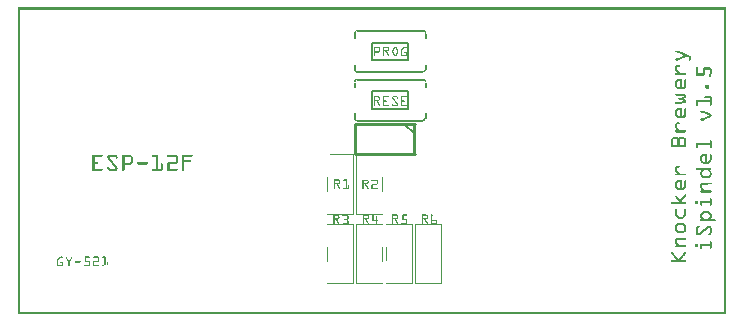
<source format=gto>
G04 MADE WITH FRITZING*
G04 WWW.FRITZING.ORG*
G04 DOUBLE SIDED*
G04 HOLES PLATED*
G04 CONTOUR ON CENTER OF CONTOUR VECTOR*
%ASAXBY*%
%FSLAX23Y23*%
%MOIN*%
%OFA0B0*%
%SFA1.0B1.0*%
%ADD10C,0.010000*%
%ADD11C,0.005000*%
%ADD12R,0.001000X0.001000*%
%LNSILK1*%
G90*
G70*
G54D10*
X1323Y637D02*
X1123Y637D01*
D02*
X1123Y637D02*
X1123Y537D01*
D02*
X1123Y537D02*
X1323Y537D01*
G54D11*
D02*
X1288Y637D02*
X1323Y602D01*
D02*
X1133Y946D02*
X1350Y946D01*
D02*
X1346Y809D02*
X1133Y809D01*
D02*
X1123Y819D02*
X1123Y834D01*
D02*
X1123Y921D02*
X1123Y937D01*
D02*
X1359Y921D02*
X1359Y937D01*
D02*
X1359Y819D02*
X1359Y834D01*
D02*
X1182Y907D02*
X1300Y907D01*
D02*
X1300Y848D02*
X1182Y848D01*
D02*
X1182Y848D02*
X1182Y907D01*
D02*
X1300Y848D02*
X1300Y907D01*
D02*
X1133Y784D02*
X1350Y784D01*
D02*
X1346Y646D02*
X1133Y646D01*
D02*
X1123Y656D02*
X1123Y672D01*
D02*
X1123Y758D02*
X1123Y774D01*
D02*
X1359Y758D02*
X1359Y774D01*
D02*
X1359Y656D02*
X1359Y672D01*
D02*
X1182Y745D02*
X1300Y745D01*
D02*
X1300Y686D02*
X1182Y686D01*
D02*
X1182Y686D02*
X1182Y745D01*
D02*
X1300Y686D02*
X1300Y745D01*
G54D12*
X0Y1024D02*
X2361Y1024D01*
X0Y1023D02*
X2361Y1023D01*
X0Y1022D02*
X2361Y1022D01*
X0Y1021D02*
X2361Y1021D01*
X0Y1020D02*
X2361Y1020D01*
X0Y1019D02*
X2361Y1019D01*
X0Y1018D02*
X2361Y1018D01*
X0Y1017D02*
X2361Y1017D01*
X0Y1016D02*
X7Y1016D01*
X2354Y1016D02*
X2361Y1016D01*
X0Y1015D02*
X7Y1015D01*
X2354Y1015D02*
X2361Y1015D01*
X0Y1014D02*
X7Y1014D01*
X2354Y1014D02*
X2361Y1014D01*
X0Y1013D02*
X7Y1013D01*
X2354Y1013D02*
X2361Y1013D01*
X0Y1012D02*
X7Y1012D01*
X2354Y1012D02*
X2361Y1012D01*
X0Y1011D02*
X7Y1011D01*
X2354Y1011D02*
X2361Y1011D01*
X0Y1010D02*
X7Y1010D01*
X2354Y1010D02*
X2361Y1010D01*
X0Y1009D02*
X7Y1009D01*
X2354Y1009D02*
X2361Y1009D01*
X0Y1008D02*
X7Y1008D01*
X2354Y1008D02*
X2361Y1008D01*
X0Y1007D02*
X7Y1007D01*
X2354Y1007D02*
X2361Y1007D01*
X0Y1006D02*
X7Y1006D01*
X2354Y1006D02*
X2361Y1006D01*
X0Y1005D02*
X7Y1005D01*
X2354Y1005D02*
X2361Y1005D01*
X0Y1004D02*
X7Y1004D01*
X2354Y1004D02*
X2361Y1004D01*
X0Y1003D02*
X7Y1003D01*
X2354Y1003D02*
X2361Y1003D01*
X0Y1002D02*
X7Y1002D01*
X2354Y1002D02*
X2361Y1002D01*
X0Y1001D02*
X7Y1001D01*
X2354Y1001D02*
X2361Y1001D01*
X0Y1000D02*
X7Y1000D01*
X2354Y1000D02*
X2361Y1000D01*
X0Y999D02*
X7Y999D01*
X2354Y999D02*
X2361Y999D01*
X0Y998D02*
X7Y998D01*
X2354Y998D02*
X2361Y998D01*
X0Y997D02*
X7Y997D01*
X2354Y997D02*
X2361Y997D01*
X0Y996D02*
X7Y996D01*
X2354Y996D02*
X2361Y996D01*
X0Y995D02*
X7Y995D01*
X2354Y995D02*
X2361Y995D01*
X0Y994D02*
X7Y994D01*
X2354Y994D02*
X2361Y994D01*
X0Y993D02*
X7Y993D01*
X2354Y993D02*
X2361Y993D01*
X0Y992D02*
X7Y992D01*
X2354Y992D02*
X2361Y992D01*
X0Y991D02*
X7Y991D01*
X2354Y991D02*
X2361Y991D01*
X0Y990D02*
X7Y990D01*
X2354Y990D02*
X2361Y990D01*
X0Y989D02*
X7Y989D01*
X2354Y989D02*
X2361Y989D01*
X0Y988D02*
X7Y988D01*
X2354Y988D02*
X2361Y988D01*
X0Y987D02*
X7Y987D01*
X2354Y987D02*
X2361Y987D01*
X0Y986D02*
X7Y986D01*
X2354Y986D02*
X2361Y986D01*
X0Y985D02*
X7Y985D01*
X2354Y985D02*
X2361Y985D01*
X0Y984D02*
X7Y984D01*
X2354Y984D02*
X2361Y984D01*
X0Y983D02*
X7Y983D01*
X2354Y983D02*
X2361Y983D01*
X0Y982D02*
X7Y982D01*
X2354Y982D02*
X2361Y982D01*
X0Y981D02*
X7Y981D01*
X2354Y981D02*
X2361Y981D01*
X0Y980D02*
X7Y980D01*
X2354Y980D02*
X2361Y980D01*
X0Y979D02*
X7Y979D01*
X2354Y979D02*
X2361Y979D01*
X0Y978D02*
X7Y978D01*
X2354Y978D02*
X2361Y978D01*
X0Y977D02*
X7Y977D01*
X2354Y977D02*
X2361Y977D01*
X0Y976D02*
X7Y976D01*
X2354Y976D02*
X2361Y976D01*
X0Y975D02*
X7Y975D01*
X2354Y975D02*
X2361Y975D01*
X0Y974D02*
X7Y974D01*
X2354Y974D02*
X2361Y974D01*
X0Y973D02*
X7Y973D01*
X2354Y973D02*
X2361Y973D01*
X0Y972D02*
X7Y972D01*
X2354Y972D02*
X2361Y972D01*
X0Y971D02*
X7Y971D01*
X2354Y971D02*
X2361Y971D01*
X0Y970D02*
X7Y970D01*
X2354Y970D02*
X2361Y970D01*
X0Y969D02*
X7Y969D01*
X2354Y969D02*
X2361Y969D01*
X0Y968D02*
X7Y968D01*
X2354Y968D02*
X2361Y968D01*
X0Y967D02*
X7Y967D01*
X2354Y967D02*
X2361Y967D01*
X0Y966D02*
X7Y966D01*
X2354Y966D02*
X2361Y966D01*
X0Y965D02*
X7Y965D01*
X2354Y965D02*
X2361Y965D01*
X0Y964D02*
X7Y964D01*
X2354Y964D02*
X2361Y964D01*
X0Y963D02*
X7Y963D01*
X2354Y963D02*
X2361Y963D01*
X0Y962D02*
X7Y962D01*
X2354Y962D02*
X2361Y962D01*
X0Y961D02*
X7Y961D01*
X2354Y961D02*
X2361Y961D01*
X0Y960D02*
X7Y960D01*
X2354Y960D02*
X2361Y960D01*
X0Y959D02*
X7Y959D01*
X2354Y959D02*
X2361Y959D01*
X0Y958D02*
X7Y958D01*
X2354Y958D02*
X2361Y958D01*
X0Y957D02*
X7Y957D01*
X2354Y957D02*
X2361Y957D01*
X0Y956D02*
X7Y956D01*
X2354Y956D02*
X2361Y956D01*
X0Y955D02*
X7Y955D01*
X2354Y955D02*
X2361Y955D01*
X0Y954D02*
X7Y954D01*
X2354Y954D02*
X2361Y954D01*
X0Y953D02*
X7Y953D01*
X2354Y953D02*
X2361Y953D01*
X0Y952D02*
X7Y952D01*
X2354Y952D02*
X2361Y952D01*
X0Y951D02*
X7Y951D01*
X2354Y951D02*
X2361Y951D01*
X0Y950D02*
X7Y950D01*
X2354Y950D02*
X2361Y950D01*
X0Y949D02*
X7Y949D01*
X1129Y949D02*
X1132Y949D01*
X1349Y949D02*
X1353Y949D01*
X2354Y949D02*
X2361Y949D01*
X0Y948D02*
X7Y948D01*
X1127Y948D02*
X1132Y948D01*
X1349Y948D02*
X1355Y948D01*
X2354Y948D02*
X2361Y948D01*
X0Y947D02*
X7Y947D01*
X1125Y947D02*
X1132Y947D01*
X1349Y947D02*
X1356Y947D01*
X2354Y947D02*
X2361Y947D01*
X0Y946D02*
X7Y946D01*
X1124Y946D02*
X1132Y946D01*
X1349Y946D02*
X1357Y946D01*
X2354Y946D02*
X2361Y946D01*
X0Y945D02*
X7Y945D01*
X1123Y945D02*
X1132Y945D01*
X1350Y945D02*
X1358Y945D01*
X2354Y945D02*
X2361Y945D01*
X0Y944D02*
X7Y944D01*
X1123Y944D02*
X1128Y944D01*
X1353Y944D02*
X1359Y944D01*
X2354Y944D02*
X2361Y944D01*
X0Y943D02*
X7Y943D01*
X1122Y943D02*
X1127Y943D01*
X1355Y943D02*
X1359Y943D01*
X2354Y943D02*
X2361Y943D01*
X0Y942D02*
X7Y942D01*
X1121Y942D02*
X1126Y942D01*
X1355Y942D02*
X1360Y942D01*
X2354Y942D02*
X2361Y942D01*
X0Y941D02*
X7Y941D01*
X1121Y941D02*
X1125Y941D01*
X1356Y941D02*
X1360Y941D01*
X2354Y941D02*
X2361Y941D01*
X0Y940D02*
X7Y940D01*
X1121Y940D02*
X1125Y940D01*
X1356Y940D02*
X1360Y940D01*
X2354Y940D02*
X2361Y940D01*
X0Y939D02*
X7Y939D01*
X1121Y939D02*
X1125Y939D01*
X1357Y939D02*
X1361Y939D01*
X2354Y939D02*
X2361Y939D01*
X0Y938D02*
X7Y938D01*
X1121Y938D02*
X1125Y938D01*
X1357Y938D02*
X1361Y938D01*
X2354Y938D02*
X2361Y938D01*
X0Y937D02*
X7Y937D01*
X2354Y937D02*
X2361Y937D01*
X0Y936D02*
X7Y936D01*
X2354Y936D02*
X2361Y936D01*
X0Y935D02*
X7Y935D01*
X2354Y935D02*
X2361Y935D01*
X0Y934D02*
X7Y934D01*
X2354Y934D02*
X2361Y934D01*
X0Y933D02*
X7Y933D01*
X2354Y933D02*
X2361Y933D01*
X0Y932D02*
X7Y932D01*
X2354Y932D02*
X2361Y932D01*
X0Y931D02*
X7Y931D01*
X2354Y931D02*
X2361Y931D01*
X0Y930D02*
X7Y930D01*
X2354Y930D02*
X2361Y930D01*
X0Y929D02*
X7Y929D01*
X2354Y929D02*
X2361Y929D01*
X0Y928D02*
X7Y928D01*
X2354Y928D02*
X2361Y928D01*
X0Y927D02*
X7Y927D01*
X2354Y927D02*
X2361Y927D01*
X0Y926D02*
X7Y926D01*
X2354Y926D02*
X2361Y926D01*
X0Y925D02*
X7Y925D01*
X2354Y925D02*
X2361Y925D01*
X0Y924D02*
X7Y924D01*
X2354Y924D02*
X2361Y924D01*
X0Y923D02*
X7Y923D01*
X2354Y923D02*
X2361Y923D01*
X0Y922D02*
X7Y922D01*
X2354Y922D02*
X2361Y922D01*
X0Y921D02*
X7Y921D01*
X2354Y921D02*
X2361Y921D01*
X0Y920D02*
X7Y920D01*
X2354Y920D02*
X2361Y920D01*
X0Y919D02*
X7Y919D01*
X2354Y919D02*
X2361Y919D01*
X0Y918D02*
X7Y918D01*
X2354Y918D02*
X2361Y918D01*
X0Y917D02*
X7Y917D01*
X2354Y917D02*
X2361Y917D01*
X0Y916D02*
X7Y916D01*
X2354Y916D02*
X2361Y916D01*
X0Y915D02*
X7Y915D01*
X2354Y915D02*
X2361Y915D01*
X0Y914D02*
X7Y914D01*
X2354Y914D02*
X2361Y914D01*
X0Y913D02*
X7Y913D01*
X2354Y913D02*
X2361Y913D01*
X0Y912D02*
X7Y912D01*
X2354Y912D02*
X2361Y912D01*
X0Y911D02*
X7Y911D01*
X2354Y911D02*
X2361Y911D01*
X0Y910D02*
X7Y910D01*
X2354Y910D02*
X2361Y910D01*
X0Y909D02*
X7Y909D01*
X2354Y909D02*
X2361Y909D01*
X0Y908D02*
X7Y908D01*
X2354Y908D02*
X2361Y908D01*
X0Y907D02*
X7Y907D01*
X2354Y907D02*
X2361Y907D01*
X0Y906D02*
X7Y906D01*
X2354Y906D02*
X2361Y906D01*
X0Y905D02*
X7Y905D01*
X2354Y905D02*
X2361Y905D01*
X0Y904D02*
X7Y904D01*
X2354Y904D02*
X2361Y904D01*
X0Y903D02*
X7Y903D01*
X2354Y903D02*
X2361Y903D01*
X0Y902D02*
X7Y902D01*
X2354Y902D02*
X2361Y902D01*
X0Y901D02*
X7Y901D01*
X2354Y901D02*
X2361Y901D01*
X0Y900D02*
X7Y900D01*
X2354Y900D02*
X2361Y900D01*
X0Y899D02*
X7Y899D01*
X2354Y899D02*
X2361Y899D01*
X0Y898D02*
X7Y898D01*
X2354Y898D02*
X2361Y898D01*
X0Y897D02*
X7Y897D01*
X2354Y897D02*
X2361Y897D01*
X0Y896D02*
X7Y896D01*
X2354Y896D02*
X2361Y896D01*
X0Y895D02*
X7Y895D01*
X2354Y895D02*
X2361Y895D01*
X0Y894D02*
X7Y894D01*
X2354Y894D02*
X2361Y894D01*
X0Y893D02*
X7Y893D01*
X1188Y893D02*
X1204Y893D01*
X1218Y893D02*
X1234Y893D01*
X1255Y893D02*
X1260Y893D01*
X1287Y893D02*
X1297Y893D01*
X2354Y893D02*
X2361Y893D01*
X0Y892D02*
X7Y892D01*
X1188Y892D02*
X1206Y892D01*
X1218Y892D02*
X1236Y892D01*
X1254Y892D02*
X1261Y892D01*
X1286Y892D02*
X1297Y892D01*
X2354Y892D02*
X2361Y892D01*
X0Y891D02*
X7Y891D01*
X1188Y891D02*
X1206Y891D01*
X1218Y891D02*
X1236Y891D01*
X1253Y891D02*
X1262Y891D01*
X1285Y891D02*
X1297Y891D01*
X2354Y891D02*
X2361Y891D01*
X0Y890D02*
X7Y890D01*
X1188Y890D02*
X1207Y890D01*
X1218Y890D02*
X1237Y890D01*
X1253Y890D02*
X1262Y890D01*
X1284Y890D02*
X1296Y890D01*
X2354Y890D02*
X2361Y890D01*
X0Y889D02*
X7Y889D01*
X1188Y889D02*
X1191Y889D01*
X1204Y889D02*
X1207Y889D01*
X1218Y889D02*
X1221Y889D01*
X1234Y889D02*
X1237Y889D01*
X1252Y889D02*
X1256Y889D01*
X1259Y889D02*
X1263Y889D01*
X1283Y889D02*
X1288Y889D01*
X2354Y889D02*
X2361Y889D01*
X0Y888D02*
X7Y888D01*
X1188Y888D02*
X1191Y888D01*
X1204Y888D02*
X1207Y888D01*
X1218Y888D02*
X1221Y888D01*
X1234Y888D02*
X1237Y888D01*
X1252Y888D02*
X1255Y888D01*
X1260Y888D02*
X1263Y888D01*
X1282Y888D02*
X1287Y888D01*
X2354Y888D02*
X2361Y888D01*
X0Y887D02*
X7Y887D01*
X1188Y887D02*
X1191Y887D01*
X1204Y887D02*
X1207Y887D01*
X1218Y887D02*
X1221Y887D01*
X1234Y887D02*
X1237Y887D01*
X1251Y887D02*
X1255Y887D01*
X1260Y887D02*
X1264Y887D01*
X1282Y887D02*
X1286Y887D01*
X2354Y887D02*
X2361Y887D01*
X0Y886D02*
X7Y886D01*
X1188Y886D02*
X1191Y886D01*
X1204Y886D02*
X1207Y886D01*
X1218Y886D02*
X1221Y886D01*
X1234Y886D02*
X1237Y886D01*
X1251Y886D02*
X1254Y886D01*
X1261Y886D02*
X1264Y886D01*
X1281Y886D02*
X1285Y886D01*
X2354Y886D02*
X2361Y886D01*
X0Y885D02*
X7Y885D01*
X1188Y885D02*
X1191Y885D01*
X1204Y885D02*
X1207Y885D01*
X1218Y885D02*
X1221Y885D01*
X1234Y885D02*
X1237Y885D01*
X1250Y885D02*
X1254Y885D01*
X1261Y885D02*
X1265Y885D01*
X1280Y885D02*
X1284Y885D01*
X2354Y885D02*
X2361Y885D01*
X0Y884D02*
X7Y884D01*
X1188Y884D02*
X1191Y884D01*
X1204Y884D02*
X1207Y884D01*
X1218Y884D02*
X1221Y884D01*
X1234Y884D02*
X1237Y884D01*
X1250Y884D02*
X1253Y884D01*
X1262Y884D02*
X1265Y884D01*
X1279Y884D02*
X1284Y884D01*
X2354Y884D02*
X2361Y884D01*
X0Y883D02*
X7Y883D01*
X1188Y883D02*
X1191Y883D01*
X1204Y883D02*
X1207Y883D01*
X1218Y883D02*
X1237Y883D01*
X1249Y883D02*
X1253Y883D01*
X1262Y883D02*
X1266Y883D01*
X1279Y883D02*
X1283Y883D01*
X2354Y883D02*
X2361Y883D01*
X0Y882D02*
X7Y882D01*
X1188Y882D02*
X1191Y882D01*
X1204Y882D02*
X1207Y882D01*
X1218Y882D02*
X1236Y882D01*
X1249Y882D02*
X1252Y882D01*
X1263Y882D02*
X1266Y882D01*
X1278Y882D02*
X1282Y882D01*
X2354Y882D02*
X2361Y882D01*
X0Y881D02*
X7Y881D01*
X1188Y881D02*
X1191Y881D01*
X1204Y881D02*
X1207Y881D01*
X1218Y881D02*
X1235Y881D01*
X1248Y881D02*
X1252Y881D01*
X1263Y881D02*
X1267Y881D01*
X1278Y881D02*
X1281Y881D01*
X2354Y881D02*
X2361Y881D01*
X0Y880D02*
X7Y880D01*
X1188Y880D02*
X1191Y880D01*
X1204Y880D02*
X1207Y880D01*
X1218Y880D02*
X1234Y880D01*
X1248Y880D02*
X1251Y880D01*
X1264Y880D02*
X1267Y880D01*
X1278Y880D02*
X1281Y880D01*
X2192Y880D02*
X2201Y880D01*
X2354Y880D02*
X2361Y880D01*
X0Y879D02*
X7Y879D01*
X1188Y879D02*
X1191Y879D01*
X1204Y879D02*
X1207Y879D01*
X1218Y879D02*
X1221Y879D01*
X1225Y879D02*
X1229Y879D01*
X1248Y879D02*
X1251Y879D01*
X1264Y879D02*
X1267Y879D01*
X1278Y879D02*
X1281Y879D01*
X2191Y879D02*
X2204Y879D01*
X2354Y879D02*
X2361Y879D01*
X0Y878D02*
X7Y878D01*
X1188Y878D02*
X1207Y878D01*
X1218Y878D02*
X1221Y878D01*
X1225Y878D02*
X1229Y878D01*
X1248Y878D02*
X1251Y878D01*
X1264Y878D02*
X1267Y878D01*
X1278Y878D02*
X1281Y878D01*
X2191Y878D02*
X2206Y878D01*
X2354Y878D02*
X2361Y878D01*
X0Y877D02*
X7Y877D01*
X1188Y877D02*
X1206Y877D01*
X1218Y877D02*
X1221Y877D01*
X1226Y877D02*
X1230Y877D01*
X1248Y877D02*
X1251Y877D01*
X1264Y877D02*
X1267Y877D01*
X1278Y877D02*
X1281Y877D01*
X2191Y877D02*
X2208Y877D01*
X2354Y877D02*
X2361Y877D01*
X0Y876D02*
X7Y876D01*
X1188Y876D02*
X1206Y876D01*
X1218Y876D02*
X1221Y876D01*
X1227Y876D02*
X1231Y876D01*
X1248Y876D02*
X1251Y876D01*
X1264Y876D02*
X1267Y876D01*
X1278Y876D02*
X1281Y876D01*
X1289Y876D02*
X1297Y876D01*
X2191Y876D02*
X2210Y876D01*
X2354Y876D02*
X2361Y876D01*
X0Y875D02*
X7Y875D01*
X1188Y875D02*
X1205Y875D01*
X1218Y875D02*
X1221Y875D01*
X1227Y875D02*
X1231Y875D01*
X1248Y875D02*
X1252Y875D01*
X1263Y875D02*
X1267Y875D01*
X1278Y875D02*
X1281Y875D01*
X1288Y875D02*
X1297Y875D01*
X2192Y875D02*
X2213Y875D01*
X2354Y875D02*
X2361Y875D01*
X0Y874D02*
X7Y874D01*
X1188Y874D02*
X1202Y874D01*
X1218Y874D02*
X1221Y874D01*
X1228Y874D02*
X1232Y874D01*
X1248Y874D02*
X1252Y874D01*
X1263Y874D02*
X1267Y874D01*
X1278Y874D02*
X1281Y874D01*
X1288Y874D02*
X1297Y874D01*
X2199Y874D02*
X2215Y874D01*
X2354Y874D02*
X2361Y874D01*
X0Y873D02*
X7Y873D01*
X1188Y873D02*
X1191Y873D01*
X1218Y873D02*
X1221Y873D01*
X1228Y873D02*
X1232Y873D01*
X1249Y873D02*
X1253Y873D01*
X1262Y873D02*
X1266Y873D01*
X1278Y873D02*
X1281Y873D01*
X1288Y873D02*
X1297Y873D01*
X2201Y873D02*
X2217Y873D01*
X2354Y873D02*
X2361Y873D01*
X0Y872D02*
X7Y872D01*
X1188Y872D02*
X1191Y872D01*
X1218Y872D02*
X1221Y872D01*
X1229Y872D02*
X1233Y872D01*
X1249Y872D02*
X1253Y872D01*
X1262Y872D02*
X1266Y872D01*
X1278Y872D02*
X1281Y872D01*
X1294Y872D02*
X1297Y872D01*
X2204Y872D02*
X2220Y872D01*
X2354Y872D02*
X2361Y872D01*
X0Y871D02*
X7Y871D01*
X1188Y871D02*
X1191Y871D01*
X1218Y871D02*
X1221Y871D01*
X1230Y871D02*
X1233Y871D01*
X1250Y871D02*
X1254Y871D01*
X1261Y871D02*
X1265Y871D01*
X1278Y871D02*
X1281Y871D01*
X1294Y871D02*
X1297Y871D01*
X2206Y871D02*
X2222Y871D01*
X2354Y871D02*
X2361Y871D01*
X0Y870D02*
X7Y870D01*
X1188Y870D02*
X1191Y870D01*
X1218Y870D02*
X1221Y870D01*
X1230Y870D02*
X1234Y870D01*
X1250Y870D02*
X1254Y870D01*
X1261Y870D02*
X1265Y870D01*
X1278Y870D02*
X1281Y870D01*
X1294Y870D02*
X1297Y870D01*
X2208Y870D02*
X2224Y870D01*
X2354Y870D02*
X2361Y870D01*
X0Y869D02*
X7Y869D01*
X1188Y869D02*
X1191Y869D01*
X1218Y869D02*
X1221Y869D01*
X1231Y869D02*
X1235Y869D01*
X1251Y869D02*
X1255Y869D01*
X1261Y869D02*
X1264Y869D01*
X1278Y869D02*
X1281Y869D01*
X1294Y869D02*
X1297Y869D01*
X2211Y869D02*
X2226Y869D01*
X2354Y869D02*
X2361Y869D01*
X0Y868D02*
X7Y868D01*
X1188Y868D02*
X1191Y868D01*
X1218Y868D02*
X1221Y868D01*
X1231Y868D02*
X1235Y868D01*
X1251Y868D02*
X1255Y868D01*
X1260Y868D02*
X1264Y868D01*
X1278Y868D02*
X1281Y868D01*
X1294Y868D02*
X1297Y868D01*
X2213Y868D02*
X2229Y868D01*
X2354Y868D02*
X2361Y868D01*
X0Y867D02*
X7Y867D01*
X1188Y867D02*
X1191Y867D01*
X1218Y867D02*
X1221Y867D01*
X1232Y867D02*
X1236Y867D01*
X1252Y867D02*
X1256Y867D01*
X1260Y867D02*
X1263Y867D01*
X1278Y867D02*
X1281Y867D01*
X1294Y867D02*
X1297Y867D01*
X2215Y867D02*
X2231Y867D01*
X2354Y867D02*
X2361Y867D01*
X0Y866D02*
X7Y866D01*
X1188Y866D02*
X1191Y866D01*
X1218Y866D02*
X1221Y866D01*
X1232Y866D02*
X1236Y866D01*
X1252Y866D02*
X1256Y866D01*
X1259Y866D02*
X1263Y866D01*
X1278Y866D02*
X1282Y866D01*
X1293Y866D02*
X1297Y866D01*
X2217Y866D02*
X2233Y866D01*
X2354Y866D02*
X2361Y866D01*
X0Y865D02*
X7Y865D01*
X1188Y865D02*
X1191Y865D01*
X1218Y865D02*
X1221Y865D01*
X1233Y865D02*
X1237Y865D01*
X1253Y865D02*
X1262Y865D01*
X1278Y865D02*
X1297Y865D01*
X2219Y865D02*
X2236Y865D01*
X2354Y865D02*
X2361Y865D01*
X0Y864D02*
X7Y864D01*
X1188Y864D02*
X1191Y864D01*
X1218Y864D02*
X1221Y864D01*
X1234Y864D02*
X1237Y864D01*
X1253Y864D02*
X1262Y864D01*
X1279Y864D02*
X1296Y864D01*
X2219Y864D02*
X2238Y864D01*
X2354Y864D02*
X2361Y864D01*
X0Y863D02*
X7Y863D01*
X1188Y863D02*
X1191Y863D01*
X1218Y863D02*
X1221Y863D01*
X1234Y863D02*
X1237Y863D01*
X1254Y863D02*
X1261Y863D01*
X1280Y863D02*
X1295Y863D01*
X2219Y863D02*
X2240Y863D01*
X2354Y863D02*
X2361Y863D01*
X0Y862D02*
X7Y862D01*
X1188Y862D02*
X1190Y862D01*
X1218Y862D02*
X1220Y862D01*
X1235Y862D02*
X1237Y862D01*
X1256Y862D02*
X1259Y862D01*
X1281Y862D02*
X1294Y862D01*
X2216Y862D02*
X2225Y862D01*
X2227Y862D02*
X2241Y862D01*
X2354Y862D02*
X2361Y862D01*
X0Y861D02*
X7Y861D01*
X2214Y861D02*
X2225Y861D01*
X2229Y861D02*
X2242Y861D01*
X2354Y861D02*
X2361Y861D01*
X0Y860D02*
X7Y860D01*
X2212Y860D02*
X2225Y860D01*
X2231Y860D02*
X2242Y860D01*
X2354Y860D02*
X2361Y860D01*
X0Y859D02*
X7Y859D01*
X2210Y859D02*
X2224Y859D01*
X2233Y859D02*
X2242Y859D01*
X2354Y859D02*
X2361Y859D01*
X0Y858D02*
X7Y858D01*
X2207Y858D02*
X2223Y858D01*
X2236Y858D02*
X2242Y858D01*
X2354Y858D02*
X2361Y858D01*
X0Y857D02*
X7Y857D01*
X2205Y857D02*
X2221Y857D01*
X2236Y857D02*
X2242Y857D01*
X2354Y857D02*
X2361Y857D01*
X0Y856D02*
X7Y856D01*
X2203Y856D02*
X2218Y856D01*
X2236Y856D02*
X2242Y856D01*
X2354Y856D02*
X2361Y856D01*
X0Y855D02*
X7Y855D01*
X2200Y855D02*
X2216Y855D01*
X2236Y855D02*
X2242Y855D01*
X2354Y855D02*
X2361Y855D01*
X0Y854D02*
X7Y854D01*
X2193Y854D02*
X2214Y854D01*
X2236Y854D02*
X2242Y854D01*
X2354Y854D02*
X2361Y854D01*
X0Y853D02*
X7Y853D01*
X2191Y853D02*
X2212Y853D01*
X2236Y853D02*
X2242Y853D01*
X2354Y853D02*
X2361Y853D01*
X0Y852D02*
X7Y852D01*
X2191Y852D02*
X2209Y852D01*
X2236Y852D02*
X2242Y852D01*
X2354Y852D02*
X2361Y852D01*
X0Y851D02*
X7Y851D01*
X2191Y851D02*
X2207Y851D01*
X2236Y851D02*
X2242Y851D01*
X2354Y851D02*
X2361Y851D01*
X0Y850D02*
X7Y850D01*
X2191Y850D02*
X2205Y850D01*
X2236Y850D02*
X2242Y850D01*
X2354Y850D02*
X2361Y850D01*
X0Y849D02*
X7Y849D01*
X2192Y849D02*
X2203Y849D01*
X2237Y849D02*
X2241Y849D01*
X2354Y849D02*
X2361Y849D01*
X0Y848D02*
X7Y848D01*
X2193Y848D02*
X2200Y848D01*
X2238Y848D02*
X2240Y848D01*
X2354Y848D02*
X2361Y848D01*
X0Y847D02*
X7Y847D01*
X2354Y847D02*
X2361Y847D01*
X0Y846D02*
X7Y846D01*
X2354Y846D02*
X2361Y846D01*
X0Y845D02*
X7Y845D01*
X2354Y845D02*
X2361Y845D01*
X0Y844D02*
X7Y844D01*
X2354Y844D02*
X2361Y844D01*
X0Y843D02*
X7Y843D01*
X2354Y843D02*
X2361Y843D01*
X0Y842D02*
X7Y842D01*
X2354Y842D02*
X2361Y842D01*
X0Y841D02*
X7Y841D01*
X2354Y841D02*
X2361Y841D01*
X0Y840D02*
X7Y840D01*
X2354Y840D02*
X2361Y840D01*
X0Y839D02*
X7Y839D01*
X2354Y839D02*
X2361Y839D01*
X0Y838D02*
X7Y838D01*
X2354Y838D02*
X2361Y838D01*
X0Y837D02*
X7Y837D01*
X2354Y837D02*
X2361Y837D01*
X0Y836D02*
X7Y836D01*
X2354Y836D02*
X2361Y836D01*
X0Y835D02*
X7Y835D01*
X2354Y835D02*
X2361Y835D01*
X0Y834D02*
X7Y834D01*
X2354Y834D02*
X2361Y834D01*
X0Y833D02*
X7Y833D01*
X2354Y833D02*
X2361Y833D01*
X0Y832D02*
X7Y832D01*
X2197Y832D02*
X2204Y832D01*
X2354Y832D02*
X2361Y832D01*
X0Y831D02*
X7Y831D01*
X2195Y831D02*
X2205Y831D01*
X2354Y831D02*
X2361Y831D01*
X0Y830D02*
X7Y830D01*
X2194Y830D02*
X2205Y830D01*
X2354Y830D02*
X2361Y830D01*
X0Y829D02*
X7Y829D01*
X2193Y829D02*
X2205Y829D01*
X2354Y829D02*
X2361Y829D01*
X0Y828D02*
X7Y828D01*
X2192Y828D02*
X2205Y828D01*
X2354Y828D02*
X2361Y828D01*
X0Y827D02*
X7Y827D01*
X2192Y827D02*
X2204Y827D01*
X2354Y827D02*
X2361Y827D01*
X0Y826D02*
X7Y826D01*
X2191Y826D02*
X2199Y826D01*
X2354Y826D02*
X2361Y826D01*
X0Y825D02*
X7Y825D01*
X2191Y825D02*
X2197Y825D01*
X2354Y825D02*
X2361Y825D01*
X0Y824D02*
X7Y824D01*
X2191Y824D02*
X2197Y824D01*
X2262Y824D02*
X2265Y824D01*
X2287Y824D02*
X2307Y824D01*
X2354Y824D02*
X2361Y824D01*
X0Y823D02*
X7Y823D01*
X2191Y823D02*
X2197Y823D01*
X2261Y823D02*
X2266Y823D01*
X2286Y823D02*
X2309Y823D01*
X2354Y823D02*
X2361Y823D01*
X0Y822D02*
X7Y822D01*
X2191Y822D02*
X2196Y822D01*
X2261Y822D02*
X2266Y822D01*
X2285Y822D02*
X2310Y822D01*
X2354Y822D02*
X2361Y822D01*
X0Y821D02*
X7Y821D01*
X2191Y821D02*
X2196Y821D01*
X2261Y821D02*
X2266Y821D01*
X2284Y821D02*
X2311Y821D01*
X2354Y821D02*
X2361Y821D01*
X0Y820D02*
X7Y820D01*
X2191Y820D02*
X2196Y820D01*
X2261Y820D02*
X2266Y820D01*
X2284Y820D02*
X2311Y820D01*
X2354Y820D02*
X2361Y820D01*
X0Y819D02*
X7Y819D01*
X1121Y819D02*
X1125Y819D01*
X1357Y819D02*
X1360Y819D01*
X2191Y819D02*
X2196Y819D01*
X2261Y819D02*
X2266Y819D01*
X2283Y819D02*
X2311Y819D01*
X2354Y819D02*
X2361Y819D01*
X0Y818D02*
X7Y818D01*
X1121Y818D02*
X1125Y818D01*
X1356Y818D02*
X1360Y818D01*
X2191Y818D02*
X2196Y818D01*
X2261Y818D02*
X2266Y818D01*
X2283Y818D02*
X2312Y818D01*
X2354Y818D02*
X2361Y818D01*
X0Y817D02*
X7Y817D01*
X1121Y817D02*
X1125Y817D01*
X1356Y817D02*
X1360Y817D01*
X2191Y817D02*
X2197Y817D01*
X2261Y817D02*
X2266Y817D01*
X2283Y817D02*
X2289Y817D01*
X2306Y817D02*
X2312Y817D01*
X2354Y817D02*
X2361Y817D01*
X0Y816D02*
X7Y816D01*
X1121Y816D02*
X1125Y816D01*
X1355Y816D02*
X1360Y816D01*
X2191Y816D02*
X2198Y816D01*
X2261Y816D02*
X2266Y816D01*
X2283Y816D02*
X2289Y816D01*
X2306Y816D02*
X2312Y816D01*
X2354Y816D02*
X2361Y816D01*
X0Y815D02*
X7Y815D01*
X1122Y815D02*
X1126Y815D01*
X1354Y815D02*
X1359Y815D01*
X2191Y815D02*
X2199Y815D01*
X2261Y815D02*
X2266Y815D01*
X2283Y815D02*
X2289Y815D01*
X2306Y815D02*
X2312Y815D01*
X2354Y815D02*
X2361Y815D01*
X0Y814D02*
X7Y814D01*
X1122Y814D02*
X1127Y814D01*
X1353Y814D02*
X1359Y814D01*
X2192Y814D02*
X2199Y814D01*
X2261Y814D02*
X2266Y814D01*
X2283Y814D02*
X2289Y814D01*
X2306Y814D02*
X2312Y814D01*
X2354Y814D02*
X2361Y814D01*
X0Y813D02*
X7Y813D01*
X1123Y813D02*
X1128Y813D01*
X1352Y813D02*
X1358Y813D01*
X2192Y813D02*
X2200Y813D01*
X2261Y813D02*
X2266Y813D01*
X2283Y813D02*
X2289Y813D01*
X2306Y813D02*
X2312Y813D01*
X2354Y813D02*
X2361Y813D01*
X0Y812D02*
X7Y812D01*
X1123Y812D02*
X1132Y812D01*
X1346Y812D02*
X1357Y812D01*
X2193Y812D02*
X2201Y812D01*
X2261Y812D02*
X2266Y812D01*
X2283Y812D02*
X2289Y812D01*
X2306Y812D02*
X2312Y812D01*
X2354Y812D02*
X2361Y812D01*
X0Y811D02*
X7Y811D01*
X1124Y811D02*
X1132Y811D01*
X1346Y811D02*
X1356Y811D01*
X2194Y811D02*
X2202Y811D01*
X2261Y811D02*
X2266Y811D01*
X2283Y811D02*
X2289Y811D01*
X2306Y811D02*
X2312Y811D01*
X2354Y811D02*
X2361Y811D01*
X0Y810D02*
X7Y810D01*
X1125Y810D02*
X1132Y810D01*
X1345Y810D02*
X1355Y810D01*
X2195Y810D02*
X2203Y810D01*
X2261Y810D02*
X2266Y810D01*
X2283Y810D02*
X2289Y810D01*
X2306Y810D02*
X2312Y810D01*
X2354Y810D02*
X2361Y810D01*
X0Y809D02*
X7Y809D01*
X1127Y809D02*
X1132Y809D01*
X1345Y809D02*
X1353Y809D01*
X2196Y809D02*
X2204Y809D01*
X2261Y809D02*
X2266Y809D01*
X2283Y809D02*
X2289Y809D01*
X2306Y809D02*
X2312Y809D01*
X2354Y809D02*
X2361Y809D01*
X0Y808D02*
X7Y808D01*
X1129Y808D02*
X1132Y808D01*
X1345Y808D02*
X1351Y808D01*
X2197Y808D02*
X2205Y808D01*
X2261Y808D02*
X2266Y808D01*
X2283Y808D02*
X2289Y808D01*
X2306Y808D02*
X2312Y808D01*
X2354Y808D02*
X2361Y808D01*
X0Y807D02*
X7Y807D01*
X2198Y807D02*
X2206Y807D01*
X2261Y807D02*
X2266Y807D01*
X2283Y807D02*
X2289Y807D01*
X2306Y807D02*
X2312Y807D01*
X2354Y807D02*
X2361Y807D01*
X0Y806D02*
X7Y806D01*
X2193Y806D02*
X2226Y806D01*
X2261Y806D02*
X2266Y806D01*
X2283Y806D02*
X2289Y806D01*
X2306Y806D02*
X2312Y806D01*
X2354Y806D02*
X2361Y806D01*
X0Y805D02*
X7Y805D01*
X2191Y805D02*
X2227Y805D01*
X2261Y805D02*
X2266Y805D01*
X2283Y805D02*
X2289Y805D01*
X2306Y805D02*
X2312Y805D01*
X2354Y805D02*
X2361Y805D01*
X0Y804D02*
X7Y804D01*
X2191Y804D02*
X2227Y804D01*
X2261Y804D02*
X2289Y804D01*
X2306Y804D02*
X2312Y804D01*
X2354Y804D02*
X2361Y804D01*
X0Y803D02*
X7Y803D01*
X2191Y803D02*
X2228Y803D01*
X2261Y803D02*
X2289Y803D01*
X2306Y803D02*
X2312Y803D01*
X2354Y803D02*
X2361Y803D01*
X0Y802D02*
X7Y802D01*
X2191Y802D02*
X2227Y802D01*
X2261Y802D02*
X2289Y802D01*
X2306Y802D02*
X2311Y802D01*
X2354Y802D02*
X2361Y802D01*
X0Y801D02*
X7Y801D01*
X2192Y801D02*
X2227Y801D01*
X2261Y801D02*
X2289Y801D01*
X2305Y801D02*
X2311Y801D01*
X2354Y801D02*
X2361Y801D01*
X0Y800D02*
X7Y800D01*
X2193Y800D02*
X2225Y800D01*
X2261Y800D02*
X2289Y800D01*
X2305Y800D02*
X2311Y800D01*
X2354Y800D02*
X2361Y800D01*
X0Y799D02*
X7Y799D01*
X2261Y799D02*
X2289Y799D01*
X2305Y799D02*
X2311Y799D01*
X2354Y799D02*
X2361Y799D01*
X0Y798D02*
X7Y798D01*
X2261Y798D02*
X2288Y798D01*
X2304Y798D02*
X2311Y798D01*
X2354Y798D02*
X2361Y798D01*
X0Y797D02*
X7Y797D01*
X2304Y797D02*
X2310Y797D01*
X2354Y797D02*
X2361Y797D01*
X0Y796D02*
X7Y796D01*
X2303Y796D02*
X2310Y796D01*
X2354Y796D02*
X2361Y796D01*
X0Y795D02*
X7Y795D01*
X2303Y795D02*
X2309Y795D01*
X2354Y795D02*
X2361Y795D01*
X0Y794D02*
X7Y794D01*
X2303Y794D02*
X2309Y794D01*
X2354Y794D02*
X2361Y794D01*
X0Y793D02*
X7Y793D01*
X2304Y793D02*
X2308Y793D01*
X2354Y793D02*
X2361Y793D01*
X0Y792D02*
X7Y792D01*
X2305Y792D02*
X2307Y792D01*
X2354Y792D02*
X2361Y792D01*
X0Y791D02*
X7Y791D01*
X2354Y791D02*
X2361Y791D01*
X0Y790D02*
X7Y790D01*
X2354Y790D02*
X2361Y790D01*
X0Y789D02*
X7Y789D01*
X2354Y789D02*
X2361Y789D01*
X0Y788D02*
X7Y788D01*
X2354Y788D02*
X2361Y788D01*
X0Y787D02*
X7Y787D01*
X1130Y787D02*
X1132Y787D01*
X1349Y787D02*
X1352Y787D01*
X2354Y787D02*
X2361Y787D01*
X0Y786D02*
X7Y786D01*
X1127Y786D02*
X1132Y786D01*
X1349Y786D02*
X1354Y786D01*
X2354Y786D02*
X2361Y786D01*
X0Y785D02*
X7Y785D01*
X1126Y785D02*
X1132Y785D01*
X1349Y785D02*
X1356Y785D01*
X2354Y785D02*
X2361Y785D01*
X0Y784D02*
X7Y784D01*
X1124Y784D02*
X1132Y784D01*
X1349Y784D02*
X1357Y784D01*
X2199Y784D02*
X2212Y784D01*
X2223Y784D02*
X2226Y784D01*
X2354Y784D02*
X2361Y784D01*
X0Y783D02*
X7Y783D01*
X1124Y783D02*
X1132Y783D01*
X1349Y783D02*
X1358Y783D01*
X2197Y783D02*
X2213Y783D01*
X2222Y783D02*
X2227Y783D01*
X2354Y783D02*
X2361Y783D01*
X0Y782D02*
X7Y782D01*
X1123Y782D02*
X1129Y782D01*
X1352Y782D02*
X1358Y782D01*
X2196Y782D02*
X2213Y782D01*
X2222Y782D02*
X2227Y782D01*
X2354Y782D02*
X2361Y782D01*
X0Y781D02*
X7Y781D01*
X1122Y781D02*
X1127Y781D01*
X1354Y781D02*
X1359Y781D01*
X2195Y781D02*
X2213Y781D01*
X2222Y781D02*
X2228Y781D01*
X2354Y781D02*
X2361Y781D01*
X0Y780D02*
X7Y780D01*
X1122Y780D02*
X1126Y780D01*
X1355Y780D02*
X1360Y780D01*
X2194Y780D02*
X2213Y780D01*
X2222Y780D02*
X2228Y780D01*
X2354Y780D02*
X2361Y780D01*
X0Y779D02*
X7Y779D01*
X1121Y779D02*
X1125Y779D01*
X1356Y779D02*
X1360Y779D01*
X2193Y779D02*
X2213Y779D01*
X2222Y779D02*
X2228Y779D01*
X2354Y779D02*
X2361Y779D01*
X0Y778D02*
X7Y778D01*
X1121Y778D02*
X1125Y778D01*
X1356Y778D02*
X1360Y778D01*
X2192Y778D02*
X2201Y778D01*
X2208Y778D02*
X2213Y778D01*
X2222Y778D02*
X2228Y778D01*
X2354Y778D02*
X2361Y778D01*
X0Y777D02*
X7Y777D01*
X1121Y777D02*
X1125Y777D01*
X1357Y777D02*
X1361Y777D01*
X2192Y777D02*
X2199Y777D01*
X2208Y777D02*
X2213Y777D01*
X2222Y777D02*
X2228Y777D01*
X2354Y777D02*
X2361Y777D01*
X0Y776D02*
X7Y776D01*
X1121Y776D02*
X1125Y776D01*
X1357Y776D02*
X1361Y776D01*
X2191Y776D02*
X2198Y776D01*
X2208Y776D02*
X2213Y776D01*
X2222Y776D02*
X2228Y776D01*
X2354Y776D02*
X2361Y776D01*
X0Y775D02*
X7Y775D01*
X2191Y775D02*
X2197Y775D01*
X2208Y775D02*
X2213Y775D01*
X2222Y775D02*
X2228Y775D01*
X2354Y775D02*
X2361Y775D01*
X0Y774D02*
X7Y774D01*
X2191Y774D02*
X2197Y774D01*
X2208Y774D02*
X2213Y774D01*
X2222Y774D02*
X2228Y774D01*
X2354Y774D02*
X2361Y774D01*
X0Y773D02*
X7Y773D01*
X2191Y773D02*
X2197Y773D01*
X2208Y773D02*
X2213Y773D01*
X2222Y773D02*
X2228Y773D01*
X2354Y773D02*
X2361Y773D01*
X0Y772D02*
X7Y772D01*
X2191Y772D02*
X2196Y772D01*
X2208Y772D02*
X2213Y772D01*
X2222Y772D02*
X2228Y772D01*
X2354Y772D02*
X2361Y772D01*
X0Y771D02*
X7Y771D01*
X2191Y771D02*
X2196Y771D01*
X2208Y771D02*
X2213Y771D01*
X2222Y771D02*
X2228Y771D01*
X2354Y771D02*
X2361Y771D01*
X0Y770D02*
X7Y770D01*
X2191Y770D02*
X2196Y770D01*
X2208Y770D02*
X2213Y770D01*
X2222Y770D02*
X2228Y770D01*
X2354Y770D02*
X2361Y770D01*
X0Y769D02*
X7Y769D01*
X2191Y769D02*
X2196Y769D01*
X2208Y769D02*
X2213Y769D01*
X2222Y769D02*
X2228Y769D01*
X2354Y769D02*
X2361Y769D01*
X0Y768D02*
X7Y768D01*
X2191Y768D02*
X2196Y768D01*
X2208Y768D02*
X2213Y768D01*
X2222Y768D02*
X2228Y768D01*
X2354Y768D02*
X2361Y768D01*
X0Y767D02*
X7Y767D01*
X2191Y767D02*
X2196Y767D01*
X2208Y767D02*
X2213Y767D01*
X2222Y767D02*
X2228Y767D01*
X2354Y767D02*
X2361Y767D01*
X0Y766D02*
X7Y766D01*
X2191Y766D02*
X2196Y766D01*
X2208Y766D02*
X2213Y766D01*
X2222Y766D02*
X2228Y766D01*
X2293Y766D02*
X2302Y766D01*
X2354Y766D02*
X2361Y766D01*
X0Y765D02*
X7Y765D01*
X2191Y765D02*
X2196Y765D01*
X2208Y765D02*
X2213Y765D01*
X2222Y765D02*
X2228Y765D01*
X2292Y765D02*
X2303Y765D01*
X2354Y765D02*
X2361Y765D01*
X0Y764D02*
X7Y764D01*
X2191Y764D02*
X2197Y764D01*
X2208Y764D02*
X2213Y764D01*
X2222Y764D02*
X2228Y764D01*
X2292Y764D02*
X2303Y764D01*
X2354Y764D02*
X2361Y764D01*
X0Y763D02*
X7Y763D01*
X2191Y763D02*
X2197Y763D01*
X2208Y763D02*
X2213Y763D01*
X2222Y763D02*
X2228Y763D01*
X2292Y763D02*
X2303Y763D01*
X2354Y763D02*
X2361Y763D01*
X0Y762D02*
X7Y762D01*
X2191Y762D02*
X2197Y762D01*
X2208Y762D02*
X2213Y762D01*
X2221Y762D02*
X2227Y762D01*
X2292Y762D02*
X2303Y762D01*
X2354Y762D02*
X2361Y762D01*
X0Y761D02*
X7Y761D01*
X2191Y761D02*
X2198Y761D01*
X2208Y761D02*
X2213Y761D01*
X2220Y761D02*
X2227Y761D01*
X2292Y761D02*
X2303Y761D01*
X2354Y761D02*
X2361Y761D01*
X0Y760D02*
X7Y760D01*
X2192Y760D02*
X2199Y760D01*
X2208Y760D02*
X2213Y760D01*
X2219Y760D02*
X2227Y760D01*
X2292Y760D02*
X2303Y760D01*
X2354Y760D02*
X2361Y760D01*
X0Y759D02*
X7Y759D01*
X2192Y759D02*
X2200Y759D01*
X2208Y759D02*
X2213Y759D01*
X2218Y759D02*
X2226Y759D01*
X2292Y759D02*
X2303Y759D01*
X2354Y759D02*
X2361Y759D01*
X0Y758D02*
X7Y758D01*
X2193Y758D02*
X2225Y758D01*
X2292Y758D02*
X2303Y758D01*
X2354Y758D02*
X2361Y758D01*
X0Y757D02*
X7Y757D01*
X2194Y757D02*
X2225Y757D01*
X2292Y757D02*
X2303Y757D01*
X2354Y757D02*
X2361Y757D01*
X0Y756D02*
X7Y756D01*
X2195Y756D02*
X2224Y756D01*
X2292Y756D02*
X2303Y756D01*
X2354Y756D02*
X2361Y756D01*
X0Y755D02*
X7Y755D01*
X2195Y755D02*
X2223Y755D01*
X2292Y755D02*
X2303Y755D01*
X2354Y755D02*
X2361Y755D01*
X0Y754D02*
X7Y754D01*
X2197Y754D02*
X2222Y754D01*
X2293Y754D02*
X2302Y754D01*
X2354Y754D02*
X2361Y754D01*
X0Y753D02*
X7Y753D01*
X2198Y753D02*
X2220Y753D01*
X2354Y753D02*
X2361Y753D01*
X0Y752D02*
X7Y752D01*
X2201Y752D02*
X2218Y752D01*
X2354Y752D02*
X2361Y752D01*
X0Y751D02*
X7Y751D01*
X2354Y751D02*
X2361Y751D01*
X0Y750D02*
X7Y750D01*
X2354Y750D02*
X2361Y750D01*
X0Y749D02*
X7Y749D01*
X2354Y749D02*
X2361Y749D01*
X0Y748D02*
X7Y748D01*
X2354Y748D02*
X2361Y748D01*
X0Y747D02*
X7Y747D01*
X2354Y747D02*
X2361Y747D01*
X0Y746D02*
X7Y746D01*
X2354Y746D02*
X2361Y746D01*
X0Y745D02*
X7Y745D01*
X2354Y745D02*
X2361Y745D01*
X0Y744D02*
X7Y744D01*
X2354Y744D02*
X2361Y744D01*
X0Y743D02*
X7Y743D01*
X2354Y743D02*
X2361Y743D01*
X0Y742D02*
X7Y742D01*
X2354Y742D02*
X2361Y742D01*
X0Y741D02*
X7Y741D01*
X2354Y741D02*
X2361Y741D01*
X0Y740D02*
X7Y740D01*
X2354Y740D02*
X2361Y740D01*
X0Y739D02*
X7Y739D01*
X2354Y739D02*
X2361Y739D01*
X0Y738D02*
X7Y738D01*
X2354Y738D02*
X2361Y738D01*
X0Y737D02*
X7Y737D01*
X2192Y737D02*
X2212Y737D01*
X2354Y737D02*
X2361Y737D01*
X0Y736D02*
X7Y736D01*
X2191Y736D02*
X2217Y736D01*
X2354Y736D02*
X2361Y736D01*
X0Y735D02*
X7Y735D01*
X2191Y735D02*
X2220Y735D01*
X2354Y735D02*
X2361Y735D01*
X0Y734D02*
X7Y734D01*
X2191Y734D02*
X2224Y734D01*
X2354Y734D02*
X2361Y734D01*
X0Y733D02*
X7Y733D01*
X2191Y733D02*
X2226Y733D01*
X2354Y733D02*
X2361Y733D01*
X0Y732D02*
X7Y732D01*
X2192Y732D02*
X2227Y732D01*
X2354Y732D02*
X2361Y732D01*
X0Y731D02*
X7Y731D01*
X2194Y731D02*
X2227Y731D01*
X2354Y731D02*
X2361Y731D01*
X0Y730D02*
X7Y730D01*
X2214Y730D02*
X2228Y730D01*
X2354Y730D02*
X2361Y730D01*
X0Y729D02*
X7Y729D01*
X2218Y729D02*
X2228Y729D01*
X2354Y729D02*
X2361Y729D01*
X0Y728D02*
X7Y728D01*
X1188Y728D02*
X1203Y728D01*
X1218Y728D02*
X1236Y728D01*
X1251Y728D02*
X1263Y728D01*
X1278Y728D02*
X1296Y728D01*
X2220Y728D02*
X2228Y728D01*
X2290Y728D02*
X2310Y728D01*
X2354Y728D02*
X2361Y728D01*
X0Y727D02*
X7Y727D01*
X1188Y727D02*
X1205Y727D01*
X1218Y727D02*
X1237Y727D01*
X1249Y727D02*
X1265Y727D01*
X1278Y727D02*
X1297Y727D01*
X2219Y727D02*
X2228Y727D01*
X2289Y727D02*
X2311Y727D01*
X2354Y727D02*
X2361Y727D01*
X0Y726D02*
X7Y726D01*
X1188Y726D02*
X1206Y726D01*
X1218Y726D02*
X1237Y726D01*
X1248Y726D02*
X1266Y726D01*
X1278Y726D02*
X1297Y726D01*
X2217Y726D02*
X2227Y726D01*
X2289Y726D02*
X2311Y726D01*
X2354Y726D02*
X2361Y726D01*
X0Y725D02*
X7Y725D01*
X1188Y725D02*
X1207Y725D01*
X1218Y725D02*
X1237Y725D01*
X1248Y725D02*
X1267Y725D01*
X1278Y725D02*
X1297Y725D01*
X2215Y725D02*
X2227Y725D01*
X2289Y725D02*
X2312Y725D01*
X2354Y725D02*
X2361Y725D01*
X0Y724D02*
X7Y724D01*
X1188Y724D02*
X1191Y724D01*
X1202Y724D02*
X1207Y724D01*
X1218Y724D02*
X1221Y724D01*
X1248Y724D02*
X1251Y724D01*
X1263Y724D02*
X1267Y724D01*
X1278Y724D02*
X1281Y724D01*
X2213Y724D02*
X2226Y724D01*
X2289Y724D02*
X2312Y724D01*
X2354Y724D02*
X2361Y724D01*
X0Y723D02*
X7Y723D01*
X1188Y723D02*
X1191Y723D01*
X1204Y723D02*
X1207Y723D01*
X1218Y723D02*
X1221Y723D01*
X1248Y723D02*
X1251Y723D01*
X1264Y723D02*
X1267Y723D01*
X1278Y723D02*
X1281Y723D01*
X2203Y723D02*
X2224Y723D01*
X2290Y723D02*
X2312Y723D01*
X2354Y723D02*
X2361Y723D01*
X0Y722D02*
X7Y722D01*
X1188Y722D02*
X1191Y722D01*
X1204Y722D02*
X1207Y722D01*
X1218Y722D02*
X1221Y722D01*
X1248Y722D02*
X1252Y722D01*
X1264Y722D02*
X1267Y722D01*
X1278Y722D02*
X1281Y722D01*
X2203Y722D02*
X2222Y722D01*
X2292Y722D02*
X2312Y722D01*
X2354Y722D02*
X2361Y722D01*
X0Y721D02*
X7Y721D01*
X1188Y721D02*
X1191Y721D01*
X1204Y721D02*
X1207Y721D01*
X1218Y721D02*
X1221Y721D01*
X1248Y721D02*
X1253Y721D01*
X1265Y721D02*
X1267Y721D01*
X1278Y721D02*
X1281Y721D01*
X2202Y721D02*
X2221Y721D01*
X2306Y721D02*
X2312Y721D01*
X2354Y721D02*
X2361Y721D01*
X0Y720D02*
X7Y720D01*
X1188Y720D02*
X1191Y720D01*
X1204Y720D02*
X1207Y720D01*
X1218Y720D02*
X1221Y720D01*
X1249Y720D02*
X1254Y720D01*
X1278Y720D02*
X1281Y720D01*
X2202Y720D02*
X2220Y720D01*
X2306Y720D02*
X2312Y720D01*
X2354Y720D02*
X2361Y720D01*
X0Y719D02*
X7Y719D01*
X1188Y719D02*
X1191Y719D01*
X1204Y719D02*
X1207Y719D01*
X1218Y719D02*
X1221Y719D01*
X1250Y719D02*
X1254Y719D01*
X1278Y719D02*
X1281Y719D01*
X2202Y719D02*
X2222Y719D01*
X2306Y719D02*
X2312Y719D01*
X2354Y719D02*
X2361Y719D01*
X0Y718D02*
X7Y718D01*
X1188Y718D02*
X1191Y718D01*
X1203Y718D02*
X1207Y718D01*
X1218Y718D02*
X1221Y718D01*
X1251Y718D02*
X1255Y718D01*
X1278Y718D02*
X1281Y718D01*
X2203Y718D02*
X2224Y718D01*
X2306Y718D02*
X2312Y718D01*
X2354Y718D02*
X2361Y718D01*
X0Y717D02*
X7Y717D01*
X1188Y717D02*
X1207Y717D01*
X1218Y717D02*
X1221Y717D01*
X1251Y717D02*
X1256Y717D01*
X1278Y717D02*
X1281Y717D01*
X2213Y717D02*
X2225Y717D01*
X2306Y717D02*
X2312Y717D01*
X2354Y717D02*
X2361Y717D01*
X0Y716D02*
X7Y716D01*
X1188Y716D02*
X1206Y716D01*
X1218Y716D02*
X1221Y716D01*
X1252Y716D02*
X1257Y716D01*
X1278Y716D02*
X1281Y716D01*
X2215Y716D02*
X2227Y716D01*
X2306Y716D02*
X2312Y716D01*
X2354Y716D02*
X2361Y716D01*
X0Y715D02*
X7Y715D01*
X1188Y715D02*
X1205Y715D01*
X1218Y715D02*
X1221Y715D01*
X1253Y715D02*
X1257Y715D01*
X1278Y715D02*
X1281Y715D01*
X2217Y715D02*
X2227Y715D01*
X2261Y715D02*
X2312Y715D01*
X2354Y715D02*
X2361Y715D01*
X0Y714D02*
X7Y714D01*
X1188Y714D02*
X1204Y714D01*
X1218Y714D02*
X1228Y714D01*
X1254Y714D02*
X1258Y714D01*
X1278Y714D02*
X1288Y714D01*
X2218Y714D02*
X2228Y714D01*
X2261Y714D02*
X2312Y714D01*
X2354Y714D02*
X2361Y714D01*
X0Y713D02*
X7Y713D01*
X1188Y713D02*
X1191Y713D01*
X1195Y713D02*
X1199Y713D01*
X1218Y713D02*
X1229Y713D01*
X1255Y713D02*
X1259Y713D01*
X1278Y713D02*
X1289Y713D01*
X2220Y713D02*
X2228Y713D01*
X2261Y713D02*
X2312Y713D01*
X2354Y713D02*
X2361Y713D01*
X0Y712D02*
X7Y712D01*
X1188Y712D02*
X1191Y712D01*
X1196Y712D02*
X1200Y712D01*
X1218Y712D02*
X1229Y712D01*
X1255Y712D02*
X1260Y712D01*
X1278Y712D02*
X1289Y712D01*
X2218Y712D02*
X2228Y712D01*
X2261Y712D02*
X2312Y712D01*
X2354Y712D02*
X2361Y712D01*
X0Y711D02*
X7Y711D01*
X1188Y711D02*
X1191Y711D01*
X1196Y711D02*
X1200Y711D01*
X1218Y711D02*
X1229Y711D01*
X1256Y711D02*
X1261Y711D01*
X1278Y711D02*
X1289Y711D01*
X2215Y711D02*
X2228Y711D01*
X2261Y711D02*
X2312Y711D01*
X2354Y711D02*
X2361Y711D01*
X0Y710D02*
X7Y710D01*
X1188Y710D02*
X1191Y710D01*
X1197Y710D02*
X1201Y710D01*
X1218Y710D02*
X1227Y710D01*
X1257Y710D02*
X1261Y710D01*
X1278Y710D02*
X1287Y710D01*
X2198Y710D02*
X2228Y710D01*
X2261Y710D02*
X2312Y710D01*
X2354Y710D02*
X2361Y710D01*
X0Y709D02*
X7Y709D01*
X1188Y709D02*
X1191Y709D01*
X1197Y709D02*
X1201Y709D01*
X1218Y709D02*
X1221Y709D01*
X1258Y709D02*
X1262Y709D01*
X1278Y709D02*
X1281Y709D01*
X2192Y709D02*
X2227Y709D01*
X2261Y709D02*
X2312Y709D01*
X2354Y709D02*
X2361Y709D01*
X0Y708D02*
X7Y708D01*
X1188Y708D02*
X1191Y708D01*
X1198Y708D02*
X1202Y708D01*
X1218Y708D02*
X1221Y708D01*
X1258Y708D02*
X1263Y708D01*
X1278Y708D02*
X1281Y708D01*
X2191Y708D02*
X2226Y708D01*
X2261Y708D02*
X2266Y708D01*
X2306Y708D02*
X2312Y708D01*
X2354Y708D02*
X2361Y708D01*
X0Y707D02*
X7Y707D01*
X1188Y707D02*
X1191Y707D01*
X1199Y707D02*
X1202Y707D01*
X1218Y707D02*
X1221Y707D01*
X1259Y707D02*
X1264Y707D01*
X1278Y707D02*
X1281Y707D01*
X2191Y707D02*
X2224Y707D01*
X2261Y707D02*
X2266Y707D01*
X2306Y707D02*
X2312Y707D01*
X2354Y707D02*
X2361Y707D01*
X0Y706D02*
X7Y706D01*
X1188Y706D02*
X1191Y706D01*
X1199Y706D02*
X1203Y706D01*
X1218Y706D02*
X1221Y706D01*
X1260Y706D02*
X1264Y706D01*
X1278Y706D02*
X1281Y706D01*
X2191Y706D02*
X2221Y706D01*
X2261Y706D02*
X2266Y706D01*
X2306Y706D02*
X2312Y706D01*
X2354Y706D02*
X2361Y706D01*
X0Y705D02*
X7Y705D01*
X1188Y705D02*
X1191Y705D01*
X1200Y705D02*
X1204Y705D01*
X1218Y705D02*
X1221Y705D01*
X1261Y705D02*
X1265Y705D01*
X1278Y705D02*
X1281Y705D01*
X2191Y705D02*
X2217Y705D01*
X2261Y705D02*
X2266Y705D01*
X2306Y705D02*
X2312Y705D01*
X2354Y705D02*
X2361Y705D01*
X0Y704D02*
X7Y704D01*
X1188Y704D02*
X1191Y704D01*
X1200Y704D02*
X1204Y704D01*
X1218Y704D02*
X1221Y704D01*
X1262Y704D02*
X1266Y704D01*
X1278Y704D02*
X1281Y704D01*
X2192Y704D02*
X2214Y704D01*
X2261Y704D02*
X2266Y704D01*
X2306Y704D02*
X2312Y704D01*
X2354Y704D02*
X2361Y704D01*
X0Y703D02*
X7Y703D01*
X1188Y703D02*
X1191Y703D01*
X1201Y703D02*
X1205Y703D01*
X1218Y703D02*
X1221Y703D01*
X1248Y703D02*
X1250Y703D01*
X1262Y703D02*
X1267Y703D01*
X1278Y703D02*
X1281Y703D01*
X2261Y703D02*
X2266Y703D01*
X2306Y703D02*
X2312Y703D01*
X2354Y703D02*
X2361Y703D01*
X0Y702D02*
X7Y702D01*
X1188Y702D02*
X1191Y702D01*
X1201Y702D02*
X1205Y702D01*
X1218Y702D02*
X1221Y702D01*
X1248Y702D02*
X1251Y702D01*
X1263Y702D02*
X1267Y702D01*
X1278Y702D02*
X1281Y702D01*
X2261Y702D02*
X2266Y702D01*
X2306Y702D02*
X2312Y702D01*
X2354Y702D02*
X2361Y702D01*
X0Y701D02*
X7Y701D01*
X1188Y701D02*
X1191Y701D01*
X1202Y701D02*
X1206Y701D01*
X1218Y701D02*
X1221Y701D01*
X1248Y701D02*
X1251Y701D01*
X1264Y701D02*
X1267Y701D01*
X1278Y701D02*
X1281Y701D01*
X2261Y701D02*
X2266Y701D01*
X2306Y701D02*
X2312Y701D01*
X2354Y701D02*
X2361Y701D01*
X0Y700D02*
X7Y700D01*
X1188Y700D02*
X1191Y700D01*
X1203Y700D02*
X1207Y700D01*
X1218Y700D02*
X1235Y700D01*
X1248Y700D02*
X1267Y700D01*
X1278Y700D02*
X1295Y700D01*
X2261Y700D02*
X2266Y700D01*
X2306Y700D02*
X2312Y700D01*
X2354Y700D02*
X2361Y700D01*
X0Y699D02*
X7Y699D01*
X1188Y699D02*
X1191Y699D01*
X1203Y699D02*
X1207Y699D01*
X1218Y699D02*
X1237Y699D01*
X1248Y699D02*
X1267Y699D01*
X1278Y699D02*
X1297Y699D01*
X2261Y699D02*
X2266Y699D01*
X2306Y699D02*
X2312Y699D01*
X2354Y699D02*
X2361Y699D01*
X0Y698D02*
X7Y698D01*
X1188Y698D02*
X1191Y698D01*
X1204Y698D02*
X1207Y698D01*
X1218Y698D02*
X1237Y698D01*
X1249Y698D02*
X1267Y698D01*
X1278Y698D02*
X1297Y698D01*
X2261Y698D02*
X2266Y698D01*
X2306Y698D02*
X2311Y698D01*
X2354Y698D02*
X2361Y698D01*
X0Y697D02*
X7Y697D01*
X1188Y697D02*
X1191Y697D01*
X1204Y697D02*
X1207Y697D01*
X1218Y697D02*
X1237Y697D01*
X1250Y697D02*
X1266Y697D01*
X1278Y697D02*
X1297Y697D01*
X2261Y697D02*
X2266Y697D01*
X2306Y697D02*
X2311Y697D01*
X2354Y697D02*
X2361Y697D01*
X0Y696D02*
X7Y696D01*
X1189Y696D02*
X1190Y696D01*
X1206Y696D02*
X1206Y696D01*
X1218Y696D02*
X1236Y696D01*
X1252Y696D02*
X1264Y696D01*
X1278Y696D02*
X1296Y696D01*
X2262Y696D02*
X2265Y696D01*
X2308Y696D02*
X2310Y696D01*
X2354Y696D02*
X2361Y696D01*
X0Y695D02*
X7Y695D01*
X2354Y695D02*
X2361Y695D01*
X0Y694D02*
X7Y694D01*
X2354Y694D02*
X2361Y694D01*
X0Y693D02*
X7Y693D01*
X2354Y693D02*
X2361Y693D01*
X0Y692D02*
X7Y692D01*
X2354Y692D02*
X2361Y692D01*
X0Y691D02*
X7Y691D01*
X2354Y691D02*
X2361Y691D01*
X0Y690D02*
X7Y690D01*
X2354Y690D02*
X2361Y690D01*
X0Y689D02*
X7Y689D01*
X2202Y689D02*
X2210Y689D01*
X2354Y689D02*
X2361Y689D01*
X0Y688D02*
X7Y688D01*
X2198Y688D02*
X2212Y688D01*
X2223Y688D02*
X2227Y688D01*
X2354Y688D02*
X2361Y688D01*
X0Y687D02*
X7Y687D01*
X2197Y687D02*
X2213Y687D01*
X2222Y687D02*
X2227Y687D01*
X2354Y687D02*
X2361Y687D01*
X0Y686D02*
X7Y686D01*
X2196Y686D02*
X2213Y686D01*
X2222Y686D02*
X2228Y686D01*
X2354Y686D02*
X2361Y686D01*
X0Y685D02*
X7Y685D01*
X2195Y685D02*
X2213Y685D01*
X2222Y685D02*
X2228Y685D01*
X2354Y685D02*
X2361Y685D01*
X0Y684D02*
X7Y684D01*
X2194Y684D02*
X2213Y684D01*
X2222Y684D02*
X2228Y684D01*
X2354Y684D02*
X2361Y684D01*
X0Y683D02*
X7Y683D01*
X2193Y683D02*
X2213Y683D01*
X2222Y683D02*
X2228Y683D01*
X2354Y683D02*
X2361Y683D01*
X0Y682D02*
X7Y682D01*
X2192Y682D02*
X2200Y682D01*
X2208Y682D02*
X2213Y682D01*
X2222Y682D02*
X2228Y682D01*
X2354Y682D02*
X2361Y682D01*
X0Y681D02*
X7Y681D01*
X2192Y681D02*
X2199Y681D01*
X2208Y681D02*
X2213Y681D01*
X2222Y681D02*
X2228Y681D01*
X2354Y681D02*
X2361Y681D01*
X0Y680D02*
X7Y680D01*
X2191Y680D02*
X2198Y680D01*
X2208Y680D02*
X2213Y680D01*
X2222Y680D02*
X2228Y680D01*
X2276Y680D02*
X2285Y680D01*
X2354Y680D02*
X2361Y680D01*
X0Y679D02*
X7Y679D01*
X2191Y679D02*
X2197Y679D01*
X2208Y679D02*
X2213Y679D01*
X2222Y679D02*
X2228Y679D01*
X2275Y679D02*
X2287Y679D01*
X2354Y679D02*
X2361Y679D01*
X0Y678D02*
X7Y678D01*
X2191Y678D02*
X2197Y678D01*
X2208Y678D02*
X2213Y678D01*
X2222Y678D02*
X2228Y678D01*
X2275Y678D02*
X2290Y678D01*
X2354Y678D02*
X2361Y678D01*
X0Y677D02*
X7Y677D01*
X2191Y677D02*
X2197Y677D01*
X2208Y677D02*
X2213Y677D01*
X2222Y677D02*
X2228Y677D01*
X2275Y677D02*
X2292Y677D01*
X2354Y677D02*
X2361Y677D01*
X0Y676D02*
X7Y676D01*
X2191Y676D02*
X2196Y676D01*
X2208Y676D02*
X2213Y676D01*
X2222Y676D02*
X2228Y676D01*
X2275Y676D02*
X2294Y676D01*
X2354Y676D02*
X2361Y676D01*
X0Y675D02*
X7Y675D01*
X2191Y675D02*
X2196Y675D01*
X2208Y675D02*
X2213Y675D01*
X2222Y675D02*
X2228Y675D01*
X2276Y675D02*
X2296Y675D01*
X2354Y675D02*
X2361Y675D01*
X0Y674D02*
X7Y674D01*
X2191Y674D02*
X2196Y674D01*
X2208Y674D02*
X2213Y674D01*
X2222Y674D02*
X2228Y674D01*
X2278Y674D02*
X2299Y674D01*
X2354Y674D02*
X2361Y674D01*
X0Y673D02*
X7Y673D01*
X2191Y673D02*
X2196Y673D01*
X2208Y673D02*
X2213Y673D01*
X2222Y673D02*
X2228Y673D01*
X2285Y673D02*
X2301Y673D01*
X2354Y673D02*
X2361Y673D01*
X0Y672D02*
X7Y672D01*
X2191Y672D02*
X2196Y672D01*
X2208Y672D02*
X2213Y672D01*
X2222Y672D02*
X2228Y672D01*
X2288Y672D02*
X2303Y672D01*
X2354Y672D02*
X2361Y672D01*
X0Y671D02*
X7Y671D01*
X2191Y671D02*
X2196Y671D01*
X2208Y671D02*
X2213Y671D01*
X2222Y671D02*
X2228Y671D01*
X2290Y671D02*
X2306Y671D01*
X2354Y671D02*
X2361Y671D01*
X0Y670D02*
X7Y670D01*
X2191Y670D02*
X2196Y670D01*
X2208Y670D02*
X2213Y670D01*
X2222Y670D02*
X2228Y670D01*
X2292Y670D02*
X2308Y670D01*
X2354Y670D02*
X2361Y670D01*
X0Y669D02*
X7Y669D01*
X2191Y669D02*
X2196Y669D01*
X2208Y669D02*
X2213Y669D01*
X2222Y669D02*
X2228Y669D01*
X2294Y669D02*
X2310Y669D01*
X2354Y669D02*
X2361Y669D01*
X0Y668D02*
X7Y668D01*
X2191Y668D02*
X2197Y668D01*
X2208Y668D02*
X2213Y668D01*
X2222Y668D02*
X2228Y668D01*
X2297Y668D02*
X2311Y668D01*
X2354Y668D02*
X2361Y668D01*
X0Y667D02*
X7Y667D01*
X2191Y667D02*
X2197Y667D01*
X2208Y667D02*
X2213Y667D01*
X2222Y667D02*
X2228Y667D01*
X2299Y667D02*
X2311Y667D01*
X2354Y667D02*
X2361Y667D01*
X0Y666D02*
X7Y666D01*
X2191Y666D02*
X2197Y666D01*
X2208Y666D02*
X2213Y666D01*
X2221Y666D02*
X2227Y666D01*
X2301Y666D02*
X2312Y666D01*
X2354Y666D02*
X2361Y666D01*
X0Y665D02*
X7Y665D01*
X2191Y665D02*
X2198Y665D01*
X2208Y665D02*
X2213Y665D01*
X2220Y665D02*
X2227Y665D01*
X2304Y665D02*
X2312Y665D01*
X2354Y665D02*
X2361Y665D01*
X0Y664D02*
X7Y664D01*
X2192Y664D02*
X2199Y664D01*
X2208Y664D02*
X2213Y664D01*
X2219Y664D02*
X2227Y664D01*
X2305Y664D02*
X2312Y664D01*
X2354Y664D02*
X2361Y664D01*
X0Y663D02*
X7Y663D01*
X2192Y663D02*
X2200Y663D01*
X2208Y663D02*
X2214Y663D01*
X2218Y663D02*
X2226Y663D01*
X2303Y663D02*
X2312Y663D01*
X2354Y663D02*
X2361Y663D01*
X0Y662D02*
X7Y662D01*
X2193Y662D02*
X2225Y662D01*
X2301Y662D02*
X2312Y662D01*
X2354Y662D02*
X2361Y662D01*
X0Y661D02*
X7Y661D01*
X2194Y661D02*
X2225Y661D01*
X2299Y661D02*
X2311Y661D01*
X2354Y661D02*
X2361Y661D01*
X0Y660D02*
X7Y660D01*
X2195Y660D02*
X2224Y660D01*
X2296Y660D02*
X2311Y660D01*
X2354Y660D02*
X2361Y660D01*
X0Y659D02*
X7Y659D01*
X2196Y659D02*
X2223Y659D01*
X2294Y659D02*
X2310Y659D01*
X2354Y659D02*
X2361Y659D01*
X0Y658D02*
X7Y658D01*
X2197Y658D02*
X2222Y658D01*
X2292Y658D02*
X2307Y658D01*
X2354Y658D02*
X2361Y658D01*
X0Y657D02*
X7Y657D01*
X1121Y657D02*
X1124Y657D01*
X1357Y657D02*
X1359Y657D01*
X2198Y657D02*
X2220Y657D01*
X2289Y657D02*
X2305Y657D01*
X2354Y657D02*
X2361Y657D01*
X0Y656D02*
X7Y656D01*
X1121Y656D02*
X1125Y656D01*
X1356Y656D02*
X1360Y656D01*
X2202Y656D02*
X2217Y656D01*
X2287Y656D02*
X2303Y656D01*
X2354Y656D02*
X2361Y656D01*
X0Y655D02*
X7Y655D01*
X1121Y655D02*
X1125Y655D01*
X1356Y655D02*
X1360Y655D01*
X2285Y655D02*
X2301Y655D01*
X2354Y655D02*
X2361Y655D01*
X0Y654D02*
X7Y654D01*
X1121Y654D02*
X1125Y654D01*
X1355Y654D02*
X1360Y654D01*
X2277Y654D02*
X2298Y654D01*
X2354Y654D02*
X2361Y654D01*
X0Y653D02*
X7Y653D01*
X1121Y653D02*
X1126Y653D01*
X1355Y653D02*
X1359Y653D01*
X2276Y653D02*
X2296Y653D01*
X2354Y653D02*
X2361Y653D01*
X0Y652D02*
X7Y652D01*
X1122Y652D02*
X1126Y652D01*
X1354Y652D02*
X1359Y652D01*
X2275Y652D02*
X2294Y652D01*
X2354Y652D02*
X2361Y652D01*
X0Y651D02*
X7Y651D01*
X1122Y651D02*
X1128Y651D01*
X1352Y651D02*
X1358Y651D01*
X2275Y651D02*
X2291Y651D01*
X2354Y651D02*
X2361Y651D01*
X0Y650D02*
X7Y650D01*
X1123Y650D02*
X1130Y650D01*
X1350Y650D02*
X1357Y650D01*
X2275Y650D02*
X2289Y650D01*
X2354Y650D02*
X2361Y650D01*
X0Y649D02*
X7Y649D01*
X1124Y649D02*
X1132Y649D01*
X1346Y649D02*
X1356Y649D01*
X2275Y649D02*
X2287Y649D01*
X2354Y649D02*
X2361Y649D01*
X0Y648D02*
X7Y648D01*
X1125Y648D02*
X1132Y648D01*
X1346Y648D02*
X1355Y648D01*
X2277Y648D02*
X2285Y648D01*
X2354Y648D02*
X2361Y648D01*
X0Y647D02*
X7Y647D01*
X1126Y647D02*
X1132Y647D01*
X1345Y647D02*
X1354Y647D01*
X2354Y647D02*
X2361Y647D01*
X0Y646D02*
X7Y646D01*
X1128Y646D02*
X1132Y646D01*
X1345Y646D02*
X1352Y646D01*
X2354Y646D02*
X2361Y646D01*
X0Y645D02*
X7Y645D01*
X1132Y645D02*
X1132Y645D01*
X1345Y645D02*
X1349Y645D01*
X2354Y645D02*
X2361Y645D01*
X0Y644D02*
X7Y644D01*
X2354Y644D02*
X2361Y644D01*
X0Y643D02*
X7Y643D01*
X2354Y643D02*
X2361Y643D01*
X0Y642D02*
X7Y642D01*
X2354Y642D02*
X2361Y642D01*
X0Y641D02*
X7Y641D01*
X2199Y641D02*
X2202Y641D01*
X2354Y641D02*
X2361Y641D01*
X0Y640D02*
X7Y640D01*
X2196Y640D02*
X2204Y640D01*
X2354Y640D02*
X2361Y640D01*
X0Y639D02*
X7Y639D01*
X2195Y639D02*
X2205Y639D01*
X2354Y639D02*
X2361Y639D01*
X0Y638D02*
X7Y638D01*
X1318Y638D02*
X1327Y638D01*
X2194Y638D02*
X2205Y638D01*
X2354Y638D02*
X2361Y638D01*
X0Y637D02*
X7Y637D01*
X1318Y637D02*
X1327Y637D01*
X2193Y637D02*
X2205Y637D01*
X2354Y637D02*
X2361Y637D01*
X0Y636D02*
X7Y636D01*
X1318Y636D02*
X1327Y636D01*
X2192Y636D02*
X2204Y636D01*
X2354Y636D02*
X2361Y636D01*
X0Y635D02*
X7Y635D01*
X1318Y635D02*
X1327Y635D01*
X2192Y635D02*
X2203Y635D01*
X2354Y635D02*
X2361Y635D01*
X0Y634D02*
X7Y634D01*
X1318Y634D02*
X1327Y634D01*
X2191Y634D02*
X2198Y634D01*
X2354Y634D02*
X2361Y634D01*
X0Y633D02*
X7Y633D01*
X1318Y633D02*
X1327Y633D01*
X2191Y633D02*
X2197Y633D01*
X2354Y633D02*
X2361Y633D01*
X0Y632D02*
X7Y632D01*
X1318Y632D02*
X1327Y632D01*
X2191Y632D02*
X2197Y632D01*
X2354Y632D02*
X2361Y632D01*
X0Y631D02*
X7Y631D01*
X1318Y631D02*
X1327Y631D01*
X2191Y631D02*
X2196Y631D01*
X2354Y631D02*
X2361Y631D01*
X0Y630D02*
X7Y630D01*
X1318Y630D02*
X1327Y630D01*
X2191Y630D02*
X2196Y630D01*
X2354Y630D02*
X2361Y630D01*
X0Y629D02*
X7Y629D01*
X1318Y629D02*
X1327Y629D01*
X2191Y629D02*
X2196Y629D01*
X2354Y629D02*
X2361Y629D01*
X0Y628D02*
X7Y628D01*
X1318Y628D02*
X1327Y628D01*
X2191Y628D02*
X2196Y628D01*
X2354Y628D02*
X2361Y628D01*
X0Y627D02*
X7Y627D01*
X1318Y627D02*
X1327Y627D01*
X2191Y627D02*
X2196Y627D01*
X2354Y627D02*
X2361Y627D01*
X0Y626D02*
X7Y626D01*
X1318Y626D02*
X1327Y626D01*
X2191Y626D02*
X2196Y626D01*
X2354Y626D02*
X2361Y626D01*
X0Y625D02*
X7Y625D01*
X1318Y625D02*
X1327Y625D01*
X2191Y625D02*
X2197Y625D01*
X2354Y625D02*
X2361Y625D01*
X0Y624D02*
X7Y624D01*
X1318Y624D02*
X1327Y624D01*
X2191Y624D02*
X2198Y624D01*
X2354Y624D02*
X2361Y624D01*
X0Y623D02*
X7Y623D01*
X1318Y623D02*
X1327Y623D01*
X2191Y623D02*
X2199Y623D01*
X2354Y623D02*
X2361Y623D01*
X0Y622D02*
X7Y622D01*
X1318Y622D02*
X1327Y622D01*
X2192Y622D02*
X2200Y622D01*
X2354Y622D02*
X2361Y622D01*
X0Y621D02*
X7Y621D01*
X1318Y621D02*
X1327Y621D01*
X2193Y621D02*
X2201Y621D01*
X2354Y621D02*
X2361Y621D01*
X0Y620D02*
X7Y620D01*
X1318Y620D02*
X1327Y620D01*
X2194Y620D02*
X2201Y620D01*
X2354Y620D02*
X2361Y620D01*
X0Y619D02*
X7Y619D01*
X1318Y619D02*
X1327Y619D01*
X2194Y619D02*
X2202Y619D01*
X2354Y619D02*
X2361Y619D01*
X0Y618D02*
X7Y618D01*
X1318Y618D02*
X1327Y618D01*
X2195Y618D02*
X2203Y618D01*
X2354Y618D02*
X2361Y618D01*
X0Y617D02*
X7Y617D01*
X1318Y617D02*
X1327Y617D01*
X2196Y617D02*
X2204Y617D01*
X2354Y617D02*
X2361Y617D01*
X0Y616D02*
X7Y616D01*
X1318Y616D02*
X1327Y616D01*
X2197Y616D02*
X2205Y616D01*
X2354Y616D02*
X2361Y616D01*
X0Y615D02*
X7Y615D01*
X1318Y615D02*
X1327Y615D01*
X2198Y615D02*
X2206Y615D01*
X2354Y615D02*
X2361Y615D01*
X0Y614D02*
X7Y614D01*
X1318Y614D02*
X1327Y614D01*
X2192Y614D02*
X2226Y614D01*
X2354Y614D02*
X2361Y614D01*
X0Y613D02*
X7Y613D01*
X1318Y613D02*
X1327Y613D01*
X2191Y613D02*
X2227Y613D01*
X2354Y613D02*
X2361Y613D01*
X0Y612D02*
X7Y612D01*
X1318Y612D02*
X1327Y612D01*
X2191Y612D02*
X2227Y612D01*
X2354Y612D02*
X2361Y612D01*
X0Y611D02*
X7Y611D01*
X1318Y611D02*
X1327Y611D01*
X2191Y611D02*
X2228Y611D01*
X2354Y611D02*
X2361Y611D01*
X0Y610D02*
X7Y610D01*
X1318Y610D02*
X1327Y610D01*
X2191Y610D02*
X2227Y610D01*
X2354Y610D02*
X2361Y610D01*
X0Y609D02*
X7Y609D01*
X1318Y609D02*
X1327Y609D01*
X2192Y609D02*
X2227Y609D01*
X2354Y609D02*
X2361Y609D01*
X0Y608D02*
X7Y608D01*
X1318Y608D02*
X1327Y608D01*
X2194Y608D02*
X2224Y608D01*
X2354Y608D02*
X2361Y608D01*
X0Y607D02*
X7Y607D01*
X1318Y607D02*
X1327Y607D01*
X2354Y607D02*
X2361Y607D01*
X0Y606D02*
X7Y606D01*
X1318Y606D02*
X1327Y606D01*
X2354Y606D02*
X2361Y606D01*
X0Y605D02*
X7Y605D01*
X1318Y605D02*
X1327Y605D01*
X2354Y605D02*
X2361Y605D01*
X0Y604D02*
X7Y604D01*
X1318Y604D02*
X1327Y604D01*
X2354Y604D02*
X2361Y604D01*
X0Y603D02*
X7Y603D01*
X1318Y603D02*
X1327Y603D01*
X2354Y603D02*
X2361Y603D01*
X0Y602D02*
X7Y602D01*
X1318Y602D02*
X1327Y602D01*
X2354Y602D02*
X2361Y602D01*
X0Y601D02*
X7Y601D01*
X1318Y601D02*
X1327Y601D01*
X2354Y601D02*
X2361Y601D01*
X0Y600D02*
X7Y600D01*
X1318Y600D02*
X1327Y600D01*
X2354Y600D02*
X2361Y600D01*
X0Y599D02*
X7Y599D01*
X1318Y599D02*
X1327Y599D01*
X2354Y599D02*
X2361Y599D01*
X0Y598D02*
X7Y598D01*
X1318Y598D02*
X1327Y598D01*
X2354Y598D02*
X2361Y598D01*
X0Y597D02*
X7Y597D01*
X1318Y597D02*
X1327Y597D01*
X2354Y597D02*
X2361Y597D01*
X0Y596D02*
X7Y596D01*
X1318Y596D02*
X1327Y596D01*
X2354Y596D02*
X2361Y596D01*
X0Y595D02*
X7Y595D01*
X1318Y595D02*
X1327Y595D01*
X2354Y595D02*
X2361Y595D01*
X0Y594D02*
X7Y594D01*
X1318Y594D02*
X1327Y594D01*
X2354Y594D02*
X2361Y594D01*
X0Y593D02*
X7Y593D01*
X1318Y593D02*
X1327Y593D01*
X2188Y593D02*
X2193Y593D01*
X2211Y593D02*
X2216Y593D01*
X2354Y593D02*
X2361Y593D01*
X0Y592D02*
X7Y592D01*
X1318Y592D02*
X1327Y592D01*
X2185Y592D02*
X2197Y592D01*
X2207Y592D02*
X2220Y592D01*
X2354Y592D02*
X2361Y592D01*
X0Y591D02*
X7Y591D01*
X1318Y591D02*
X1327Y591D01*
X2183Y591D02*
X2199Y591D01*
X2205Y591D02*
X2221Y591D01*
X2354Y591D02*
X2361Y591D01*
X0Y590D02*
X7Y590D01*
X1318Y590D02*
X1327Y590D01*
X2182Y590D02*
X2200Y590D01*
X2204Y590D02*
X2223Y590D01*
X2354Y590D02*
X2361Y590D01*
X0Y589D02*
X7Y589D01*
X1318Y589D02*
X1327Y589D01*
X2180Y589D02*
X2201Y589D01*
X2203Y589D02*
X2224Y589D01*
X2354Y589D02*
X2361Y589D01*
X0Y588D02*
X7Y588D01*
X1318Y588D02*
X1327Y588D01*
X2180Y588D02*
X2225Y588D01*
X2354Y588D02*
X2361Y588D01*
X0Y587D02*
X7Y587D01*
X1318Y587D02*
X1326Y587D01*
X2179Y587D02*
X2225Y587D01*
X2354Y587D02*
X2361Y587D01*
X0Y586D02*
X7Y586D01*
X1318Y586D02*
X1326Y586D01*
X2178Y586D02*
X2187Y586D01*
X2195Y586D02*
X2209Y586D01*
X2217Y586D02*
X2226Y586D01*
X2354Y586D02*
X2361Y586D01*
X0Y585D02*
X7Y585D01*
X1318Y585D02*
X1326Y585D01*
X2178Y585D02*
X2185Y585D01*
X2196Y585D02*
X2208Y585D01*
X2219Y585D02*
X2226Y585D01*
X2354Y585D02*
X2361Y585D01*
X0Y584D02*
X7Y584D01*
X1318Y584D02*
X1326Y584D01*
X2177Y584D02*
X2184Y584D01*
X2198Y584D02*
X2207Y584D01*
X2220Y584D02*
X2227Y584D01*
X2354Y584D02*
X2361Y584D01*
X0Y583D02*
X7Y583D01*
X1318Y583D02*
X1325Y583D01*
X2177Y583D02*
X2183Y583D01*
X2198Y583D02*
X2206Y583D01*
X2221Y583D02*
X2227Y583D01*
X2354Y583D02*
X2361Y583D01*
X0Y582D02*
X7Y582D01*
X1318Y582D02*
X1325Y582D01*
X2177Y582D02*
X2183Y582D01*
X2199Y582D02*
X2205Y582D01*
X2221Y582D02*
X2227Y582D01*
X2354Y582D02*
X2361Y582D01*
X0Y581D02*
X7Y581D01*
X1318Y581D02*
X1325Y581D01*
X2177Y581D02*
X2182Y581D01*
X2199Y581D02*
X2205Y581D01*
X2222Y581D02*
X2227Y581D01*
X2308Y581D02*
X2310Y581D01*
X2354Y581D02*
X2361Y581D01*
X0Y580D02*
X7Y580D01*
X1318Y580D02*
X1325Y580D01*
X2177Y580D02*
X2182Y580D01*
X2199Y580D02*
X2205Y580D01*
X2222Y580D02*
X2228Y580D01*
X2306Y580D02*
X2311Y580D01*
X2354Y580D02*
X2361Y580D01*
X0Y579D02*
X7Y579D01*
X1318Y579D02*
X1325Y579D01*
X2177Y579D02*
X2182Y579D01*
X2199Y579D02*
X2205Y579D01*
X2222Y579D02*
X2228Y579D01*
X2306Y579D02*
X2311Y579D01*
X2354Y579D02*
X2361Y579D01*
X0Y578D02*
X7Y578D01*
X1318Y578D02*
X1325Y578D01*
X2177Y578D02*
X2182Y578D01*
X2199Y578D02*
X2205Y578D01*
X2222Y578D02*
X2228Y578D01*
X2306Y578D02*
X2312Y578D01*
X2354Y578D02*
X2361Y578D01*
X0Y577D02*
X7Y577D01*
X1318Y577D02*
X1325Y577D01*
X2177Y577D02*
X2182Y577D01*
X2199Y577D02*
X2205Y577D01*
X2222Y577D02*
X2228Y577D01*
X2306Y577D02*
X2312Y577D01*
X2354Y577D02*
X2361Y577D01*
X0Y576D02*
X7Y576D01*
X1318Y576D02*
X1325Y576D01*
X2177Y576D02*
X2182Y576D01*
X2199Y576D02*
X2205Y576D01*
X2222Y576D02*
X2228Y576D01*
X2306Y576D02*
X2312Y576D01*
X2354Y576D02*
X2361Y576D01*
X0Y575D02*
X7Y575D01*
X1318Y575D02*
X1325Y575D01*
X2177Y575D02*
X2182Y575D01*
X2199Y575D02*
X2205Y575D01*
X2222Y575D02*
X2228Y575D01*
X2306Y575D02*
X2312Y575D01*
X2354Y575D02*
X2361Y575D01*
X0Y574D02*
X7Y574D01*
X1318Y574D02*
X1325Y574D01*
X2177Y574D02*
X2182Y574D01*
X2199Y574D02*
X2205Y574D01*
X2222Y574D02*
X2228Y574D01*
X2306Y574D02*
X2312Y574D01*
X2354Y574D02*
X2361Y574D01*
X0Y573D02*
X7Y573D01*
X1318Y573D02*
X1325Y573D01*
X2177Y573D02*
X2182Y573D01*
X2199Y573D02*
X2205Y573D01*
X2222Y573D02*
X2228Y573D01*
X2306Y573D02*
X2312Y573D01*
X2354Y573D02*
X2361Y573D01*
X0Y572D02*
X7Y572D01*
X1318Y572D02*
X1325Y572D01*
X2177Y572D02*
X2182Y572D01*
X2199Y572D02*
X2205Y572D01*
X2222Y572D02*
X2228Y572D01*
X2306Y572D02*
X2312Y572D01*
X2354Y572D02*
X2361Y572D01*
X0Y571D02*
X7Y571D01*
X1318Y571D02*
X1325Y571D01*
X2177Y571D02*
X2182Y571D01*
X2199Y571D02*
X2205Y571D01*
X2222Y571D02*
X2228Y571D01*
X2262Y571D02*
X2312Y571D01*
X2354Y571D02*
X2361Y571D01*
X0Y570D02*
X7Y570D01*
X1318Y570D02*
X1325Y570D01*
X2177Y570D02*
X2182Y570D01*
X2199Y570D02*
X2205Y570D01*
X2222Y570D02*
X2228Y570D01*
X2261Y570D02*
X2312Y570D01*
X2354Y570D02*
X2361Y570D01*
X0Y569D02*
X7Y569D01*
X1318Y569D02*
X1325Y569D01*
X2177Y569D02*
X2182Y569D01*
X2199Y569D02*
X2205Y569D01*
X2222Y569D02*
X2228Y569D01*
X2261Y569D02*
X2312Y569D01*
X2354Y569D02*
X2361Y569D01*
X0Y568D02*
X7Y568D01*
X1318Y568D02*
X1325Y568D01*
X2177Y568D02*
X2182Y568D01*
X2199Y568D02*
X2205Y568D01*
X2222Y568D02*
X2228Y568D01*
X2261Y568D02*
X2312Y568D01*
X2354Y568D02*
X2361Y568D01*
X0Y567D02*
X7Y567D01*
X1318Y567D02*
X1325Y567D01*
X2177Y567D02*
X2183Y567D01*
X2199Y567D02*
X2205Y567D01*
X2222Y567D02*
X2228Y567D01*
X2261Y567D02*
X2312Y567D01*
X2354Y567D02*
X2361Y567D01*
X0Y566D02*
X7Y566D01*
X1318Y566D02*
X1326Y566D01*
X2177Y566D02*
X2228Y566D01*
X2261Y566D02*
X2312Y566D01*
X2354Y566D02*
X2361Y566D01*
X0Y565D02*
X7Y565D01*
X1318Y565D02*
X1326Y565D01*
X2177Y565D02*
X2228Y565D01*
X2261Y565D02*
X2312Y565D01*
X2354Y565D02*
X2361Y565D01*
X0Y564D02*
X7Y564D01*
X1318Y564D02*
X1326Y564D01*
X2177Y564D02*
X2228Y564D01*
X2261Y564D02*
X2266Y564D01*
X2306Y564D02*
X2312Y564D01*
X2354Y564D02*
X2361Y564D01*
X0Y563D02*
X7Y563D01*
X1318Y563D02*
X1326Y563D01*
X2177Y563D02*
X2228Y563D01*
X2261Y563D02*
X2266Y563D01*
X2306Y563D02*
X2312Y563D01*
X2354Y563D02*
X2361Y563D01*
X0Y562D02*
X7Y562D01*
X1318Y562D02*
X1327Y562D01*
X2177Y562D02*
X2228Y562D01*
X2261Y562D02*
X2266Y562D01*
X2306Y562D02*
X2312Y562D01*
X2354Y562D02*
X2361Y562D01*
X0Y561D02*
X7Y561D01*
X1318Y561D02*
X1327Y561D01*
X2177Y561D02*
X2228Y561D01*
X2261Y561D02*
X2266Y561D01*
X2306Y561D02*
X2312Y561D01*
X2354Y561D02*
X2361Y561D01*
X0Y560D02*
X7Y560D01*
X1318Y560D02*
X1327Y560D01*
X2261Y560D02*
X2266Y560D01*
X2306Y560D02*
X2312Y560D01*
X2354Y560D02*
X2361Y560D01*
X0Y559D02*
X7Y559D01*
X1318Y559D02*
X1327Y559D01*
X2261Y559D02*
X2266Y559D01*
X2306Y559D02*
X2312Y559D01*
X2354Y559D02*
X2361Y559D01*
X0Y558D02*
X7Y558D01*
X1318Y558D02*
X1327Y558D01*
X2261Y558D02*
X2266Y558D01*
X2306Y558D02*
X2312Y558D01*
X2354Y558D02*
X2361Y558D01*
X0Y557D02*
X7Y557D01*
X1318Y557D02*
X1327Y557D01*
X2261Y557D02*
X2266Y557D01*
X2306Y557D02*
X2311Y557D01*
X2354Y557D02*
X2361Y557D01*
X0Y556D02*
X7Y556D01*
X1318Y556D02*
X1327Y556D01*
X2262Y556D02*
X2265Y556D01*
X2307Y556D02*
X2311Y556D01*
X2354Y556D02*
X2361Y556D01*
X0Y555D02*
X7Y555D01*
X1318Y555D02*
X1327Y555D01*
X2354Y555D02*
X2361Y555D01*
X0Y554D02*
X7Y554D01*
X1318Y554D02*
X1327Y554D01*
X2354Y554D02*
X2361Y554D01*
X0Y553D02*
X7Y553D01*
X1318Y553D02*
X1327Y553D01*
X2354Y553D02*
X2361Y553D01*
X0Y552D02*
X7Y552D01*
X1318Y552D02*
X1327Y552D01*
X2354Y552D02*
X2361Y552D01*
X0Y551D02*
X7Y551D01*
X1318Y551D02*
X1327Y551D01*
X2354Y551D02*
X2361Y551D01*
X0Y550D02*
X7Y550D01*
X1318Y550D02*
X1327Y550D01*
X2354Y550D02*
X2361Y550D01*
X0Y549D02*
X7Y549D01*
X1318Y549D02*
X1327Y549D01*
X2354Y549D02*
X2361Y549D01*
X0Y548D02*
X7Y548D01*
X1318Y548D02*
X1327Y548D01*
X2354Y548D02*
X2361Y548D01*
X0Y547D02*
X7Y547D01*
X1318Y547D02*
X1327Y547D01*
X2354Y547D02*
X2361Y547D01*
X0Y546D02*
X7Y546D01*
X1318Y546D02*
X1327Y546D01*
X2354Y546D02*
X2361Y546D01*
X0Y545D02*
X7Y545D01*
X1318Y545D02*
X1327Y545D01*
X2354Y545D02*
X2361Y545D01*
X0Y544D02*
X7Y544D01*
X1318Y544D02*
X1327Y544D01*
X2354Y544D02*
X2361Y544D01*
X0Y543D02*
X7Y543D01*
X1318Y543D02*
X1327Y543D01*
X2354Y543D02*
X2361Y543D01*
X0Y542D02*
X7Y542D01*
X1318Y542D02*
X1327Y542D01*
X2354Y542D02*
X2361Y542D01*
X0Y541D02*
X7Y541D01*
X1318Y541D02*
X1327Y541D01*
X2354Y541D02*
X2361Y541D01*
X0Y540D02*
X7Y540D01*
X1318Y540D02*
X1327Y540D01*
X2354Y540D02*
X2361Y540D01*
X0Y539D02*
X7Y539D01*
X1318Y539D02*
X1327Y539D01*
X2354Y539D02*
X2361Y539D01*
X0Y538D02*
X7Y538D01*
X2354Y538D02*
X2361Y538D01*
X0Y537D02*
X7Y537D01*
X2354Y537D02*
X2361Y537D01*
X0Y536D02*
X7Y536D01*
X2283Y536D02*
X2296Y536D01*
X2307Y536D02*
X2310Y536D01*
X2354Y536D02*
X2361Y536D01*
X0Y535D02*
X7Y535D01*
X2281Y535D02*
X2297Y535D01*
X2306Y535D02*
X2311Y535D01*
X2354Y535D02*
X2361Y535D01*
X0Y534D02*
X7Y534D01*
X1040Y534D02*
X1119Y534D01*
X1128Y534D02*
X1217Y534D01*
X2280Y534D02*
X2297Y534D01*
X2306Y534D02*
X2311Y534D01*
X2354Y534D02*
X2361Y534D01*
X0Y533D02*
X7Y533D01*
X249Y533D02*
X280Y533D01*
X304Y533D02*
X326Y533D01*
X349Y533D02*
X375Y533D01*
X450Y533D02*
X468Y533D01*
X500Y533D02*
X527Y533D01*
X548Y533D02*
X580Y533D01*
X1038Y533D02*
X1119Y533D01*
X1128Y533D02*
X1217Y533D01*
X2279Y533D02*
X2297Y533D01*
X2306Y533D02*
X2312Y533D01*
X2354Y533D02*
X2361Y533D01*
X0Y532D02*
X7Y532D01*
X248Y532D02*
X281Y532D01*
X302Y532D02*
X328Y532D01*
X348Y532D02*
X377Y532D01*
X449Y532D02*
X468Y532D01*
X499Y532D02*
X529Y532D01*
X548Y532D02*
X581Y532D01*
X1036Y532D02*
X1119Y532D01*
X1128Y532D02*
X1217Y532D01*
X2278Y532D02*
X2297Y532D01*
X2306Y532D02*
X2312Y532D01*
X2354Y532D02*
X2361Y532D01*
X0Y531D02*
X7Y531D01*
X248Y531D02*
X282Y531D01*
X301Y531D02*
X329Y531D01*
X348Y531D02*
X378Y531D01*
X449Y531D02*
X468Y531D01*
X499Y531D02*
X530Y531D01*
X548Y531D02*
X582Y531D01*
X1117Y531D02*
X1119Y531D01*
X1128Y531D02*
X1130Y531D01*
X1216Y531D02*
X1217Y531D01*
X2277Y531D02*
X2297Y531D01*
X2306Y531D02*
X2312Y531D01*
X2354Y531D02*
X2361Y531D01*
X0Y530D02*
X7Y530D01*
X248Y530D02*
X282Y530D01*
X300Y530D02*
X330Y530D01*
X348Y530D02*
X379Y530D01*
X449Y530D02*
X468Y530D01*
X499Y530D02*
X531Y530D01*
X548Y530D02*
X582Y530D01*
X1031Y530D02*
X1031Y530D01*
X1117Y530D02*
X1119Y530D01*
X1128Y530D02*
X1130Y530D01*
X1216Y530D02*
X1217Y530D01*
X2276Y530D02*
X2285Y530D01*
X2291Y530D02*
X2297Y530D01*
X2306Y530D02*
X2312Y530D01*
X2354Y530D02*
X2361Y530D01*
X0Y529D02*
X7Y529D01*
X248Y529D02*
X282Y529D01*
X299Y529D02*
X331Y529D01*
X348Y529D02*
X380Y529D01*
X449Y529D02*
X468Y529D01*
X499Y529D02*
X532Y529D01*
X548Y529D02*
X582Y529D01*
X1030Y529D02*
X1031Y529D01*
X1117Y529D02*
X1119Y529D01*
X1128Y529D02*
X1130Y529D01*
X1216Y529D02*
X1217Y529D01*
X2276Y529D02*
X2283Y529D01*
X2292Y529D02*
X2297Y529D01*
X2306Y529D02*
X2312Y529D01*
X2354Y529D02*
X2361Y529D01*
X0Y528D02*
X7Y528D01*
X248Y528D02*
X281Y528D01*
X299Y528D02*
X331Y528D01*
X348Y528D02*
X381Y528D01*
X449Y528D02*
X468Y528D01*
X499Y528D02*
X532Y528D01*
X548Y528D02*
X581Y528D01*
X1030Y528D02*
X1031Y528D01*
X1117Y528D02*
X1119Y528D01*
X1128Y528D02*
X1130Y528D01*
X1216Y528D02*
X1217Y528D01*
X2275Y528D02*
X2282Y528D01*
X2292Y528D02*
X2297Y528D01*
X2306Y528D02*
X2312Y528D01*
X2354Y528D02*
X2361Y528D01*
X0Y527D02*
X7Y527D01*
X248Y527D02*
X280Y527D01*
X299Y527D02*
X332Y527D01*
X348Y527D02*
X381Y527D01*
X450Y527D02*
X468Y527D01*
X500Y527D02*
X532Y527D01*
X548Y527D02*
X580Y527D01*
X1030Y527D02*
X1031Y527D01*
X1117Y527D02*
X1119Y527D01*
X1128Y527D02*
X1130Y527D01*
X1216Y527D02*
X1217Y527D01*
X2275Y527D02*
X2281Y527D01*
X2292Y527D02*
X2297Y527D01*
X2306Y527D02*
X2312Y527D01*
X2354Y527D02*
X2361Y527D01*
X0Y526D02*
X7Y526D01*
X248Y526D02*
X255Y526D01*
X299Y526D02*
X305Y526D01*
X325Y526D02*
X332Y526D01*
X348Y526D02*
X355Y526D01*
X374Y526D02*
X382Y526D01*
X462Y526D02*
X468Y526D01*
X526Y526D02*
X532Y526D01*
X548Y526D02*
X555Y526D01*
X1030Y526D02*
X1031Y526D01*
X1117Y526D02*
X1119Y526D01*
X1128Y526D02*
X1130Y526D01*
X1216Y526D02*
X1217Y526D01*
X2275Y526D02*
X2281Y526D01*
X2292Y526D02*
X2297Y526D01*
X2306Y526D02*
X2312Y526D01*
X2354Y526D02*
X2361Y526D01*
X0Y525D02*
X7Y525D01*
X248Y525D02*
X255Y525D01*
X299Y525D02*
X305Y525D01*
X326Y525D02*
X332Y525D01*
X348Y525D02*
X355Y525D01*
X375Y525D02*
X382Y525D01*
X462Y525D02*
X468Y525D01*
X526Y525D02*
X532Y525D01*
X548Y525D02*
X554Y525D01*
X1030Y525D02*
X1031Y525D01*
X1117Y525D02*
X1119Y525D01*
X1128Y525D02*
X1130Y525D01*
X1216Y525D02*
X1217Y525D01*
X2275Y525D02*
X2281Y525D01*
X2292Y525D02*
X2297Y525D01*
X2306Y525D02*
X2312Y525D01*
X2354Y525D02*
X2361Y525D01*
X0Y524D02*
X7Y524D01*
X248Y524D02*
X255Y524D01*
X299Y524D02*
X306Y524D01*
X326Y524D02*
X332Y524D01*
X348Y524D02*
X355Y524D01*
X376Y524D02*
X382Y524D01*
X462Y524D02*
X468Y524D01*
X526Y524D02*
X532Y524D01*
X548Y524D02*
X554Y524D01*
X1030Y524D02*
X1031Y524D01*
X1117Y524D02*
X1119Y524D01*
X1128Y524D02*
X1130Y524D01*
X1216Y524D02*
X1217Y524D01*
X2275Y524D02*
X2280Y524D01*
X2292Y524D02*
X2297Y524D01*
X2306Y524D02*
X2312Y524D01*
X2354Y524D02*
X2361Y524D01*
X0Y523D02*
X7Y523D01*
X248Y523D02*
X255Y523D01*
X299Y523D02*
X306Y523D01*
X326Y523D02*
X332Y523D01*
X348Y523D02*
X355Y523D01*
X376Y523D02*
X382Y523D01*
X462Y523D02*
X468Y523D01*
X526Y523D02*
X532Y523D01*
X548Y523D02*
X554Y523D01*
X1030Y523D02*
X1031Y523D01*
X1117Y523D02*
X1119Y523D01*
X1128Y523D02*
X1130Y523D01*
X1216Y523D02*
X1217Y523D01*
X2275Y523D02*
X2280Y523D01*
X2292Y523D02*
X2297Y523D01*
X2306Y523D02*
X2312Y523D01*
X2354Y523D02*
X2361Y523D01*
X0Y522D02*
X7Y522D01*
X248Y522D02*
X255Y522D01*
X299Y522D02*
X307Y522D01*
X327Y522D02*
X331Y522D01*
X348Y522D02*
X355Y522D01*
X376Y522D02*
X382Y522D01*
X462Y522D02*
X468Y522D01*
X526Y522D02*
X532Y522D01*
X548Y522D02*
X554Y522D01*
X1030Y522D02*
X1031Y522D01*
X1117Y522D02*
X1119Y522D01*
X1128Y522D02*
X1130Y522D01*
X1216Y522D02*
X1217Y522D01*
X2275Y522D02*
X2280Y522D01*
X2292Y522D02*
X2297Y522D01*
X2306Y522D02*
X2312Y522D01*
X2354Y522D02*
X2361Y522D01*
X0Y521D02*
X7Y521D01*
X248Y521D02*
X255Y521D01*
X300Y521D02*
X308Y521D01*
X328Y521D02*
X330Y521D01*
X348Y521D02*
X355Y521D01*
X376Y521D02*
X382Y521D01*
X462Y521D02*
X468Y521D01*
X526Y521D02*
X532Y521D01*
X548Y521D02*
X554Y521D01*
X1030Y521D02*
X1031Y521D01*
X1117Y521D02*
X1119Y521D01*
X1128Y521D02*
X1130Y521D01*
X1216Y521D02*
X1217Y521D01*
X2275Y521D02*
X2280Y521D01*
X2292Y521D02*
X2297Y521D01*
X2306Y521D02*
X2312Y521D01*
X2354Y521D02*
X2361Y521D01*
X0Y520D02*
X7Y520D01*
X248Y520D02*
X255Y520D01*
X301Y520D02*
X309Y520D01*
X348Y520D02*
X355Y520D01*
X376Y520D02*
X382Y520D01*
X462Y520D02*
X468Y520D01*
X526Y520D02*
X532Y520D01*
X548Y520D02*
X554Y520D01*
X1030Y520D02*
X1031Y520D01*
X1117Y520D02*
X1119Y520D01*
X1128Y520D02*
X1130Y520D01*
X1216Y520D02*
X1217Y520D01*
X2275Y520D02*
X2280Y520D01*
X2292Y520D02*
X2297Y520D01*
X2306Y520D02*
X2312Y520D01*
X2354Y520D02*
X2361Y520D01*
X0Y519D02*
X7Y519D01*
X248Y519D02*
X255Y519D01*
X301Y519D02*
X309Y519D01*
X348Y519D02*
X355Y519D01*
X376Y519D02*
X382Y519D01*
X462Y519D02*
X468Y519D01*
X526Y519D02*
X532Y519D01*
X548Y519D02*
X554Y519D01*
X1030Y519D02*
X1031Y519D01*
X1117Y519D02*
X1119Y519D01*
X1128Y519D02*
X1130Y519D01*
X1216Y519D02*
X1217Y519D01*
X2275Y519D02*
X2280Y519D01*
X2292Y519D02*
X2297Y519D01*
X2306Y519D02*
X2312Y519D01*
X2354Y519D02*
X2361Y519D01*
X0Y518D02*
X7Y518D01*
X248Y518D02*
X255Y518D01*
X302Y518D02*
X310Y518D01*
X348Y518D02*
X355Y518D01*
X376Y518D02*
X382Y518D01*
X462Y518D02*
X468Y518D01*
X526Y518D02*
X532Y518D01*
X548Y518D02*
X554Y518D01*
X1030Y518D02*
X1031Y518D01*
X1117Y518D02*
X1119Y518D01*
X1128Y518D02*
X1130Y518D01*
X1216Y518D02*
X1217Y518D01*
X2275Y518D02*
X2280Y518D01*
X2292Y518D02*
X2297Y518D01*
X2306Y518D02*
X2312Y518D01*
X2354Y518D02*
X2361Y518D01*
X0Y517D02*
X7Y517D01*
X248Y517D02*
X255Y517D01*
X303Y517D02*
X311Y517D01*
X348Y517D02*
X355Y517D01*
X376Y517D02*
X382Y517D01*
X462Y517D02*
X468Y517D01*
X526Y517D02*
X532Y517D01*
X548Y517D02*
X554Y517D01*
X1030Y517D02*
X1031Y517D01*
X1117Y517D02*
X1119Y517D01*
X1128Y517D02*
X1130Y517D01*
X1216Y517D02*
X1217Y517D01*
X2275Y517D02*
X2280Y517D01*
X2292Y517D02*
X2297Y517D01*
X2306Y517D02*
X2312Y517D01*
X2354Y517D02*
X2361Y517D01*
X0Y516D02*
X7Y516D01*
X248Y516D02*
X255Y516D01*
X304Y516D02*
X312Y516D01*
X348Y516D02*
X355Y516D01*
X376Y516D02*
X382Y516D01*
X462Y516D02*
X468Y516D01*
X526Y516D02*
X532Y516D01*
X548Y516D02*
X555Y516D01*
X1030Y516D02*
X1031Y516D01*
X1117Y516D02*
X1119Y516D01*
X1128Y516D02*
X1130Y516D01*
X1216Y516D02*
X1217Y516D01*
X2275Y516D02*
X2281Y516D01*
X2292Y516D02*
X2297Y516D01*
X2306Y516D02*
X2312Y516D01*
X2354Y516D02*
X2361Y516D01*
X0Y515D02*
X7Y515D01*
X248Y515D02*
X255Y515D01*
X305Y515D02*
X313Y515D01*
X348Y515D02*
X355Y515D01*
X376Y515D02*
X382Y515D01*
X462Y515D02*
X468Y515D01*
X526Y515D02*
X532Y515D01*
X548Y515D02*
X574Y515D01*
X1030Y515D02*
X1031Y515D01*
X1117Y515D02*
X1119Y515D01*
X1128Y515D02*
X1130Y515D01*
X1216Y515D02*
X1217Y515D01*
X2275Y515D02*
X2281Y515D01*
X2292Y515D02*
X2297Y515D01*
X2306Y515D02*
X2312Y515D01*
X2354Y515D02*
X2361Y515D01*
X0Y514D02*
X7Y514D01*
X248Y514D02*
X255Y514D01*
X305Y514D02*
X313Y514D01*
X348Y514D02*
X355Y514D01*
X376Y514D02*
X382Y514D01*
X462Y514D02*
X468Y514D01*
X526Y514D02*
X532Y514D01*
X548Y514D02*
X575Y514D01*
X1030Y514D02*
X1031Y514D01*
X1117Y514D02*
X1119Y514D01*
X1128Y514D02*
X1130Y514D01*
X1216Y514D02*
X1217Y514D01*
X2275Y514D02*
X2281Y514D01*
X2292Y514D02*
X2297Y514D01*
X2305Y514D02*
X2311Y514D01*
X2354Y514D02*
X2361Y514D01*
X0Y513D02*
X7Y513D01*
X248Y513D02*
X255Y513D01*
X306Y513D02*
X314Y513D01*
X348Y513D02*
X355Y513D01*
X376Y513D02*
X382Y513D01*
X462Y513D02*
X468Y513D01*
X526Y513D02*
X532Y513D01*
X548Y513D02*
X575Y513D01*
X1030Y513D02*
X1031Y513D01*
X1117Y513D02*
X1119Y513D01*
X1128Y513D02*
X1130Y513D01*
X1216Y513D02*
X1217Y513D01*
X2275Y513D02*
X2282Y513D01*
X2292Y513D02*
X2297Y513D01*
X2304Y513D02*
X2311Y513D01*
X2354Y513D02*
X2361Y513D01*
X0Y512D02*
X7Y512D01*
X248Y512D02*
X255Y512D01*
X307Y512D02*
X315Y512D01*
X348Y512D02*
X355Y512D01*
X376Y512D02*
X382Y512D01*
X462Y512D02*
X468Y512D01*
X526Y512D02*
X532Y512D01*
X548Y512D02*
X575Y512D01*
X1030Y512D02*
X1031Y512D01*
X1117Y512D02*
X1119Y512D01*
X1128Y512D02*
X1130Y512D01*
X1216Y512D02*
X1217Y512D01*
X2276Y512D02*
X2283Y512D01*
X2292Y512D02*
X2297Y512D01*
X2303Y512D02*
X2311Y512D01*
X2354Y512D02*
X2361Y512D01*
X0Y511D02*
X7Y511D01*
X248Y511D02*
X255Y511D01*
X308Y511D02*
X316Y511D01*
X348Y511D02*
X355Y511D01*
X376Y511D02*
X382Y511D01*
X462Y511D02*
X468Y511D01*
X526Y511D02*
X532Y511D01*
X548Y511D02*
X575Y511D01*
X1030Y511D02*
X1031Y511D01*
X1117Y511D02*
X1119Y511D01*
X1128Y511D02*
X1130Y511D01*
X1216Y511D02*
X1217Y511D01*
X2276Y511D02*
X2284Y511D01*
X2292Y511D02*
X2297Y511D01*
X2302Y511D02*
X2310Y511D01*
X2354Y511D02*
X2361Y511D01*
X0Y510D02*
X7Y510D01*
X248Y510D02*
X255Y510D01*
X308Y510D02*
X316Y510D01*
X348Y510D02*
X355Y510D01*
X376Y510D02*
X382Y510D01*
X462Y510D02*
X468Y510D01*
X526Y510D02*
X532Y510D01*
X548Y510D02*
X574Y510D01*
X1030Y510D02*
X1031Y510D01*
X1117Y510D02*
X1119Y510D01*
X1128Y510D02*
X1130Y510D01*
X1216Y510D02*
X1217Y510D01*
X2277Y510D02*
X2309Y510D01*
X2354Y510D02*
X2361Y510D01*
X0Y509D02*
X7Y509D01*
X248Y509D02*
X267Y509D01*
X309Y509D02*
X317Y509D01*
X348Y509D02*
X355Y509D01*
X376Y509D02*
X382Y509D01*
X400Y509D02*
X431Y509D01*
X462Y509D02*
X468Y509D01*
X502Y509D02*
X532Y509D01*
X548Y509D02*
X573Y509D01*
X1030Y509D02*
X1031Y509D01*
X1117Y509D02*
X1119Y509D01*
X1128Y509D02*
X1130Y509D01*
X1216Y509D02*
X1217Y509D01*
X2278Y509D02*
X2309Y509D01*
X2354Y509D02*
X2361Y509D01*
X0Y508D02*
X7Y508D01*
X248Y508D02*
X268Y508D01*
X310Y508D02*
X318Y508D01*
X348Y508D02*
X355Y508D01*
X375Y508D02*
X382Y508D01*
X399Y508D02*
X432Y508D01*
X462Y508D02*
X468Y508D01*
X501Y508D02*
X532Y508D01*
X548Y508D02*
X554Y508D01*
X1030Y508D02*
X1031Y508D01*
X1117Y508D02*
X1119Y508D01*
X1128Y508D02*
X1130Y508D01*
X1216Y508D02*
X1217Y508D01*
X2279Y508D02*
X2308Y508D01*
X2354Y508D02*
X2361Y508D01*
X0Y507D02*
X7Y507D01*
X248Y507D02*
X268Y507D01*
X311Y507D02*
X319Y507D01*
X348Y507D02*
X355Y507D01*
X373Y507D02*
X381Y507D01*
X399Y507D02*
X432Y507D01*
X462Y507D02*
X468Y507D01*
X500Y507D02*
X531Y507D01*
X548Y507D02*
X554Y507D01*
X1030Y507D02*
X1031Y507D01*
X1117Y507D02*
X1119Y507D01*
X1128Y507D02*
X1130Y507D01*
X1216Y507D02*
X1217Y507D01*
X2279Y507D02*
X2307Y507D01*
X2354Y507D02*
X2361Y507D01*
X0Y506D02*
X7Y506D01*
X248Y506D02*
X268Y506D01*
X312Y506D02*
X320Y506D01*
X348Y506D02*
X381Y506D01*
X398Y506D02*
X432Y506D01*
X462Y506D02*
X468Y506D01*
X499Y506D02*
X531Y506D01*
X548Y506D02*
X554Y506D01*
X1030Y506D02*
X1031Y506D01*
X1117Y506D02*
X1119Y506D01*
X1128Y506D02*
X1130Y506D01*
X1216Y506D02*
X1217Y506D01*
X2281Y506D02*
X2306Y506D01*
X2354Y506D02*
X2361Y506D01*
X0Y505D02*
X7Y505D01*
X248Y505D02*
X268Y505D01*
X312Y505D02*
X320Y505D01*
X348Y505D02*
X380Y505D01*
X398Y505D02*
X432Y505D01*
X462Y505D02*
X468Y505D01*
X499Y505D02*
X530Y505D01*
X548Y505D02*
X554Y505D01*
X1030Y505D02*
X1031Y505D01*
X1117Y505D02*
X1119Y505D01*
X1128Y505D02*
X1130Y505D01*
X1216Y505D02*
X1217Y505D01*
X2282Y505D02*
X2304Y505D01*
X2354Y505D02*
X2361Y505D01*
X0Y504D02*
X7Y504D01*
X248Y504D02*
X267Y504D01*
X313Y504D02*
X321Y504D01*
X348Y504D02*
X380Y504D01*
X398Y504D02*
X432Y504D01*
X462Y504D02*
X468Y504D01*
X479Y504D02*
X479Y504D01*
X499Y504D02*
X529Y504D01*
X548Y504D02*
X554Y504D01*
X1030Y504D02*
X1031Y504D01*
X1117Y504D02*
X1119Y504D01*
X1128Y504D02*
X1130Y504D01*
X1216Y504D02*
X1217Y504D01*
X2285Y504D02*
X2302Y504D01*
X2354Y504D02*
X2361Y504D01*
X0Y503D02*
X7Y503D01*
X248Y503D02*
X265Y503D01*
X314Y503D02*
X322Y503D01*
X348Y503D02*
X379Y503D01*
X399Y503D02*
X432Y503D01*
X462Y503D02*
X468Y503D01*
X477Y503D02*
X481Y503D01*
X498Y503D02*
X526Y503D01*
X548Y503D02*
X554Y503D01*
X1030Y503D02*
X1031Y503D01*
X1117Y503D02*
X1119Y503D01*
X1128Y503D02*
X1130Y503D01*
X1216Y503D02*
X1217Y503D01*
X2354Y503D02*
X2361Y503D01*
X0Y502D02*
X7Y502D01*
X248Y502D02*
X255Y502D01*
X315Y502D02*
X323Y502D01*
X348Y502D02*
X378Y502D01*
X399Y502D02*
X432Y502D01*
X462Y502D02*
X468Y502D01*
X476Y502D02*
X482Y502D01*
X498Y502D02*
X505Y502D01*
X548Y502D02*
X554Y502D01*
X1030Y502D02*
X1031Y502D01*
X1117Y502D02*
X1119Y502D01*
X1128Y502D02*
X1130Y502D01*
X1216Y502D02*
X1217Y502D01*
X2354Y502D02*
X2361Y502D01*
X0Y501D02*
X7Y501D01*
X248Y501D02*
X255Y501D01*
X315Y501D02*
X323Y501D01*
X348Y501D02*
X376Y501D01*
X400Y501D02*
X431Y501D01*
X462Y501D02*
X468Y501D01*
X476Y501D02*
X482Y501D01*
X498Y501D02*
X505Y501D01*
X548Y501D02*
X554Y501D01*
X1030Y501D02*
X1031Y501D01*
X1117Y501D02*
X1119Y501D01*
X1128Y501D02*
X1130Y501D01*
X1216Y501D02*
X1217Y501D01*
X2354Y501D02*
X2361Y501D01*
X0Y500D02*
X7Y500D01*
X248Y500D02*
X255Y500D01*
X316Y500D02*
X324Y500D01*
X348Y500D02*
X372Y500D01*
X402Y500D02*
X429Y500D01*
X462Y500D02*
X468Y500D01*
X476Y500D02*
X482Y500D01*
X498Y500D02*
X505Y500D01*
X548Y500D02*
X554Y500D01*
X1030Y500D02*
X1031Y500D01*
X1117Y500D02*
X1119Y500D01*
X1128Y500D02*
X1130Y500D01*
X1216Y500D02*
X1217Y500D01*
X2354Y500D02*
X2361Y500D01*
X0Y499D02*
X7Y499D01*
X248Y499D02*
X255Y499D01*
X317Y499D02*
X325Y499D01*
X348Y499D02*
X355Y499D01*
X462Y499D02*
X468Y499D01*
X476Y499D02*
X482Y499D01*
X498Y499D02*
X505Y499D01*
X548Y499D02*
X554Y499D01*
X1030Y499D02*
X1031Y499D01*
X1117Y499D02*
X1119Y499D01*
X1128Y499D02*
X1130Y499D01*
X1216Y499D02*
X1217Y499D01*
X2354Y499D02*
X2361Y499D01*
X0Y498D02*
X7Y498D01*
X248Y498D02*
X255Y498D01*
X318Y498D02*
X326Y498D01*
X348Y498D02*
X355Y498D01*
X462Y498D02*
X468Y498D01*
X476Y498D02*
X482Y498D01*
X498Y498D02*
X505Y498D01*
X548Y498D02*
X554Y498D01*
X1030Y498D02*
X1031Y498D01*
X1117Y498D02*
X1119Y498D01*
X1128Y498D02*
X1130Y498D01*
X1216Y498D02*
X1217Y498D01*
X2354Y498D02*
X2361Y498D01*
X0Y497D02*
X7Y497D01*
X248Y497D02*
X255Y497D01*
X318Y497D02*
X327Y497D01*
X348Y497D02*
X355Y497D01*
X462Y497D02*
X468Y497D01*
X476Y497D02*
X482Y497D01*
X498Y497D02*
X505Y497D01*
X548Y497D02*
X554Y497D01*
X1030Y497D02*
X1031Y497D01*
X1117Y497D02*
X1119Y497D01*
X1128Y497D02*
X1130Y497D01*
X1216Y497D02*
X1217Y497D01*
X2198Y497D02*
X2203Y497D01*
X2354Y497D02*
X2361Y497D01*
X0Y496D02*
X7Y496D01*
X248Y496D02*
X255Y496D01*
X319Y496D02*
X327Y496D01*
X348Y496D02*
X355Y496D01*
X462Y496D02*
X468Y496D01*
X476Y496D02*
X482Y496D01*
X498Y496D02*
X505Y496D01*
X548Y496D02*
X554Y496D01*
X1030Y496D02*
X1031Y496D01*
X1117Y496D02*
X1119Y496D01*
X1128Y496D02*
X1130Y496D01*
X1216Y496D02*
X1217Y496D01*
X2196Y496D02*
X2204Y496D01*
X2354Y496D02*
X2361Y496D01*
X0Y495D02*
X7Y495D01*
X248Y495D02*
X255Y495D01*
X320Y495D02*
X328Y495D01*
X348Y495D02*
X355Y495D01*
X462Y495D02*
X468Y495D01*
X476Y495D02*
X482Y495D01*
X498Y495D02*
X505Y495D01*
X548Y495D02*
X554Y495D01*
X1030Y495D02*
X1031Y495D01*
X1117Y495D02*
X1119Y495D01*
X1128Y495D02*
X1130Y495D01*
X1216Y495D02*
X1217Y495D01*
X2195Y495D02*
X2205Y495D01*
X2354Y495D02*
X2361Y495D01*
X0Y494D02*
X7Y494D01*
X248Y494D02*
X255Y494D01*
X321Y494D02*
X329Y494D01*
X348Y494D02*
X355Y494D01*
X462Y494D02*
X468Y494D01*
X476Y494D02*
X482Y494D01*
X498Y494D02*
X505Y494D01*
X548Y494D02*
X554Y494D01*
X1030Y494D02*
X1031Y494D01*
X1117Y494D02*
X1119Y494D01*
X1128Y494D02*
X1130Y494D01*
X1216Y494D02*
X1217Y494D01*
X2193Y494D02*
X2205Y494D01*
X2354Y494D02*
X2361Y494D01*
X0Y493D02*
X7Y493D01*
X248Y493D02*
X255Y493D01*
X322Y493D02*
X330Y493D01*
X348Y493D02*
X355Y493D01*
X462Y493D02*
X468Y493D01*
X476Y493D02*
X482Y493D01*
X498Y493D02*
X505Y493D01*
X548Y493D02*
X554Y493D01*
X1030Y493D02*
X1031Y493D01*
X1117Y493D02*
X1119Y493D01*
X1128Y493D02*
X1130Y493D01*
X1216Y493D02*
X1217Y493D01*
X2193Y493D02*
X2205Y493D01*
X2354Y493D02*
X2361Y493D01*
X0Y492D02*
X7Y492D01*
X248Y492D02*
X255Y492D01*
X301Y492D02*
X302Y492D01*
X322Y492D02*
X330Y492D01*
X348Y492D02*
X355Y492D01*
X462Y492D02*
X468Y492D01*
X476Y492D02*
X482Y492D01*
X498Y492D02*
X505Y492D01*
X548Y492D02*
X554Y492D01*
X1030Y492D02*
X1031Y492D01*
X1117Y492D02*
X1119Y492D01*
X1128Y492D02*
X1130Y492D01*
X1216Y492D02*
X1217Y492D01*
X2192Y492D02*
X2204Y492D01*
X2354Y492D02*
X2361Y492D01*
X0Y491D02*
X7Y491D01*
X248Y491D02*
X255Y491D01*
X299Y491D02*
X304Y491D01*
X323Y491D02*
X331Y491D01*
X348Y491D02*
X355Y491D01*
X462Y491D02*
X468Y491D01*
X476Y491D02*
X482Y491D01*
X498Y491D02*
X505Y491D01*
X548Y491D02*
X554Y491D01*
X1030Y491D02*
X1031Y491D01*
X1117Y491D02*
X1119Y491D01*
X1128Y491D02*
X1130Y491D01*
X1216Y491D02*
X1217Y491D01*
X2191Y491D02*
X2203Y491D01*
X2354Y491D02*
X2361Y491D01*
X0Y490D02*
X7Y490D01*
X248Y490D02*
X255Y490D01*
X299Y490D02*
X304Y490D01*
X324Y490D02*
X332Y490D01*
X348Y490D02*
X355Y490D01*
X462Y490D02*
X468Y490D01*
X476Y490D02*
X482Y490D01*
X498Y490D02*
X505Y490D01*
X548Y490D02*
X554Y490D01*
X1030Y490D02*
X1031Y490D01*
X1117Y490D02*
X1119Y490D01*
X1128Y490D02*
X1130Y490D01*
X1216Y490D02*
X1217Y490D01*
X2191Y490D02*
X2198Y490D01*
X2354Y490D02*
X2361Y490D01*
X0Y489D02*
X7Y489D01*
X248Y489D02*
X255Y489D01*
X299Y489D02*
X304Y489D01*
X325Y489D02*
X332Y489D01*
X348Y489D02*
X355Y489D01*
X462Y489D02*
X468Y489D01*
X476Y489D02*
X482Y489D01*
X498Y489D02*
X505Y489D01*
X548Y489D02*
X554Y489D01*
X1030Y489D02*
X1031Y489D01*
X1117Y489D02*
X1119Y489D01*
X1128Y489D02*
X1130Y489D01*
X1216Y489D02*
X1217Y489D01*
X2191Y489D02*
X2197Y489D01*
X2354Y489D02*
X2361Y489D01*
X0Y488D02*
X7Y488D01*
X248Y488D02*
X255Y488D01*
X299Y488D02*
X305Y488D01*
X325Y488D02*
X332Y488D01*
X348Y488D02*
X355Y488D01*
X462Y488D02*
X468Y488D01*
X476Y488D02*
X482Y488D01*
X498Y488D02*
X505Y488D01*
X548Y488D02*
X554Y488D01*
X1030Y488D02*
X1031Y488D01*
X1117Y488D02*
X1119Y488D01*
X1128Y488D02*
X1130Y488D01*
X1216Y488D02*
X1217Y488D01*
X2191Y488D02*
X2197Y488D01*
X2262Y488D02*
X2310Y488D01*
X2354Y488D02*
X2361Y488D01*
X0Y487D02*
X7Y487D01*
X248Y487D02*
X255Y487D01*
X299Y487D02*
X305Y487D01*
X326Y487D02*
X332Y487D01*
X348Y487D02*
X355Y487D01*
X462Y487D02*
X468Y487D01*
X476Y487D02*
X482Y487D01*
X498Y487D02*
X505Y487D01*
X548Y487D02*
X554Y487D01*
X1030Y487D02*
X1031Y487D01*
X1117Y487D02*
X1119Y487D01*
X1128Y487D02*
X1130Y487D01*
X1216Y487D02*
X1217Y487D01*
X2191Y487D02*
X2196Y487D01*
X2261Y487D02*
X2311Y487D01*
X2354Y487D02*
X2361Y487D01*
X0Y486D02*
X7Y486D01*
X248Y486D02*
X280Y486D01*
X299Y486D02*
X332Y486D01*
X348Y486D02*
X355Y486D01*
X451Y486D02*
X482Y486D01*
X498Y486D02*
X530Y486D01*
X548Y486D02*
X554Y486D01*
X1030Y486D02*
X1031Y486D01*
X1117Y486D02*
X1119Y486D01*
X1128Y486D02*
X1130Y486D01*
X1216Y486D02*
X1217Y486D01*
X2191Y486D02*
X2196Y486D01*
X2261Y486D02*
X2311Y486D01*
X2354Y486D02*
X2361Y486D01*
X0Y485D02*
X7Y485D01*
X248Y485D02*
X281Y485D01*
X299Y485D02*
X332Y485D01*
X348Y485D02*
X355Y485D01*
X449Y485D02*
X482Y485D01*
X498Y485D02*
X531Y485D01*
X548Y485D02*
X554Y485D01*
X1030Y485D02*
X1031Y485D01*
X1117Y485D02*
X1119Y485D01*
X1128Y485D02*
X1130Y485D01*
X1216Y485D02*
X1217Y485D01*
X2191Y485D02*
X2196Y485D01*
X2261Y485D02*
X2311Y485D01*
X2354Y485D02*
X2361Y485D01*
X0Y484D02*
X7Y484D01*
X248Y484D02*
X282Y484D01*
X300Y484D02*
X331Y484D01*
X348Y484D02*
X355Y484D01*
X449Y484D02*
X482Y484D01*
X498Y484D02*
X532Y484D01*
X548Y484D02*
X554Y484D01*
X1030Y484D02*
X1031Y484D01*
X1117Y484D02*
X1119Y484D01*
X1128Y484D02*
X1130Y484D01*
X1216Y484D02*
X1217Y484D01*
X2191Y484D02*
X2196Y484D01*
X2261Y484D02*
X2311Y484D01*
X2354Y484D02*
X2361Y484D01*
X0Y483D02*
X7Y483D01*
X248Y483D02*
X282Y483D01*
X301Y483D02*
X331Y483D01*
X349Y483D02*
X355Y483D01*
X449Y483D02*
X482Y483D01*
X498Y483D02*
X532Y483D01*
X548Y483D02*
X554Y483D01*
X1030Y483D02*
X1031Y483D01*
X1117Y483D02*
X1119Y483D01*
X1128Y483D02*
X1130Y483D01*
X1216Y483D02*
X1217Y483D01*
X2191Y483D02*
X2196Y483D01*
X2262Y483D02*
X2310Y483D01*
X2354Y483D02*
X2361Y483D01*
X0Y482D02*
X7Y482D01*
X248Y482D02*
X282Y482D01*
X301Y482D02*
X330Y482D01*
X349Y482D02*
X354Y482D01*
X449Y482D02*
X482Y482D01*
X498Y482D02*
X532Y482D01*
X549Y482D02*
X554Y482D01*
X1030Y482D02*
X1031Y482D01*
X1117Y482D02*
X1119Y482D01*
X1128Y482D02*
X1130Y482D01*
X1216Y482D02*
X1217Y482D01*
X2191Y482D02*
X2197Y482D01*
X2279Y482D02*
X2288Y482D01*
X2299Y482D02*
X2308Y482D01*
X2354Y482D02*
X2361Y482D01*
X0Y481D02*
X7Y481D01*
X248Y481D02*
X281Y481D01*
X303Y481D02*
X329Y481D01*
X349Y481D02*
X354Y481D01*
X449Y481D02*
X481Y481D01*
X498Y481D02*
X531Y481D01*
X549Y481D02*
X554Y481D01*
X1030Y481D02*
X1031Y481D01*
X1117Y481D02*
X1119Y481D01*
X1128Y481D02*
X1130Y481D01*
X1216Y481D02*
X1217Y481D01*
X2191Y481D02*
X2197Y481D01*
X2278Y481D02*
X2286Y481D01*
X2300Y481D02*
X2308Y481D01*
X2354Y481D02*
X2361Y481D01*
X0Y480D02*
X7Y480D01*
X248Y480D02*
X280Y480D01*
X304Y480D02*
X327Y480D01*
X350Y480D02*
X353Y480D01*
X450Y480D02*
X480Y480D01*
X498Y480D02*
X530Y480D01*
X550Y480D02*
X553Y480D01*
X1030Y480D02*
X1031Y480D01*
X1117Y480D02*
X1119Y480D01*
X1128Y480D02*
X1130Y480D01*
X1216Y480D02*
X1217Y480D01*
X2191Y480D02*
X2198Y480D01*
X2277Y480D02*
X2285Y480D01*
X2301Y480D02*
X2309Y480D01*
X2354Y480D02*
X2361Y480D01*
X0Y479D02*
X7Y479D01*
X1030Y479D02*
X1031Y479D01*
X1117Y479D02*
X1119Y479D01*
X1128Y479D02*
X1130Y479D01*
X1216Y479D02*
X1217Y479D01*
X2191Y479D02*
X2199Y479D01*
X2277Y479D02*
X2284Y479D01*
X2302Y479D02*
X2310Y479D01*
X2354Y479D02*
X2361Y479D01*
X0Y478D02*
X7Y478D01*
X1030Y478D02*
X1031Y478D01*
X1117Y478D02*
X1119Y478D01*
X1128Y478D02*
X1130Y478D01*
X1216Y478D02*
X1217Y478D01*
X2192Y478D02*
X2200Y478D01*
X2276Y478D02*
X2284Y478D01*
X2303Y478D02*
X2310Y478D01*
X2354Y478D02*
X2361Y478D01*
X0Y477D02*
X7Y477D01*
X1030Y477D02*
X1031Y477D01*
X1117Y477D02*
X1119Y477D01*
X1128Y477D02*
X1130Y477D01*
X1216Y477D02*
X1217Y477D01*
X2193Y477D02*
X2201Y477D01*
X2276Y477D02*
X2283Y477D01*
X2304Y477D02*
X2311Y477D01*
X2354Y477D02*
X2361Y477D01*
X0Y476D02*
X7Y476D01*
X1030Y476D02*
X1031Y476D01*
X1117Y476D02*
X1119Y476D01*
X1128Y476D02*
X1130Y476D01*
X1216Y476D02*
X1217Y476D01*
X2194Y476D02*
X2202Y476D01*
X2275Y476D02*
X2282Y476D01*
X2304Y476D02*
X2311Y476D01*
X2354Y476D02*
X2361Y476D01*
X0Y475D02*
X7Y475D01*
X1030Y475D02*
X1031Y475D01*
X1117Y475D02*
X1119Y475D01*
X1128Y475D02*
X1130Y475D01*
X1216Y475D02*
X1217Y475D01*
X2195Y475D02*
X2202Y475D01*
X2275Y475D02*
X2281Y475D01*
X2305Y475D02*
X2311Y475D01*
X2354Y475D02*
X2361Y475D01*
X0Y474D02*
X7Y474D01*
X1030Y474D02*
X1031Y474D01*
X1117Y474D02*
X1119Y474D01*
X1128Y474D02*
X1130Y474D01*
X1216Y474D02*
X1217Y474D01*
X2195Y474D02*
X2203Y474D01*
X2275Y474D02*
X2281Y474D01*
X2306Y474D02*
X2311Y474D01*
X2354Y474D02*
X2361Y474D01*
X0Y473D02*
X7Y473D01*
X1030Y473D02*
X1031Y473D01*
X1117Y473D02*
X1119Y473D01*
X1128Y473D02*
X1130Y473D01*
X1216Y473D02*
X1217Y473D01*
X2196Y473D02*
X2204Y473D01*
X2275Y473D02*
X2280Y473D01*
X2306Y473D02*
X2312Y473D01*
X2354Y473D02*
X2361Y473D01*
X0Y472D02*
X7Y472D01*
X1030Y472D02*
X1031Y472D01*
X1117Y472D02*
X1119Y472D01*
X1128Y472D02*
X1130Y472D01*
X1216Y472D02*
X1217Y472D01*
X2197Y472D02*
X2205Y472D01*
X2275Y472D02*
X2280Y472D01*
X2306Y472D02*
X2312Y472D01*
X2354Y472D02*
X2361Y472D01*
X0Y471D02*
X7Y471D01*
X1030Y471D02*
X1031Y471D01*
X1117Y471D02*
X1119Y471D01*
X1128Y471D02*
X1130Y471D01*
X1216Y471D02*
X1217Y471D01*
X2198Y471D02*
X2206Y471D01*
X2275Y471D02*
X2280Y471D01*
X2306Y471D02*
X2312Y471D01*
X2354Y471D02*
X2361Y471D01*
X0Y470D02*
X7Y470D01*
X1030Y470D02*
X1031Y470D01*
X1117Y470D02*
X1119Y470D01*
X1128Y470D02*
X1130Y470D01*
X1216Y470D02*
X1217Y470D01*
X2192Y470D02*
X2226Y470D01*
X2275Y470D02*
X2280Y470D01*
X2306Y470D02*
X2312Y470D01*
X2354Y470D02*
X2361Y470D01*
X0Y469D02*
X7Y469D01*
X1030Y469D02*
X1031Y469D01*
X1117Y469D02*
X1119Y469D01*
X1128Y469D02*
X1130Y469D01*
X1216Y469D02*
X1217Y469D01*
X2191Y469D02*
X2227Y469D01*
X2275Y469D02*
X2280Y469D01*
X2306Y469D02*
X2312Y469D01*
X2354Y469D02*
X2361Y469D01*
X0Y468D02*
X7Y468D01*
X1030Y468D02*
X1031Y468D01*
X1117Y468D02*
X1119Y468D01*
X1128Y468D02*
X1130Y468D01*
X1216Y468D02*
X1217Y468D01*
X2191Y468D02*
X2227Y468D01*
X2275Y468D02*
X2281Y468D01*
X2306Y468D02*
X2312Y468D01*
X2354Y468D02*
X2361Y468D01*
X0Y467D02*
X7Y467D01*
X1030Y467D02*
X1031Y467D01*
X1117Y467D02*
X1119Y467D01*
X1128Y467D02*
X1130Y467D01*
X1216Y467D02*
X1217Y467D01*
X2191Y467D02*
X2227Y467D01*
X2275Y467D02*
X2281Y467D01*
X2306Y467D02*
X2312Y467D01*
X2354Y467D02*
X2361Y467D01*
X0Y466D02*
X7Y466D01*
X1030Y466D02*
X1031Y466D01*
X1117Y466D02*
X1119Y466D01*
X1128Y466D02*
X1130Y466D01*
X1216Y466D02*
X1217Y466D01*
X2191Y466D02*
X2227Y466D01*
X2275Y466D02*
X2281Y466D01*
X2305Y466D02*
X2311Y466D01*
X2354Y466D02*
X2361Y466D01*
X0Y465D02*
X7Y465D01*
X1030Y465D02*
X1031Y465D01*
X1117Y465D02*
X1119Y465D01*
X1128Y465D02*
X1130Y465D01*
X1216Y465D02*
X1217Y465D01*
X2192Y465D02*
X2226Y465D01*
X2275Y465D02*
X2282Y465D01*
X2304Y465D02*
X2311Y465D01*
X2354Y465D02*
X2361Y465D01*
X0Y464D02*
X7Y464D01*
X1030Y464D02*
X1031Y464D01*
X1117Y464D02*
X1119Y464D01*
X1128Y464D02*
X1130Y464D01*
X1216Y464D02*
X1217Y464D01*
X2276Y464D02*
X2283Y464D01*
X2303Y464D02*
X2311Y464D01*
X2354Y464D02*
X2361Y464D01*
X0Y463D02*
X7Y463D01*
X1030Y463D02*
X1031Y463D01*
X1117Y463D02*
X1119Y463D01*
X1128Y463D02*
X1130Y463D01*
X1216Y463D02*
X1217Y463D01*
X2276Y463D02*
X2284Y463D01*
X2302Y463D02*
X2310Y463D01*
X2354Y463D02*
X2361Y463D01*
X0Y462D02*
X7Y462D01*
X1030Y462D02*
X1031Y462D01*
X1117Y462D02*
X1119Y462D01*
X1128Y462D02*
X1130Y462D01*
X1216Y462D02*
X1217Y462D01*
X2277Y462D02*
X2309Y462D01*
X2354Y462D02*
X2361Y462D01*
X0Y461D02*
X7Y461D01*
X1030Y461D02*
X1031Y461D01*
X1117Y461D02*
X1119Y461D01*
X1128Y461D02*
X1130Y461D01*
X1216Y461D02*
X1217Y461D01*
X2278Y461D02*
X2309Y461D01*
X2354Y461D02*
X2361Y461D01*
X0Y460D02*
X7Y460D01*
X1030Y460D02*
X1031Y460D01*
X1117Y460D02*
X1119Y460D01*
X1128Y460D02*
X1130Y460D01*
X1216Y460D02*
X1217Y460D01*
X2279Y460D02*
X2308Y460D01*
X2354Y460D02*
X2361Y460D01*
X0Y459D02*
X7Y459D01*
X1030Y459D02*
X1031Y459D01*
X1117Y459D02*
X1119Y459D01*
X1128Y459D02*
X1130Y459D01*
X1216Y459D02*
X1217Y459D01*
X2280Y459D02*
X2307Y459D01*
X2354Y459D02*
X2361Y459D01*
X0Y458D02*
X7Y458D01*
X1030Y458D02*
X1032Y458D01*
X1116Y458D02*
X1119Y458D01*
X1128Y458D02*
X1131Y458D01*
X1215Y458D02*
X1217Y458D01*
X2281Y458D02*
X2306Y458D01*
X2354Y458D02*
X2361Y458D01*
X0Y457D02*
X7Y457D01*
X1030Y457D02*
X1032Y457D01*
X1116Y457D02*
X1119Y457D01*
X1128Y457D02*
X1131Y457D01*
X1215Y457D02*
X1217Y457D01*
X2282Y457D02*
X2304Y457D01*
X2354Y457D02*
X2361Y457D01*
X0Y456D02*
X7Y456D01*
X1030Y456D02*
X1032Y456D01*
X1116Y456D02*
X1119Y456D01*
X1128Y456D02*
X1131Y456D01*
X1215Y456D02*
X1217Y456D01*
X2285Y456D02*
X2302Y456D01*
X2354Y456D02*
X2361Y456D01*
X0Y455D02*
X7Y455D01*
X1030Y455D02*
X1032Y455D01*
X1116Y455D02*
X1119Y455D01*
X1128Y455D02*
X1131Y455D01*
X1215Y455D02*
X1217Y455D01*
X2354Y455D02*
X2361Y455D01*
X0Y454D02*
X7Y454D01*
X1030Y454D02*
X1032Y454D01*
X1116Y454D02*
X1119Y454D01*
X1128Y454D02*
X1131Y454D01*
X1215Y454D02*
X1217Y454D01*
X2354Y454D02*
X2361Y454D01*
X0Y453D02*
X7Y453D01*
X1030Y453D02*
X1032Y453D01*
X1116Y453D02*
X1119Y453D01*
X1128Y453D02*
X1131Y453D01*
X1215Y453D02*
X1217Y453D01*
X2354Y453D02*
X2361Y453D01*
X0Y452D02*
X7Y452D01*
X1030Y452D02*
X1032Y452D01*
X1116Y452D02*
X1119Y452D01*
X1128Y452D02*
X1131Y452D01*
X1215Y452D02*
X1217Y452D01*
X2354Y452D02*
X2361Y452D01*
X0Y451D02*
X7Y451D01*
X1030Y451D02*
X1032Y451D01*
X1055Y451D02*
X1070Y451D01*
X1086Y451D02*
X1096Y451D01*
X1116Y451D02*
X1119Y451D01*
X1128Y451D02*
X1131Y451D01*
X1215Y451D02*
X1217Y451D01*
X2354Y451D02*
X2361Y451D01*
X0Y450D02*
X7Y450D01*
X1030Y450D02*
X1032Y450D01*
X1055Y450D02*
X1072Y450D01*
X1085Y450D02*
X1096Y450D01*
X1116Y450D02*
X1119Y450D01*
X1128Y450D02*
X1131Y450D01*
X1149Y450D02*
X1165Y450D01*
X1180Y450D02*
X1197Y450D01*
X1215Y450D02*
X1217Y450D01*
X2354Y450D02*
X2361Y450D01*
X0Y449D02*
X7Y449D01*
X1030Y449D02*
X1032Y449D01*
X1055Y449D02*
X1073Y449D01*
X1085Y449D02*
X1096Y449D01*
X1116Y449D02*
X1119Y449D01*
X1128Y449D02*
X1131Y449D01*
X1149Y449D02*
X1167Y449D01*
X1179Y449D02*
X1198Y449D01*
X1215Y449D02*
X1217Y449D01*
X2200Y449D02*
X2211Y449D01*
X2224Y449D02*
X2226Y449D01*
X2354Y449D02*
X2361Y449D01*
X0Y448D02*
X7Y448D01*
X1030Y448D02*
X1032Y448D01*
X1055Y448D02*
X1074Y448D01*
X1085Y448D02*
X1096Y448D01*
X1116Y448D02*
X1119Y448D01*
X1128Y448D02*
X1131Y448D01*
X1149Y448D02*
X1168Y448D01*
X1179Y448D02*
X1199Y448D01*
X1215Y448D02*
X1217Y448D01*
X2198Y448D02*
X2213Y448D01*
X2223Y448D02*
X2227Y448D01*
X2354Y448D02*
X2361Y448D01*
X0Y447D02*
X7Y447D01*
X1030Y447D02*
X1032Y447D01*
X1055Y447D02*
X1058Y447D01*
X1070Y447D02*
X1074Y447D01*
X1093Y447D02*
X1096Y447D01*
X1116Y447D02*
X1119Y447D01*
X1128Y447D02*
X1131Y447D01*
X1149Y447D02*
X1168Y447D01*
X1180Y447D02*
X1199Y447D01*
X1215Y447D02*
X1217Y447D01*
X2196Y447D02*
X2213Y447D01*
X2222Y447D02*
X2227Y447D01*
X2354Y447D02*
X2361Y447D01*
X0Y446D02*
X7Y446D01*
X1030Y446D02*
X1032Y446D01*
X1055Y446D02*
X1058Y446D01*
X1071Y446D02*
X1074Y446D01*
X1093Y446D02*
X1096Y446D01*
X1116Y446D02*
X1119Y446D01*
X1128Y446D02*
X1131Y446D01*
X1149Y446D02*
X1153Y446D01*
X1165Y446D02*
X1169Y446D01*
X1196Y446D02*
X1199Y446D01*
X1215Y446D02*
X1217Y446D01*
X2195Y446D02*
X2213Y446D01*
X2222Y446D02*
X2228Y446D01*
X2354Y446D02*
X2361Y446D01*
X0Y445D02*
X7Y445D01*
X1030Y445D02*
X1032Y445D01*
X1055Y445D02*
X1058Y445D01*
X1071Y445D02*
X1074Y445D01*
X1093Y445D02*
X1096Y445D01*
X1116Y445D02*
X1119Y445D01*
X1128Y445D02*
X1131Y445D01*
X1149Y445D02*
X1153Y445D01*
X1166Y445D02*
X1169Y445D01*
X1196Y445D02*
X1199Y445D01*
X1215Y445D02*
X1217Y445D01*
X2194Y445D02*
X2213Y445D01*
X2222Y445D02*
X2228Y445D01*
X2354Y445D02*
X2361Y445D01*
X0Y444D02*
X7Y444D01*
X1030Y444D02*
X1032Y444D01*
X1055Y444D02*
X1058Y444D01*
X1071Y444D02*
X1074Y444D01*
X1093Y444D02*
X1096Y444D01*
X1116Y444D02*
X1119Y444D01*
X1128Y444D02*
X1131Y444D01*
X1149Y444D02*
X1153Y444D01*
X1166Y444D02*
X1169Y444D01*
X1196Y444D02*
X1199Y444D01*
X1215Y444D02*
X1217Y444D01*
X2194Y444D02*
X2213Y444D01*
X2222Y444D02*
X2228Y444D01*
X2354Y444D02*
X2361Y444D01*
X0Y443D02*
X7Y443D01*
X1030Y443D02*
X1032Y443D01*
X1055Y443D02*
X1058Y443D01*
X1071Y443D02*
X1074Y443D01*
X1093Y443D02*
X1096Y443D01*
X1116Y443D02*
X1119Y443D01*
X1128Y443D02*
X1131Y443D01*
X1149Y443D02*
X1153Y443D01*
X1166Y443D02*
X1169Y443D01*
X1196Y443D02*
X1199Y443D01*
X1215Y443D02*
X1217Y443D01*
X2193Y443D02*
X2213Y443D01*
X2222Y443D02*
X2228Y443D01*
X2354Y443D02*
X2361Y443D01*
X0Y442D02*
X7Y442D01*
X1030Y442D02*
X1032Y442D01*
X1055Y442D02*
X1058Y442D01*
X1071Y442D02*
X1074Y442D01*
X1093Y442D02*
X1096Y442D01*
X1116Y442D02*
X1119Y442D01*
X1128Y442D02*
X1131Y442D01*
X1149Y442D02*
X1153Y442D01*
X1166Y442D02*
X1169Y442D01*
X1196Y442D02*
X1199Y442D01*
X1215Y442D02*
X1217Y442D01*
X2192Y442D02*
X2200Y442D01*
X2208Y442D02*
X2213Y442D01*
X2222Y442D02*
X2228Y442D01*
X2354Y442D02*
X2361Y442D01*
X0Y441D02*
X7Y441D01*
X1030Y441D02*
X1032Y441D01*
X1055Y441D02*
X1058Y441D01*
X1070Y441D02*
X1074Y441D01*
X1093Y441D02*
X1096Y441D01*
X1116Y441D02*
X1119Y441D01*
X1128Y441D02*
X1131Y441D01*
X1149Y441D02*
X1153Y441D01*
X1165Y441D02*
X1169Y441D01*
X1196Y441D02*
X1199Y441D01*
X1215Y441D02*
X1217Y441D01*
X2192Y441D02*
X2199Y441D01*
X2208Y441D02*
X2213Y441D01*
X2222Y441D02*
X2228Y441D01*
X2354Y441D02*
X2361Y441D01*
X0Y440D02*
X7Y440D01*
X1030Y440D02*
X1032Y440D01*
X1055Y440D02*
X1074Y440D01*
X1093Y440D02*
X1096Y440D01*
X1116Y440D02*
X1119Y440D01*
X1128Y440D02*
X1131Y440D01*
X1149Y440D02*
X1153Y440D01*
X1164Y440D02*
X1169Y440D01*
X1196Y440D02*
X1199Y440D01*
X1215Y440D02*
X1217Y440D01*
X2191Y440D02*
X2198Y440D01*
X2208Y440D02*
X2213Y440D01*
X2222Y440D02*
X2228Y440D01*
X2283Y440D02*
X2310Y440D01*
X2354Y440D02*
X2361Y440D01*
X0Y439D02*
X7Y439D01*
X1030Y439D02*
X1032Y439D01*
X1055Y439D02*
X1073Y439D01*
X1093Y439D02*
X1096Y439D01*
X1116Y439D02*
X1119Y439D01*
X1128Y439D02*
X1131Y439D01*
X1149Y439D02*
X1168Y439D01*
X1196Y439D02*
X1199Y439D01*
X1215Y439D02*
X1217Y439D01*
X2191Y439D02*
X2197Y439D01*
X2208Y439D02*
X2213Y439D01*
X2222Y439D02*
X2228Y439D01*
X2280Y439D02*
X2311Y439D01*
X2354Y439D02*
X2361Y439D01*
X0Y438D02*
X7Y438D01*
X1030Y438D02*
X1032Y438D01*
X1055Y438D02*
X1072Y438D01*
X1093Y438D02*
X1096Y438D01*
X1116Y438D02*
X1119Y438D01*
X1128Y438D02*
X1131Y438D01*
X1149Y438D02*
X1167Y438D01*
X1196Y438D02*
X1199Y438D01*
X1215Y438D02*
X1217Y438D01*
X2191Y438D02*
X2197Y438D01*
X2208Y438D02*
X2213Y438D01*
X2222Y438D02*
X2228Y438D01*
X2279Y438D02*
X2312Y438D01*
X2354Y438D02*
X2361Y438D01*
X0Y437D02*
X7Y437D01*
X1030Y437D02*
X1032Y437D01*
X1055Y437D02*
X1070Y437D01*
X1093Y437D02*
X1096Y437D01*
X1116Y437D02*
X1119Y437D01*
X1128Y437D02*
X1131Y437D01*
X1149Y437D02*
X1166Y437D01*
X1196Y437D02*
X1199Y437D01*
X1215Y437D02*
X1217Y437D01*
X2191Y437D02*
X2197Y437D01*
X2208Y437D02*
X2213Y437D01*
X2222Y437D02*
X2228Y437D01*
X2277Y437D02*
X2311Y437D01*
X2354Y437D02*
X2361Y437D01*
X0Y436D02*
X7Y436D01*
X1030Y436D02*
X1032Y436D01*
X1055Y436D02*
X1058Y436D01*
X1062Y436D02*
X1066Y436D01*
X1093Y436D02*
X1096Y436D01*
X1116Y436D02*
X1119Y436D01*
X1128Y436D02*
X1131Y436D01*
X1149Y436D02*
X1164Y436D01*
X1182Y436D02*
X1199Y436D01*
X1215Y436D02*
X1217Y436D01*
X2191Y436D02*
X2196Y436D01*
X2208Y436D02*
X2213Y436D01*
X2222Y436D02*
X2228Y436D01*
X2277Y436D02*
X2311Y436D01*
X2354Y436D02*
X2361Y436D01*
X0Y435D02*
X7Y435D01*
X1030Y435D02*
X1032Y435D01*
X1055Y435D02*
X1058Y435D01*
X1063Y435D02*
X1067Y435D01*
X1093Y435D02*
X1096Y435D01*
X1116Y435D02*
X1119Y435D01*
X1128Y435D02*
X1131Y435D01*
X1149Y435D02*
X1153Y435D01*
X1157Y435D02*
X1161Y435D01*
X1180Y435D02*
X1199Y435D01*
X1215Y435D02*
X1217Y435D01*
X2191Y435D02*
X2196Y435D01*
X2208Y435D02*
X2213Y435D01*
X2222Y435D02*
X2228Y435D01*
X2276Y435D02*
X2310Y435D01*
X2354Y435D02*
X2361Y435D01*
X0Y434D02*
X7Y434D01*
X1030Y434D02*
X1032Y434D01*
X1055Y434D02*
X1058Y434D01*
X1063Y434D02*
X1067Y434D01*
X1093Y434D02*
X1096Y434D01*
X1116Y434D02*
X1119Y434D01*
X1128Y434D02*
X1131Y434D01*
X1149Y434D02*
X1153Y434D01*
X1157Y434D02*
X1161Y434D01*
X1180Y434D02*
X1198Y434D01*
X1215Y434D02*
X1217Y434D01*
X2191Y434D02*
X2196Y434D01*
X2208Y434D02*
X2213Y434D01*
X2222Y434D02*
X2228Y434D01*
X2275Y434D02*
X2300Y434D01*
X2354Y434D02*
X2361Y434D01*
X0Y433D02*
X7Y433D01*
X1030Y433D02*
X1032Y433D01*
X1055Y433D02*
X1058Y433D01*
X1064Y433D02*
X1068Y433D01*
X1093Y433D02*
X1096Y433D01*
X1102Y433D02*
X1104Y433D01*
X1116Y433D02*
X1119Y433D01*
X1128Y433D02*
X1131Y433D01*
X1149Y433D02*
X1153Y433D01*
X1158Y433D02*
X1162Y433D01*
X1179Y433D02*
X1197Y433D01*
X1215Y433D02*
X1217Y433D01*
X2191Y433D02*
X2196Y433D01*
X2208Y433D02*
X2213Y433D01*
X2222Y433D02*
X2228Y433D01*
X2275Y433D02*
X2282Y433D01*
X2354Y433D02*
X2361Y433D01*
X0Y432D02*
X7Y432D01*
X1030Y432D02*
X1032Y432D01*
X1055Y432D02*
X1058Y432D01*
X1064Y432D02*
X1068Y432D01*
X1093Y432D02*
X1096Y432D01*
X1101Y432D02*
X1104Y432D01*
X1116Y432D02*
X1119Y432D01*
X1128Y432D02*
X1131Y432D01*
X1149Y432D02*
X1153Y432D01*
X1159Y432D02*
X1162Y432D01*
X1179Y432D02*
X1183Y432D01*
X1215Y432D02*
X1217Y432D01*
X2191Y432D02*
X2196Y432D01*
X2208Y432D02*
X2213Y432D01*
X2222Y432D02*
X2228Y432D01*
X2275Y432D02*
X2281Y432D01*
X2354Y432D02*
X2361Y432D01*
X0Y431D02*
X7Y431D01*
X1030Y431D02*
X1032Y431D01*
X1055Y431D02*
X1058Y431D01*
X1065Y431D02*
X1069Y431D01*
X1093Y431D02*
X1096Y431D01*
X1101Y431D02*
X1104Y431D01*
X1116Y431D02*
X1119Y431D01*
X1128Y431D02*
X1131Y431D01*
X1149Y431D02*
X1153Y431D01*
X1159Y431D02*
X1163Y431D01*
X1179Y431D02*
X1183Y431D01*
X1215Y431D02*
X1217Y431D01*
X2191Y431D02*
X2196Y431D01*
X2208Y431D02*
X2213Y431D01*
X2222Y431D02*
X2228Y431D01*
X2275Y431D02*
X2281Y431D01*
X2354Y431D02*
X2361Y431D01*
X0Y430D02*
X7Y430D01*
X1030Y430D02*
X1032Y430D01*
X1055Y430D02*
X1058Y430D01*
X1066Y430D02*
X1070Y430D01*
X1093Y430D02*
X1096Y430D01*
X1101Y430D02*
X1104Y430D01*
X1116Y430D02*
X1119Y430D01*
X1128Y430D02*
X1131Y430D01*
X1149Y430D02*
X1153Y430D01*
X1160Y430D02*
X1164Y430D01*
X1179Y430D02*
X1183Y430D01*
X1215Y430D02*
X1217Y430D01*
X2191Y430D02*
X2196Y430D01*
X2208Y430D02*
X2213Y430D01*
X2222Y430D02*
X2228Y430D01*
X2275Y430D02*
X2280Y430D01*
X2354Y430D02*
X2361Y430D01*
X0Y429D02*
X7Y429D01*
X1030Y429D02*
X1032Y429D01*
X1055Y429D02*
X1058Y429D01*
X1066Y429D02*
X1070Y429D01*
X1093Y429D02*
X1096Y429D01*
X1101Y429D02*
X1104Y429D01*
X1116Y429D02*
X1119Y429D01*
X1128Y429D02*
X1131Y429D01*
X1149Y429D02*
X1153Y429D01*
X1160Y429D02*
X1164Y429D01*
X1179Y429D02*
X1183Y429D01*
X1215Y429D02*
X1217Y429D01*
X2191Y429D02*
X2196Y429D01*
X2208Y429D02*
X2213Y429D01*
X2222Y429D02*
X2228Y429D01*
X2275Y429D02*
X2280Y429D01*
X2354Y429D02*
X2361Y429D01*
X0Y428D02*
X7Y428D01*
X1030Y428D02*
X1032Y428D01*
X1055Y428D02*
X1058Y428D01*
X1067Y428D02*
X1071Y428D01*
X1093Y428D02*
X1096Y428D01*
X1101Y428D02*
X1104Y428D01*
X1116Y428D02*
X1119Y428D01*
X1128Y428D02*
X1131Y428D01*
X1149Y428D02*
X1153Y428D01*
X1161Y428D02*
X1165Y428D01*
X1179Y428D02*
X1183Y428D01*
X1215Y428D02*
X1217Y428D01*
X2191Y428D02*
X2197Y428D01*
X2208Y428D02*
X2213Y428D01*
X2222Y428D02*
X2228Y428D01*
X2275Y428D02*
X2280Y428D01*
X2354Y428D02*
X2361Y428D01*
X0Y427D02*
X7Y427D01*
X1030Y427D02*
X1032Y427D01*
X1055Y427D02*
X1058Y427D01*
X1067Y427D02*
X1071Y427D01*
X1093Y427D02*
X1096Y427D01*
X1101Y427D02*
X1104Y427D01*
X1116Y427D02*
X1119Y427D01*
X1128Y427D02*
X1131Y427D01*
X1149Y427D02*
X1153Y427D01*
X1161Y427D02*
X1165Y427D01*
X1179Y427D02*
X1183Y427D01*
X1215Y427D02*
X1217Y427D01*
X2191Y427D02*
X2197Y427D01*
X2208Y427D02*
X2213Y427D01*
X2221Y427D02*
X2227Y427D01*
X2275Y427D02*
X2280Y427D01*
X2354Y427D02*
X2361Y427D01*
X0Y426D02*
X7Y426D01*
X1030Y426D02*
X1032Y426D01*
X1055Y426D02*
X1058Y426D01*
X1068Y426D02*
X1072Y426D01*
X1093Y426D02*
X1096Y426D01*
X1101Y426D02*
X1104Y426D01*
X1116Y426D02*
X1119Y426D01*
X1128Y426D02*
X1131Y426D01*
X1149Y426D02*
X1153Y426D01*
X1162Y426D02*
X1166Y426D01*
X1179Y426D02*
X1183Y426D01*
X1215Y426D02*
X1217Y426D01*
X2191Y426D02*
X2198Y426D01*
X2208Y426D02*
X2213Y426D01*
X2221Y426D02*
X2227Y426D01*
X2275Y426D02*
X2280Y426D01*
X2354Y426D02*
X2361Y426D01*
X0Y425D02*
X7Y425D01*
X1030Y425D02*
X1032Y425D01*
X1055Y425D02*
X1058Y425D01*
X1069Y425D02*
X1072Y425D01*
X1093Y425D02*
X1096Y425D01*
X1101Y425D02*
X1104Y425D01*
X1116Y425D02*
X1119Y425D01*
X1128Y425D02*
X1131Y425D01*
X1149Y425D02*
X1153Y425D01*
X1163Y425D02*
X1167Y425D01*
X1179Y425D02*
X1183Y425D01*
X1215Y425D02*
X1217Y425D01*
X2191Y425D02*
X2198Y425D01*
X2208Y425D02*
X2213Y425D01*
X2220Y425D02*
X2227Y425D01*
X2275Y425D02*
X2281Y425D01*
X2354Y425D02*
X2361Y425D01*
X0Y424D02*
X7Y424D01*
X1030Y424D02*
X1032Y424D01*
X1055Y424D02*
X1058Y424D01*
X1069Y424D02*
X1073Y424D01*
X1093Y424D02*
X1096Y424D01*
X1101Y424D02*
X1104Y424D01*
X1116Y424D02*
X1119Y424D01*
X1128Y424D02*
X1131Y424D01*
X1149Y424D02*
X1153Y424D01*
X1163Y424D02*
X1167Y424D01*
X1179Y424D02*
X1183Y424D01*
X1215Y424D02*
X1217Y424D01*
X2192Y424D02*
X2199Y424D01*
X2208Y424D02*
X2213Y424D01*
X2219Y424D02*
X2226Y424D01*
X2275Y424D02*
X2281Y424D01*
X2354Y424D02*
X2361Y424D01*
X0Y423D02*
X7Y423D01*
X1030Y423D02*
X1032Y423D01*
X1055Y423D02*
X1058Y423D01*
X1070Y423D02*
X1074Y423D01*
X1086Y423D02*
X1104Y423D01*
X1116Y423D02*
X1119Y423D01*
X1128Y423D02*
X1131Y423D01*
X1149Y423D02*
X1153Y423D01*
X1164Y423D02*
X1168Y423D01*
X1179Y423D02*
X1183Y423D01*
X1215Y423D02*
X1217Y423D01*
X2192Y423D02*
X2201Y423D01*
X2207Y423D02*
X2214Y423D01*
X2217Y423D02*
X2226Y423D01*
X2275Y423D02*
X2282Y423D01*
X2354Y423D02*
X2361Y423D01*
X0Y422D02*
X7Y422D01*
X1030Y422D02*
X1032Y422D01*
X1055Y422D02*
X1058Y422D01*
X1070Y422D02*
X1074Y422D01*
X1085Y422D02*
X1104Y422D01*
X1116Y422D02*
X1119Y422D01*
X1128Y422D02*
X1131Y422D01*
X1149Y422D02*
X1153Y422D01*
X1164Y422D02*
X1168Y422D01*
X1179Y422D02*
X1198Y422D01*
X1215Y422D02*
X1217Y422D01*
X2193Y422D02*
X2225Y422D01*
X2276Y422D02*
X2283Y422D01*
X2354Y422D02*
X2361Y422D01*
X0Y421D02*
X7Y421D01*
X1030Y421D02*
X1032Y421D01*
X1055Y421D02*
X1058Y421D01*
X1071Y421D02*
X1074Y421D01*
X1085Y421D02*
X1104Y421D01*
X1116Y421D02*
X1119Y421D01*
X1128Y421D02*
X1131Y421D01*
X1149Y421D02*
X1153Y421D01*
X1165Y421D02*
X1169Y421D01*
X1179Y421D02*
X1199Y421D01*
X1215Y421D02*
X1217Y421D01*
X2194Y421D02*
X2224Y421D01*
X2276Y421D02*
X2283Y421D01*
X2354Y421D02*
X2361Y421D01*
X0Y420D02*
X7Y420D01*
X1030Y420D02*
X1032Y420D01*
X1055Y420D02*
X1058Y420D01*
X1071Y420D02*
X1074Y420D01*
X1085Y420D02*
X1104Y420D01*
X1116Y420D02*
X1119Y420D01*
X1128Y420D02*
X1131Y420D01*
X1149Y420D02*
X1152Y420D01*
X1166Y420D02*
X1169Y420D01*
X1179Y420D02*
X1199Y420D01*
X1215Y420D02*
X1217Y420D01*
X2195Y420D02*
X2223Y420D01*
X2277Y420D02*
X2284Y420D01*
X2354Y420D02*
X2361Y420D01*
X0Y419D02*
X7Y419D01*
X1030Y419D02*
X1032Y419D01*
X1056Y419D02*
X1056Y419D01*
X1073Y419D02*
X1073Y419D01*
X1086Y419D02*
X1103Y419D01*
X1116Y419D02*
X1119Y419D01*
X1128Y419D02*
X1131Y419D01*
X1150Y419D02*
X1152Y419D01*
X1166Y419D02*
X1169Y419D01*
X1179Y419D02*
X1199Y419D01*
X1215Y419D02*
X1217Y419D01*
X2196Y419D02*
X2222Y419D01*
X2278Y419D02*
X2285Y419D01*
X2354Y419D02*
X2361Y419D01*
X0Y418D02*
X7Y418D01*
X1030Y418D02*
X1032Y418D01*
X1116Y418D02*
X1119Y418D01*
X1128Y418D02*
X1131Y418D01*
X1215Y418D02*
X1217Y418D01*
X2197Y418D02*
X2221Y418D01*
X2278Y418D02*
X2285Y418D01*
X2354Y418D02*
X2361Y418D01*
X0Y417D02*
X7Y417D01*
X1030Y417D02*
X1032Y417D01*
X1116Y417D02*
X1119Y417D01*
X1128Y417D02*
X1131Y417D01*
X1215Y417D02*
X1217Y417D01*
X2199Y417D02*
X2220Y417D01*
X2279Y417D02*
X2286Y417D01*
X2354Y417D02*
X2361Y417D01*
X0Y416D02*
X7Y416D01*
X1030Y416D02*
X1032Y416D01*
X1116Y416D02*
X1119Y416D01*
X1128Y416D02*
X1131Y416D01*
X1215Y416D02*
X1217Y416D01*
X2279Y416D02*
X2287Y416D01*
X2354Y416D02*
X2361Y416D01*
X0Y415D02*
X7Y415D01*
X1030Y415D02*
X1032Y415D01*
X1116Y415D02*
X1119Y415D01*
X1128Y415D02*
X1131Y415D01*
X1215Y415D02*
X1217Y415D01*
X2280Y415D02*
X2287Y415D01*
X2354Y415D02*
X2361Y415D01*
X0Y414D02*
X7Y414D01*
X1030Y414D02*
X1032Y414D01*
X1116Y414D02*
X1119Y414D01*
X1128Y414D02*
X1131Y414D01*
X1215Y414D02*
X1217Y414D01*
X2276Y414D02*
X2310Y414D01*
X2354Y414D02*
X2361Y414D01*
X0Y413D02*
X7Y413D01*
X1030Y413D02*
X1032Y413D01*
X1116Y413D02*
X1119Y413D01*
X1128Y413D02*
X1131Y413D01*
X1215Y413D02*
X1217Y413D01*
X2275Y413D02*
X2311Y413D01*
X2354Y413D02*
X2361Y413D01*
X0Y412D02*
X7Y412D01*
X1030Y412D02*
X1032Y412D01*
X1116Y412D02*
X1119Y412D01*
X1128Y412D02*
X1131Y412D01*
X1215Y412D02*
X1217Y412D01*
X2275Y412D02*
X2311Y412D01*
X2354Y412D02*
X2361Y412D01*
X0Y411D02*
X7Y411D01*
X1030Y411D02*
X1032Y411D01*
X1116Y411D02*
X1119Y411D01*
X1128Y411D02*
X1131Y411D01*
X1215Y411D02*
X1217Y411D01*
X2275Y411D02*
X2312Y411D01*
X2354Y411D02*
X2361Y411D01*
X0Y410D02*
X7Y410D01*
X1030Y410D02*
X1032Y410D01*
X1116Y410D02*
X1119Y410D01*
X1128Y410D02*
X1131Y410D01*
X1215Y410D02*
X1217Y410D01*
X2275Y410D02*
X2311Y410D01*
X2354Y410D02*
X2361Y410D01*
X0Y409D02*
X7Y409D01*
X1030Y409D02*
X1031Y409D01*
X1117Y409D02*
X1119Y409D01*
X1128Y409D02*
X1130Y409D01*
X1216Y409D02*
X1217Y409D01*
X2276Y409D02*
X2311Y409D01*
X2354Y409D02*
X2361Y409D01*
X0Y408D02*
X7Y408D01*
X1030Y408D02*
X1031Y408D01*
X1117Y408D02*
X1119Y408D01*
X1128Y408D02*
X1130Y408D01*
X1216Y408D02*
X1217Y408D01*
X2277Y408D02*
X2309Y408D01*
X2354Y408D02*
X2361Y408D01*
X0Y407D02*
X7Y407D01*
X1030Y407D02*
X1031Y407D01*
X1117Y407D02*
X1119Y407D01*
X1128Y407D02*
X1130Y407D01*
X1216Y407D02*
X1217Y407D01*
X2354Y407D02*
X2361Y407D01*
X0Y406D02*
X7Y406D01*
X1030Y406D02*
X1031Y406D01*
X1117Y406D02*
X1119Y406D01*
X1128Y406D02*
X1130Y406D01*
X1216Y406D02*
X1217Y406D01*
X2354Y406D02*
X2361Y406D01*
X0Y405D02*
X7Y405D01*
X1030Y405D02*
X1031Y405D01*
X1117Y405D02*
X1119Y405D01*
X1128Y405D02*
X1130Y405D01*
X1216Y405D02*
X1217Y405D01*
X2354Y405D02*
X2361Y405D01*
X0Y404D02*
X7Y404D01*
X1030Y404D02*
X1031Y404D01*
X1117Y404D02*
X1119Y404D01*
X1128Y404D02*
X1130Y404D01*
X1216Y404D02*
X1217Y404D01*
X2354Y404D02*
X2361Y404D01*
X0Y403D02*
X7Y403D01*
X1030Y403D02*
X1031Y403D01*
X1117Y403D02*
X1119Y403D01*
X1128Y403D02*
X1130Y403D01*
X1216Y403D02*
X1217Y403D01*
X2354Y403D02*
X2361Y403D01*
X0Y402D02*
X7Y402D01*
X1030Y402D02*
X1031Y402D01*
X1117Y402D02*
X1119Y402D01*
X1128Y402D02*
X1130Y402D01*
X1216Y402D02*
X1217Y402D01*
X2354Y402D02*
X2361Y402D01*
X0Y401D02*
X7Y401D01*
X1030Y401D02*
X1031Y401D01*
X1117Y401D02*
X1119Y401D01*
X1128Y401D02*
X1130Y401D01*
X1216Y401D02*
X1217Y401D01*
X2224Y401D02*
X2226Y401D01*
X2354Y401D02*
X2361Y401D01*
X0Y400D02*
X7Y400D01*
X1030Y400D02*
X1031Y400D01*
X1117Y400D02*
X1119Y400D01*
X1128Y400D02*
X1130Y400D01*
X1216Y400D02*
X1217Y400D01*
X2222Y400D02*
X2227Y400D01*
X2354Y400D02*
X2361Y400D01*
X0Y399D02*
X7Y399D01*
X1030Y399D02*
X1031Y399D01*
X1117Y399D02*
X1119Y399D01*
X1128Y399D02*
X1130Y399D01*
X1216Y399D02*
X1217Y399D01*
X2222Y399D02*
X2227Y399D01*
X2354Y399D02*
X2361Y399D01*
X0Y398D02*
X7Y398D01*
X1030Y398D02*
X1031Y398D01*
X1117Y398D02*
X1119Y398D01*
X1128Y398D02*
X1130Y398D01*
X1216Y398D02*
X1217Y398D01*
X2194Y398D02*
X2194Y398D01*
X2221Y398D02*
X2228Y398D01*
X2354Y398D02*
X2361Y398D01*
X0Y397D02*
X7Y397D01*
X1030Y397D02*
X1031Y397D01*
X1117Y397D02*
X1119Y397D01*
X1128Y397D02*
X1130Y397D01*
X1216Y397D02*
X1217Y397D01*
X2192Y397D02*
X2196Y397D01*
X2220Y397D02*
X2227Y397D01*
X2354Y397D02*
X2361Y397D01*
X0Y396D02*
X7Y396D01*
X1030Y396D02*
X1031Y396D01*
X1117Y396D02*
X1119Y396D01*
X1128Y396D02*
X1130Y396D01*
X1216Y396D02*
X1217Y396D01*
X2191Y396D02*
X2196Y396D01*
X2219Y396D02*
X2227Y396D01*
X2354Y396D02*
X2361Y396D01*
X0Y395D02*
X7Y395D01*
X1030Y395D02*
X1031Y395D01*
X1117Y395D02*
X1119Y395D01*
X1128Y395D02*
X1130Y395D01*
X1216Y395D02*
X1217Y395D01*
X2191Y395D02*
X2197Y395D01*
X2218Y395D02*
X2226Y395D01*
X2354Y395D02*
X2361Y395D01*
X0Y394D02*
X7Y394D01*
X1030Y394D02*
X1031Y394D01*
X1117Y394D02*
X1119Y394D01*
X1128Y394D02*
X1130Y394D01*
X1216Y394D02*
X1217Y394D01*
X2191Y394D02*
X2198Y394D01*
X2217Y394D02*
X2225Y394D01*
X2354Y394D02*
X2361Y394D01*
X0Y393D02*
X7Y393D01*
X1030Y393D02*
X1031Y393D01*
X1117Y393D02*
X1119Y393D01*
X1128Y393D02*
X1130Y393D01*
X1216Y393D02*
X1217Y393D01*
X2191Y393D02*
X2199Y393D01*
X2216Y393D02*
X2224Y393D01*
X2354Y393D02*
X2361Y393D01*
X0Y392D02*
X7Y392D01*
X1030Y392D02*
X1031Y392D01*
X1117Y392D02*
X1119Y392D01*
X1128Y392D02*
X1130Y392D01*
X1216Y392D02*
X1217Y392D01*
X2192Y392D02*
X2200Y392D01*
X2216Y392D02*
X2224Y392D01*
X2354Y392D02*
X2361Y392D01*
X0Y391D02*
X7Y391D01*
X1030Y391D02*
X1031Y391D01*
X1117Y391D02*
X1119Y391D01*
X1128Y391D02*
X1130Y391D01*
X1216Y391D02*
X1217Y391D01*
X2193Y391D02*
X2201Y391D01*
X2215Y391D02*
X2223Y391D01*
X2354Y391D02*
X2361Y391D01*
X0Y390D02*
X7Y390D01*
X1030Y390D02*
X1031Y390D01*
X1117Y390D02*
X1119Y390D01*
X1128Y390D02*
X1130Y390D01*
X1216Y390D02*
X1217Y390D01*
X2194Y390D02*
X2202Y390D01*
X2214Y390D02*
X2222Y390D01*
X2354Y390D02*
X2361Y390D01*
X0Y389D02*
X7Y389D01*
X1030Y389D02*
X1031Y389D01*
X1117Y389D02*
X1119Y389D01*
X1128Y389D02*
X1130Y389D01*
X1216Y389D02*
X1217Y389D01*
X2195Y389D02*
X2202Y389D01*
X2213Y389D02*
X2221Y389D01*
X2307Y389D02*
X2310Y389D01*
X2354Y389D02*
X2361Y389D01*
X0Y388D02*
X7Y388D01*
X1030Y388D02*
X1031Y388D01*
X1117Y388D02*
X1119Y388D01*
X1128Y388D02*
X1130Y388D01*
X1216Y388D02*
X1217Y388D01*
X2195Y388D02*
X2203Y388D01*
X2212Y388D02*
X2220Y388D01*
X2306Y388D02*
X2311Y388D01*
X2354Y388D02*
X2361Y388D01*
X0Y387D02*
X7Y387D01*
X1030Y387D02*
X1031Y387D01*
X1117Y387D02*
X1119Y387D01*
X1128Y387D02*
X1130Y387D01*
X1216Y387D02*
X1217Y387D01*
X2196Y387D02*
X2204Y387D01*
X2211Y387D02*
X2219Y387D01*
X2306Y387D02*
X2311Y387D01*
X2354Y387D02*
X2361Y387D01*
X0Y386D02*
X7Y386D01*
X1030Y386D02*
X1031Y386D01*
X1117Y386D02*
X1119Y386D01*
X1128Y386D02*
X1130Y386D01*
X1216Y386D02*
X1217Y386D01*
X2197Y386D02*
X2205Y386D01*
X2211Y386D02*
X2218Y386D01*
X2306Y386D02*
X2312Y386D01*
X2354Y386D02*
X2361Y386D01*
X0Y385D02*
X7Y385D01*
X1030Y385D02*
X1031Y385D01*
X1117Y385D02*
X1119Y385D01*
X1128Y385D02*
X1130Y385D01*
X1216Y385D02*
X1217Y385D01*
X2198Y385D02*
X2206Y385D01*
X2210Y385D02*
X2218Y385D01*
X2306Y385D02*
X2312Y385D01*
X2354Y385D02*
X2361Y385D01*
X0Y384D02*
X7Y384D01*
X1030Y384D02*
X1031Y384D01*
X1117Y384D02*
X1119Y384D01*
X1128Y384D02*
X1130Y384D01*
X1216Y384D02*
X1217Y384D01*
X2199Y384D02*
X2207Y384D01*
X2209Y384D02*
X2217Y384D01*
X2306Y384D02*
X2312Y384D01*
X2354Y384D02*
X2361Y384D01*
X0Y383D02*
X7Y383D01*
X1030Y383D02*
X1031Y383D01*
X1117Y383D02*
X1119Y383D01*
X1128Y383D02*
X1130Y383D01*
X1216Y383D02*
X1217Y383D01*
X2200Y383D02*
X2216Y383D01*
X2306Y383D02*
X2312Y383D01*
X2354Y383D02*
X2361Y383D01*
X0Y382D02*
X7Y382D01*
X1030Y382D02*
X1031Y382D01*
X1117Y382D02*
X1119Y382D01*
X1128Y382D02*
X1130Y382D01*
X1216Y382D02*
X1217Y382D01*
X2201Y382D02*
X2215Y382D01*
X2306Y382D02*
X2312Y382D01*
X2354Y382D02*
X2361Y382D01*
X0Y381D02*
X7Y381D01*
X1030Y381D02*
X1031Y381D01*
X1117Y381D02*
X1119Y381D01*
X1128Y381D02*
X1130Y381D01*
X1216Y381D02*
X1217Y381D01*
X2201Y381D02*
X2214Y381D01*
X2306Y381D02*
X2312Y381D01*
X2354Y381D02*
X2361Y381D01*
X0Y380D02*
X7Y380D01*
X1030Y380D02*
X1031Y380D01*
X1117Y380D02*
X1119Y380D01*
X1128Y380D02*
X1130Y380D01*
X1216Y380D02*
X1217Y380D01*
X2202Y380D02*
X2213Y380D01*
X2306Y380D02*
X2312Y380D01*
X2354Y380D02*
X2361Y380D01*
X0Y379D02*
X7Y379D01*
X1030Y379D02*
X1031Y379D01*
X1117Y379D02*
X1119Y379D01*
X1128Y379D02*
X1130Y379D01*
X1216Y379D02*
X1217Y379D01*
X2203Y379D02*
X2212Y379D01*
X2259Y379D02*
X2265Y379D01*
X2276Y379D02*
X2312Y379D01*
X2354Y379D02*
X2361Y379D01*
X0Y378D02*
X7Y378D01*
X1030Y378D02*
X1031Y378D01*
X1117Y378D02*
X1119Y378D01*
X1128Y378D02*
X1130Y378D01*
X1216Y378D02*
X1217Y378D01*
X2204Y378D02*
X2212Y378D01*
X2258Y378D02*
X2266Y378D01*
X2275Y378D02*
X2312Y378D01*
X2354Y378D02*
X2361Y378D01*
X0Y377D02*
X7Y377D01*
X1030Y377D02*
X1031Y377D01*
X1117Y377D02*
X1119Y377D01*
X1128Y377D02*
X1130Y377D01*
X1216Y377D02*
X1217Y377D01*
X2205Y377D02*
X2213Y377D01*
X2258Y377D02*
X2266Y377D01*
X2275Y377D02*
X2312Y377D01*
X2354Y377D02*
X2361Y377D01*
X0Y376D02*
X7Y376D01*
X1030Y376D02*
X1031Y376D01*
X1117Y376D02*
X1119Y376D01*
X1128Y376D02*
X1130Y376D01*
X1216Y376D02*
X1217Y376D01*
X2206Y376D02*
X2214Y376D01*
X2258Y376D02*
X2266Y376D01*
X2275Y376D02*
X2312Y376D01*
X2354Y376D02*
X2361Y376D01*
X0Y375D02*
X7Y375D01*
X1030Y375D02*
X1031Y375D01*
X1117Y375D02*
X1119Y375D01*
X1128Y375D02*
X1130Y375D01*
X1216Y375D02*
X1217Y375D01*
X2206Y375D02*
X2215Y375D01*
X2258Y375D02*
X2266Y375D01*
X2275Y375D02*
X2312Y375D01*
X2354Y375D02*
X2361Y375D01*
X0Y374D02*
X7Y374D01*
X1030Y374D02*
X1031Y374D01*
X1117Y374D02*
X1119Y374D01*
X1128Y374D02*
X1130Y374D01*
X1216Y374D02*
X1217Y374D01*
X2178Y374D02*
X2226Y374D01*
X2258Y374D02*
X2266Y374D01*
X2275Y374D02*
X2312Y374D01*
X2354Y374D02*
X2361Y374D01*
X0Y373D02*
X7Y373D01*
X1030Y373D02*
X1031Y373D01*
X1117Y373D02*
X1119Y373D01*
X1128Y373D02*
X1130Y373D01*
X1216Y373D02*
X1217Y373D01*
X2177Y373D02*
X2227Y373D01*
X2258Y373D02*
X2266Y373D01*
X2275Y373D02*
X2281Y373D01*
X2306Y373D02*
X2312Y373D01*
X2354Y373D02*
X2361Y373D01*
X0Y372D02*
X7Y372D01*
X1030Y372D02*
X1031Y372D01*
X1117Y372D02*
X1119Y372D01*
X1128Y372D02*
X1130Y372D01*
X1216Y372D02*
X1217Y372D01*
X2177Y372D02*
X2227Y372D01*
X2258Y372D02*
X2266Y372D01*
X2275Y372D02*
X2280Y372D01*
X2306Y372D02*
X2312Y372D01*
X2354Y372D02*
X2361Y372D01*
X0Y371D02*
X7Y371D01*
X1030Y371D02*
X1031Y371D01*
X1117Y371D02*
X1119Y371D01*
X1128Y371D02*
X1130Y371D01*
X1216Y371D02*
X1217Y371D01*
X2177Y371D02*
X2227Y371D01*
X2259Y371D02*
X2265Y371D01*
X2275Y371D02*
X2280Y371D01*
X2306Y371D02*
X2312Y371D01*
X2354Y371D02*
X2361Y371D01*
X0Y370D02*
X7Y370D01*
X1030Y370D02*
X1031Y370D01*
X1117Y370D02*
X1119Y370D01*
X1128Y370D02*
X1130Y370D01*
X1216Y370D02*
X1217Y370D01*
X2177Y370D02*
X2227Y370D01*
X2260Y370D02*
X2264Y370D01*
X2275Y370D02*
X2280Y370D01*
X2306Y370D02*
X2312Y370D01*
X2354Y370D02*
X2361Y370D01*
X0Y369D02*
X7Y369D01*
X1030Y369D02*
X1031Y369D01*
X1117Y369D02*
X1119Y369D01*
X1128Y369D02*
X1130Y369D01*
X1216Y369D02*
X1217Y369D01*
X2178Y369D02*
X2226Y369D01*
X2275Y369D02*
X2280Y369D01*
X2306Y369D02*
X2312Y369D01*
X2354Y369D02*
X2361Y369D01*
X0Y368D02*
X7Y368D01*
X1030Y368D02*
X1031Y368D01*
X1117Y368D02*
X1119Y368D01*
X1128Y368D02*
X1130Y368D01*
X1216Y368D02*
X1217Y368D01*
X2275Y368D02*
X2280Y368D01*
X2306Y368D02*
X2312Y368D01*
X2354Y368D02*
X2361Y368D01*
X0Y367D02*
X7Y367D01*
X1030Y367D02*
X1031Y367D01*
X1117Y367D02*
X1119Y367D01*
X1128Y367D02*
X1130Y367D01*
X1216Y367D02*
X1217Y367D01*
X2275Y367D02*
X2280Y367D01*
X2306Y367D02*
X2312Y367D01*
X2354Y367D02*
X2361Y367D01*
X0Y366D02*
X7Y366D01*
X1030Y366D02*
X1031Y366D01*
X1117Y366D02*
X1119Y366D01*
X1128Y366D02*
X1130Y366D01*
X1216Y366D02*
X1217Y366D01*
X2275Y366D02*
X2280Y366D01*
X2306Y366D02*
X2311Y366D01*
X2354Y366D02*
X2361Y366D01*
X0Y365D02*
X7Y365D01*
X1030Y365D02*
X1031Y365D01*
X1117Y365D02*
X1119Y365D01*
X1128Y365D02*
X1130Y365D01*
X1216Y365D02*
X1217Y365D01*
X2275Y365D02*
X2280Y365D01*
X2306Y365D02*
X2311Y365D01*
X2354Y365D02*
X2361Y365D01*
X0Y364D02*
X7Y364D01*
X1030Y364D02*
X1031Y364D01*
X1117Y364D02*
X1119Y364D01*
X1128Y364D02*
X1130Y364D01*
X1216Y364D02*
X1217Y364D01*
X2276Y364D02*
X2279Y364D01*
X2307Y364D02*
X2310Y364D01*
X2354Y364D02*
X2361Y364D01*
X0Y363D02*
X7Y363D01*
X1030Y363D02*
X1031Y363D01*
X1117Y363D02*
X1119Y363D01*
X1128Y363D02*
X1130Y363D01*
X1216Y363D02*
X1217Y363D01*
X2354Y363D02*
X2361Y363D01*
X0Y362D02*
X7Y362D01*
X1030Y362D02*
X1031Y362D01*
X1117Y362D02*
X1119Y362D01*
X1128Y362D02*
X1130Y362D01*
X1216Y362D02*
X1217Y362D01*
X2354Y362D02*
X2361Y362D01*
X0Y361D02*
X7Y361D01*
X1030Y361D02*
X1031Y361D01*
X1117Y361D02*
X1119Y361D01*
X1128Y361D02*
X1130Y361D01*
X1216Y361D02*
X1217Y361D01*
X2354Y361D02*
X2361Y361D01*
X0Y360D02*
X7Y360D01*
X1030Y360D02*
X1031Y360D01*
X1117Y360D02*
X1119Y360D01*
X1128Y360D02*
X1130Y360D01*
X1216Y360D02*
X1217Y360D01*
X2354Y360D02*
X2361Y360D01*
X0Y359D02*
X7Y359D01*
X1030Y359D02*
X1031Y359D01*
X1117Y359D02*
X1119Y359D01*
X1128Y359D02*
X1130Y359D01*
X1216Y359D02*
X1217Y359D01*
X2354Y359D02*
X2361Y359D01*
X0Y358D02*
X7Y358D01*
X1030Y358D02*
X1031Y358D01*
X1117Y358D02*
X1119Y358D01*
X1128Y358D02*
X1130Y358D01*
X1216Y358D02*
X1217Y358D01*
X2354Y358D02*
X2361Y358D01*
X0Y357D02*
X7Y357D01*
X1030Y357D02*
X1031Y357D01*
X1117Y357D02*
X1119Y357D01*
X1128Y357D02*
X1130Y357D01*
X1216Y357D02*
X1217Y357D01*
X2354Y357D02*
X2361Y357D01*
X0Y356D02*
X7Y356D01*
X1030Y356D02*
X1031Y356D01*
X1117Y356D02*
X1119Y356D01*
X1128Y356D02*
X1130Y356D01*
X1216Y356D02*
X1217Y356D01*
X2354Y356D02*
X2361Y356D01*
X0Y355D02*
X7Y355D01*
X1030Y355D02*
X1031Y355D01*
X1117Y355D02*
X1119Y355D01*
X1128Y355D02*
X1130Y355D01*
X1216Y355D02*
X1217Y355D01*
X2354Y355D02*
X2361Y355D01*
X0Y354D02*
X7Y354D01*
X1030Y354D02*
X1031Y354D01*
X1117Y354D02*
X1119Y354D01*
X1128Y354D02*
X1130Y354D01*
X1216Y354D02*
X1217Y354D01*
X2354Y354D02*
X2361Y354D01*
X0Y353D02*
X7Y353D01*
X1030Y353D02*
X1031Y353D01*
X1117Y353D02*
X1119Y353D01*
X1128Y353D02*
X1130Y353D01*
X1216Y353D02*
X1217Y353D01*
X2193Y353D02*
X2195Y353D01*
X2224Y353D02*
X2226Y353D01*
X2354Y353D02*
X2361Y353D01*
X0Y352D02*
X7Y352D01*
X1030Y352D02*
X1031Y352D01*
X1117Y352D02*
X1119Y352D01*
X1128Y352D02*
X1130Y352D01*
X1216Y352D02*
X1217Y352D01*
X2191Y352D02*
X2196Y352D01*
X2223Y352D02*
X2227Y352D01*
X2354Y352D02*
X2361Y352D01*
X0Y351D02*
X7Y351D01*
X1030Y351D02*
X1031Y351D01*
X1117Y351D02*
X1119Y351D01*
X1128Y351D02*
X1130Y351D01*
X1216Y351D02*
X1217Y351D01*
X2191Y351D02*
X2196Y351D01*
X2222Y351D02*
X2227Y351D01*
X2354Y351D02*
X2361Y351D01*
X0Y350D02*
X7Y350D01*
X1030Y350D02*
X1031Y350D01*
X1117Y350D02*
X1119Y350D01*
X1128Y350D02*
X1130Y350D01*
X1216Y350D02*
X1217Y350D01*
X2191Y350D02*
X2196Y350D01*
X2222Y350D02*
X2228Y350D01*
X2354Y350D02*
X2361Y350D01*
X0Y349D02*
X7Y349D01*
X1030Y349D02*
X1031Y349D01*
X1117Y349D02*
X1119Y349D01*
X1128Y349D02*
X1130Y349D01*
X1216Y349D02*
X1217Y349D01*
X2191Y349D02*
X2196Y349D01*
X2222Y349D02*
X2228Y349D01*
X2354Y349D02*
X2361Y349D01*
X0Y348D02*
X7Y348D01*
X1030Y348D02*
X1031Y348D01*
X1117Y348D02*
X1119Y348D01*
X1128Y348D02*
X1130Y348D01*
X1216Y348D02*
X1217Y348D01*
X2191Y348D02*
X2196Y348D01*
X2222Y348D02*
X2228Y348D01*
X2354Y348D02*
X2361Y348D01*
X0Y347D02*
X7Y347D01*
X1030Y347D02*
X1031Y347D01*
X1117Y347D02*
X1119Y347D01*
X1128Y347D02*
X1130Y347D01*
X1216Y347D02*
X1217Y347D01*
X2191Y347D02*
X2196Y347D01*
X2222Y347D02*
X2228Y347D01*
X2354Y347D02*
X2361Y347D01*
X0Y346D02*
X7Y346D01*
X1030Y346D02*
X1031Y346D01*
X1117Y346D02*
X1119Y346D01*
X1128Y346D02*
X1130Y346D01*
X1216Y346D02*
X1217Y346D01*
X2191Y346D02*
X2196Y346D01*
X2222Y346D02*
X2228Y346D01*
X2354Y346D02*
X2361Y346D01*
X0Y345D02*
X7Y345D01*
X1030Y345D02*
X1031Y345D01*
X1117Y345D02*
X1119Y345D01*
X1128Y345D02*
X1130Y345D01*
X1216Y345D02*
X1217Y345D01*
X2191Y345D02*
X2196Y345D01*
X2222Y345D02*
X2228Y345D01*
X2287Y345D02*
X2299Y345D01*
X2354Y345D02*
X2361Y345D01*
X0Y344D02*
X7Y344D01*
X1030Y344D02*
X1031Y344D01*
X1117Y344D02*
X1119Y344D01*
X1128Y344D02*
X1130Y344D01*
X1216Y344D02*
X1217Y344D01*
X2191Y344D02*
X2196Y344D01*
X2222Y344D02*
X2228Y344D01*
X2284Y344D02*
X2303Y344D01*
X2354Y344D02*
X2361Y344D01*
X0Y343D02*
X7Y343D01*
X1030Y343D02*
X1031Y343D01*
X1117Y343D02*
X1119Y343D01*
X1128Y343D02*
X1130Y343D01*
X1216Y343D02*
X1217Y343D01*
X2191Y343D02*
X2196Y343D01*
X2222Y343D02*
X2228Y343D01*
X2282Y343D02*
X2304Y343D01*
X2354Y343D02*
X2361Y343D01*
X0Y342D02*
X7Y342D01*
X1030Y342D02*
X1031Y342D01*
X1117Y342D02*
X1119Y342D01*
X1128Y342D02*
X1130Y342D01*
X1216Y342D02*
X1217Y342D01*
X2191Y342D02*
X2196Y342D01*
X2222Y342D02*
X2228Y342D01*
X2281Y342D02*
X2305Y342D01*
X2354Y342D02*
X2361Y342D01*
X0Y341D02*
X7Y341D01*
X1030Y341D02*
X1031Y341D01*
X1117Y341D02*
X1119Y341D01*
X1128Y341D02*
X1130Y341D01*
X1216Y341D02*
X1217Y341D01*
X2191Y341D02*
X2196Y341D01*
X2222Y341D02*
X2228Y341D01*
X2280Y341D02*
X2306Y341D01*
X2354Y341D02*
X2361Y341D01*
X0Y340D02*
X7Y340D01*
X1030Y340D02*
X1031Y340D01*
X1117Y340D02*
X1119Y340D01*
X1128Y340D02*
X1130Y340D01*
X1216Y340D02*
X1217Y340D01*
X2191Y340D02*
X2196Y340D01*
X2222Y340D02*
X2228Y340D01*
X2279Y340D02*
X2307Y340D01*
X2354Y340D02*
X2361Y340D01*
X0Y339D02*
X7Y339D01*
X1030Y339D02*
X1031Y339D01*
X1117Y339D02*
X1119Y339D01*
X1128Y339D02*
X1130Y339D01*
X1216Y339D02*
X1217Y339D01*
X2191Y339D02*
X2196Y339D01*
X2222Y339D02*
X2228Y339D01*
X2278Y339D02*
X2308Y339D01*
X2354Y339D02*
X2361Y339D01*
X0Y338D02*
X7Y338D01*
X1030Y338D02*
X1031Y338D01*
X1117Y338D02*
X1119Y338D01*
X1128Y338D02*
X1130Y338D01*
X1216Y338D02*
X1217Y338D01*
X2191Y338D02*
X2196Y338D01*
X2222Y338D02*
X2228Y338D01*
X2278Y338D02*
X2286Y338D01*
X2301Y338D02*
X2309Y338D01*
X2354Y338D02*
X2361Y338D01*
X0Y337D02*
X7Y337D01*
X1030Y337D02*
X1031Y337D01*
X1117Y337D02*
X1119Y337D01*
X1128Y337D02*
X1130Y337D01*
X1216Y337D02*
X1217Y337D01*
X2191Y337D02*
X2196Y337D01*
X2222Y337D02*
X2228Y337D01*
X2277Y337D02*
X2285Y337D01*
X2302Y337D02*
X2310Y337D01*
X2354Y337D02*
X2361Y337D01*
X0Y336D02*
X7Y336D01*
X1030Y336D02*
X1119Y336D01*
X1128Y336D02*
X1217Y336D01*
X2191Y336D02*
X2196Y336D01*
X2222Y336D02*
X2228Y336D01*
X2276Y336D02*
X2284Y336D01*
X2303Y336D02*
X2310Y336D01*
X2354Y336D02*
X2361Y336D01*
X0Y335D02*
X7Y335D01*
X1030Y335D02*
X1119Y335D01*
X1128Y335D02*
X1217Y335D01*
X2191Y335D02*
X2197Y335D01*
X2222Y335D02*
X2227Y335D01*
X2275Y335D02*
X2283Y335D01*
X2303Y335D02*
X2311Y335D01*
X2354Y335D02*
X2361Y335D01*
X0Y334D02*
X7Y334D01*
X1030Y334D02*
X1119Y334D01*
X1128Y334D02*
X1217Y334D01*
X1249Y334D02*
X1263Y334D01*
X1283Y334D02*
X1296Y334D01*
X1347Y334D02*
X1361Y334D01*
X1379Y334D02*
X1380Y334D01*
X2191Y334D02*
X2197Y334D01*
X2221Y334D02*
X2227Y334D01*
X2275Y334D02*
X2282Y334D01*
X2304Y334D02*
X2312Y334D01*
X2354Y334D02*
X2361Y334D01*
X0Y333D02*
X7Y333D01*
X1151Y333D02*
X1165Y333D01*
X1248Y333D02*
X1265Y333D01*
X1282Y333D02*
X1298Y333D01*
X1347Y333D02*
X1364Y333D01*
X1377Y333D02*
X1382Y333D01*
X2191Y333D02*
X2198Y333D01*
X2220Y333D02*
X2227Y333D01*
X2274Y333D02*
X2281Y333D01*
X2305Y333D02*
X2312Y333D01*
X2354Y333D02*
X2361Y333D01*
X0Y332D02*
X7Y332D01*
X1052Y332D02*
X1068Y332D01*
X1083Y332D02*
X1100Y332D01*
X1151Y332D02*
X1168Y332D01*
X1182Y332D02*
X1185Y332D01*
X1248Y332D02*
X1266Y332D01*
X1282Y332D02*
X1298Y332D01*
X1347Y332D02*
X1365Y332D01*
X1377Y332D02*
X1382Y332D01*
X2192Y332D02*
X2199Y332D01*
X2219Y332D02*
X2227Y332D01*
X2274Y332D02*
X2280Y332D01*
X2306Y332D02*
X2313Y332D01*
X2354Y332D02*
X2361Y332D01*
X0Y331D02*
X7Y331D01*
X1052Y331D02*
X1069Y331D01*
X1082Y331D02*
X1101Y331D01*
X1151Y331D02*
X1169Y331D01*
X1182Y331D02*
X1185Y331D01*
X1248Y331D02*
X1267Y331D01*
X1282Y331D02*
X1298Y331D01*
X1347Y331D02*
X1366Y331D01*
X1377Y331D02*
X1382Y331D01*
X2192Y331D02*
X2200Y331D01*
X2219Y331D02*
X2226Y331D01*
X2274Y331D02*
X2280Y331D01*
X2307Y331D02*
X2313Y331D01*
X2354Y331D02*
X2361Y331D01*
X0Y330D02*
X7Y330D01*
X1052Y330D02*
X1070Y330D01*
X1082Y330D02*
X1101Y330D01*
X1151Y330D02*
X1170Y330D01*
X1182Y330D02*
X1185Y330D01*
X1248Y330D02*
X1268Y330D01*
X1282Y330D02*
X1296Y330D01*
X1347Y330D02*
X1366Y330D01*
X1377Y330D02*
X1381Y330D01*
X2193Y330D02*
X2201Y330D01*
X2218Y330D02*
X2226Y330D01*
X2273Y330D02*
X2279Y330D01*
X2307Y330D02*
X2313Y330D01*
X2354Y330D02*
X2361Y330D01*
X0Y329D02*
X7Y329D01*
X1052Y329D02*
X1071Y329D01*
X1083Y329D02*
X1102Y329D01*
X1151Y329D02*
X1170Y329D01*
X1182Y329D02*
X1185Y329D01*
X1195Y329D02*
X1197Y329D01*
X1248Y329D02*
X1251Y329D01*
X1264Y329D02*
X1268Y329D01*
X1282Y329D02*
X1286Y329D01*
X1347Y329D02*
X1350Y329D01*
X1363Y329D02*
X1367Y329D01*
X1377Y329D02*
X1380Y329D01*
X2193Y329D02*
X2201Y329D01*
X2217Y329D02*
X2225Y329D01*
X2273Y329D02*
X2279Y329D01*
X2307Y329D02*
X2313Y329D01*
X2354Y329D02*
X2361Y329D01*
X0Y328D02*
X7Y328D01*
X1052Y328D02*
X1055Y328D01*
X1068Y328D02*
X1071Y328D01*
X1098Y328D02*
X1102Y328D01*
X1151Y328D02*
X1154Y328D01*
X1167Y328D02*
X1171Y328D01*
X1182Y328D02*
X1185Y328D01*
X1194Y328D02*
X1197Y328D01*
X1248Y328D02*
X1251Y328D01*
X1265Y328D02*
X1268Y328D01*
X1282Y328D02*
X1286Y328D01*
X1347Y328D02*
X1350Y328D01*
X1363Y328D02*
X1367Y328D01*
X1377Y328D02*
X1380Y328D01*
X2194Y328D02*
X2202Y328D01*
X2216Y328D02*
X2224Y328D01*
X2273Y328D02*
X2279Y328D01*
X2307Y328D02*
X2313Y328D01*
X2354Y328D02*
X2361Y328D01*
X0Y327D02*
X7Y327D01*
X1052Y327D02*
X1055Y327D01*
X1068Y327D02*
X1072Y327D01*
X1098Y327D02*
X1102Y327D01*
X1151Y327D02*
X1154Y327D01*
X1167Y327D02*
X1171Y327D01*
X1182Y327D02*
X1185Y327D01*
X1194Y327D02*
X1198Y327D01*
X1248Y327D02*
X1251Y327D01*
X1265Y327D02*
X1268Y327D01*
X1282Y327D02*
X1286Y327D01*
X1347Y327D02*
X1350Y327D01*
X1364Y327D02*
X1367Y327D01*
X1377Y327D02*
X1380Y327D01*
X2195Y327D02*
X2223Y327D01*
X2273Y327D02*
X2279Y327D01*
X2307Y327D02*
X2313Y327D01*
X2354Y327D02*
X2361Y327D01*
X0Y326D02*
X7Y326D01*
X1052Y326D02*
X1055Y326D01*
X1068Y326D02*
X1072Y326D01*
X1098Y326D02*
X1102Y326D01*
X1151Y326D02*
X1154Y326D01*
X1167Y326D02*
X1171Y326D01*
X1182Y326D02*
X1185Y326D01*
X1194Y326D02*
X1198Y326D01*
X1248Y326D02*
X1251Y326D01*
X1265Y326D02*
X1268Y326D01*
X1282Y326D02*
X1286Y326D01*
X1347Y326D02*
X1350Y326D01*
X1364Y326D02*
X1367Y326D01*
X1377Y326D02*
X1380Y326D01*
X2196Y326D02*
X2222Y326D01*
X2274Y326D02*
X2280Y326D01*
X2307Y326D02*
X2313Y326D01*
X2354Y326D02*
X2361Y326D01*
X0Y325D02*
X7Y325D01*
X1052Y325D02*
X1055Y325D01*
X1068Y325D02*
X1072Y325D01*
X1098Y325D02*
X1102Y325D01*
X1151Y325D02*
X1154Y325D01*
X1167Y325D02*
X1171Y325D01*
X1182Y325D02*
X1185Y325D01*
X1194Y325D02*
X1198Y325D01*
X1248Y325D02*
X1251Y325D01*
X1265Y325D02*
X1268Y325D01*
X1282Y325D02*
X1286Y325D01*
X1347Y325D02*
X1350Y325D01*
X1363Y325D02*
X1367Y325D01*
X1377Y325D02*
X1380Y325D01*
X2197Y325D02*
X2221Y325D01*
X2274Y325D02*
X2281Y325D01*
X2306Y325D02*
X2312Y325D01*
X2354Y325D02*
X2361Y325D01*
X0Y324D02*
X7Y324D01*
X1052Y324D02*
X1055Y324D01*
X1068Y324D02*
X1072Y324D01*
X1098Y324D02*
X1102Y324D01*
X1151Y324D02*
X1154Y324D01*
X1167Y324D02*
X1171Y324D01*
X1182Y324D02*
X1185Y324D01*
X1194Y324D02*
X1198Y324D01*
X1248Y324D02*
X1251Y324D01*
X1264Y324D02*
X1268Y324D01*
X1282Y324D02*
X1286Y324D01*
X1347Y324D02*
X1350Y324D01*
X1363Y324D02*
X1367Y324D01*
X1377Y324D02*
X1380Y324D01*
X2198Y324D02*
X2220Y324D01*
X2274Y324D02*
X2282Y324D01*
X2305Y324D02*
X2312Y324D01*
X2354Y324D02*
X2361Y324D01*
X0Y323D02*
X7Y323D01*
X1052Y323D02*
X1055Y323D01*
X1068Y323D02*
X1072Y323D01*
X1098Y323D02*
X1102Y323D01*
X1151Y323D02*
X1154Y323D01*
X1167Y323D02*
X1170Y323D01*
X1182Y323D02*
X1185Y323D01*
X1194Y323D02*
X1198Y323D01*
X1248Y323D02*
X1267Y323D01*
X1282Y323D02*
X1286Y323D01*
X1347Y323D02*
X1366Y323D01*
X1377Y323D02*
X1380Y323D01*
X2199Y323D02*
X2219Y323D01*
X2275Y323D02*
X2283Y323D01*
X2304Y323D02*
X2312Y323D01*
X2354Y323D02*
X2361Y323D01*
X0Y322D02*
X7Y322D01*
X1052Y322D02*
X1071Y322D01*
X1098Y322D02*
X1102Y322D01*
X1151Y322D02*
X1170Y322D01*
X1182Y322D02*
X1185Y322D01*
X1194Y322D02*
X1198Y322D01*
X1248Y322D02*
X1267Y322D01*
X1282Y322D02*
X1286Y322D01*
X1347Y322D02*
X1365Y322D01*
X1377Y322D02*
X1380Y322D01*
X2200Y322D02*
X2218Y322D01*
X2275Y322D02*
X2284Y322D01*
X2303Y322D02*
X2311Y322D01*
X2354Y322D02*
X2361Y322D01*
X0Y321D02*
X7Y321D01*
X1052Y321D02*
X1071Y321D01*
X1098Y321D02*
X1102Y321D01*
X1151Y321D02*
X1169Y321D01*
X1182Y321D02*
X1185Y321D01*
X1194Y321D02*
X1198Y321D01*
X1248Y321D02*
X1266Y321D01*
X1282Y321D02*
X1286Y321D01*
X1347Y321D02*
X1365Y321D01*
X1377Y321D02*
X1380Y321D01*
X2202Y321D02*
X2216Y321D01*
X2276Y321D02*
X2285Y321D01*
X2302Y321D02*
X2310Y321D01*
X2354Y321D02*
X2361Y321D01*
X0Y320D02*
X7Y320D01*
X1052Y320D02*
X1070Y320D01*
X1098Y320D02*
X1102Y320D01*
X1151Y320D02*
X1169Y320D01*
X1182Y320D02*
X1185Y320D01*
X1194Y320D02*
X1198Y320D01*
X1248Y320D02*
X1264Y320D01*
X1282Y320D02*
X1286Y320D01*
X1347Y320D02*
X1363Y320D01*
X1377Y320D02*
X1380Y320D01*
X2277Y320D02*
X2286Y320D01*
X2301Y320D02*
X2309Y320D01*
X2354Y320D02*
X2361Y320D01*
X0Y319D02*
X7Y319D01*
X1052Y319D02*
X1069Y319D01*
X1098Y319D02*
X1101Y319D01*
X1151Y319D02*
X1167Y319D01*
X1182Y319D02*
X1185Y319D01*
X1194Y319D02*
X1198Y319D01*
X1248Y319D02*
X1252Y319D01*
X1255Y319D02*
X1260Y319D01*
X1282Y319D02*
X1296Y319D01*
X1347Y319D02*
X1350Y319D01*
X1354Y319D02*
X1358Y319D01*
X1377Y319D02*
X1380Y319D01*
X2278Y319D02*
X2287Y319D01*
X2299Y319D02*
X2309Y319D01*
X2354Y319D02*
X2361Y319D01*
X0Y318D02*
X7Y318D01*
X1052Y318D02*
X1067Y318D01*
X1087Y318D02*
X1101Y318D01*
X1151Y318D02*
X1154Y318D01*
X1158Y318D02*
X1162Y318D01*
X1182Y318D02*
X1185Y318D01*
X1194Y318D02*
X1198Y318D01*
X1248Y318D02*
X1251Y318D01*
X1256Y318D02*
X1260Y318D01*
X1282Y318D02*
X1297Y318D01*
X1347Y318D02*
X1350Y318D01*
X1355Y318D02*
X1359Y318D01*
X1377Y318D02*
X1380Y318D01*
X2275Y318D02*
X2324Y318D01*
X2354Y318D02*
X2361Y318D01*
X0Y317D02*
X7Y317D01*
X1052Y317D02*
X1055Y317D01*
X1059Y317D02*
X1063Y317D01*
X1086Y317D02*
X1100Y317D01*
X1151Y317D02*
X1154Y317D01*
X1159Y317D02*
X1163Y317D01*
X1182Y317D02*
X1185Y317D01*
X1194Y317D02*
X1198Y317D01*
X1248Y317D02*
X1251Y317D01*
X1257Y317D02*
X1261Y317D01*
X1282Y317D02*
X1298Y317D01*
X1347Y317D02*
X1350Y317D01*
X1355Y317D02*
X1359Y317D01*
X1377Y317D02*
X1380Y317D01*
X2274Y317D02*
X2325Y317D01*
X2354Y317D02*
X2361Y317D01*
X0Y316D02*
X7Y316D01*
X1052Y316D02*
X1055Y316D01*
X1060Y316D02*
X1064Y316D01*
X1086Y316D02*
X1100Y316D01*
X1151Y316D02*
X1154Y316D01*
X1159Y316D02*
X1163Y316D01*
X1182Y316D02*
X1185Y316D01*
X1194Y316D02*
X1198Y316D01*
X1248Y316D02*
X1251Y316D01*
X1257Y316D02*
X1261Y316D01*
X1283Y316D02*
X1298Y316D01*
X1347Y316D02*
X1350Y316D01*
X1356Y316D02*
X1360Y316D01*
X1377Y316D02*
X1396Y316D01*
X2273Y316D02*
X2326Y316D01*
X2354Y316D02*
X2361Y316D01*
X0Y315D02*
X7Y315D01*
X1052Y315D02*
X1055Y315D01*
X1061Y315D02*
X1065Y315D01*
X1087Y315D02*
X1101Y315D01*
X1151Y315D02*
X1154Y315D01*
X1160Y315D02*
X1164Y315D01*
X1182Y315D02*
X1199Y315D01*
X1248Y315D02*
X1251Y315D01*
X1258Y315D02*
X1262Y315D01*
X1295Y315D02*
X1298Y315D01*
X1347Y315D02*
X1350Y315D01*
X1357Y315D02*
X1360Y315D01*
X1377Y315D02*
X1397Y315D01*
X2273Y315D02*
X2326Y315D01*
X2354Y315D02*
X2361Y315D01*
X0Y314D02*
X7Y314D01*
X1052Y314D02*
X1055Y314D01*
X1061Y314D02*
X1065Y314D01*
X1097Y314D02*
X1101Y314D01*
X1151Y314D02*
X1154Y314D01*
X1160Y314D02*
X1164Y314D01*
X1182Y314D02*
X1199Y314D01*
X1248Y314D02*
X1251Y314D01*
X1258Y314D02*
X1262Y314D01*
X1295Y314D02*
X1298Y314D01*
X1347Y314D02*
X1350Y314D01*
X1357Y314D02*
X1361Y314D01*
X1377Y314D02*
X1397Y314D01*
X2274Y314D02*
X2325Y314D01*
X2354Y314D02*
X2361Y314D01*
X0Y313D02*
X7Y313D01*
X1052Y313D02*
X1055Y313D01*
X1062Y313D02*
X1066Y313D01*
X1098Y313D02*
X1102Y313D01*
X1151Y313D02*
X1154Y313D01*
X1161Y313D02*
X1165Y313D01*
X1182Y313D02*
X1200Y313D01*
X1248Y313D02*
X1251Y313D01*
X1259Y313D02*
X1263Y313D01*
X1295Y313D02*
X1298Y313D01*
X1347Y313D02*
X1350Y313D01*
X1358Y313D02*
X1362Y313D01*
X1377Y313D02*
X1397Y313D01*
X2274Y313D02*
X2325Y313D01*
X2354Y313D02*
X2361Y313D01*
X0Y312D02*
X7Y312D01*
X1052Y312D02*
X1055Y312D01*
X1062Y312D02*
X1066Y312D01*
X1098Y312D02*
X1102Y312D01*
X1151Y312D02*
X1154Y312D01*
X1162Y312D02*
X1166Y312D01*
X1182Y312D02*
X1199Y312D01*
X1248Y312D02*
X1251Y312D01*
X1260Y312D02*
X1263Y312D01*
X1295Y312D02*
X1298Y312D01*
X1347Y312D02*
X1350Y312D01*
X1358Y312D02*
X1362Y312D01*
X1377Y312D02*
X1380Y312D01*
X1393Y312D02*
X1397Y312D01*
X2277Y312D02*
X2322Y312D01*
X2354Y312D02*
X2361Y312D01*
X0Y311D02*
X7Y311D01*
X1052Y311D02*
X1055Y311D01*
X1063Y311D02*
X1067Y311D01*
X1098Y311D02*
X1102Y311D01*
X1151Y311D02*
X1154Y311D01*
X1162Y311D02*
X1166Y311D01*
X1194Y311D02*
X1198Y311D01*
X1248Y311D02*
X1251Y311D01*
X1260Y311D02*
X1264Y311D01*
X1295Y311D02*
X1298Y311D01*
X1347Y311D02*
X1350Y311D01*
X1359Y311D02*
X1363Y311D01*
X1377Y311D02*
X1380Y311D01*
X1394Y311D02*
X1397Y311D01*
X2354Y311D02*
X2361Y311D01*
X0Y310D02*
X7Y310D01*
X1052Y310D02*
X1055Y310D01*
X1064Y310D02*
X1067Y310D01*
X1098Y310D02*
X1102Y310D01*
X1151Y310D02*
X1154Y310D01*
X1163Y310D02*
X1167Y310D01*
X1194Y310D02*
X1198Y310D01*
X1248Y310D02*
X1251Y310D01*
X1261Y310D02*
X1265Y310D01*
X1295Y310D02*
X1298Y310D01*
X1347Y310D02*
X1350Y310D01*
X1359Y310D02*
X1363Y310D01*
X1377Y310D02*
X1380Y310D01*
X1394Y310D02*
X1397Y310D01*
X2354Y310D02*
X2361Y310D01*
X0Y309D02*
X7Y309D01*
X1052Y309D02*
X1055Y309D01*
X1064Y309D02*
X1068Y309D01*
X1098Y309D02*
X1102Y309D01*
X1151Y309D02*
X1154Y309D01*
X1163Y309D02*
X1167Y309D01*
X1194Y309D02*
X1198Y309D01*
X1248Y309D02*
X1251Y309D01*
X1261Y309D02*
X1265Y309D01*
X1295Y309D02*
X1298Y309D01*
X1347Y309D02*
X1350Y309D01*
X1360Y309D02*
X1364Y309D01*
X1377Y309D02*
X1380Y309D01*
X1394Y309D02*
X1397Y309D01*
X2354Y309D02*
X2361Y309D01*
X0Y308D02*
X7Y308D01*
X1052Y308D02*
X1055Y308D01*
X1065Y308D02*
X1069Y308D01*
X1098Y308D02*
X1102Y308D01*
X1151Y308D02*
X1154Y308D01*
X1164Y308D02*
X1168Y308D01*
X1194Y308D02*
X1198Y308D01*
X1248Y308D02*
X1251Y308D01*
X1262Y308D02*
X1266Y308D01*
X1295Y308D02*
X1298Y308D01*
X1347Y308D02*
X1350Y308D01*
X1361Y308D02*
X1365Y308D01*
X1377Y308D02*
X1380Y308D01*
X1394Y308D02*
X1397Y308D01*
X2354Y308D02*
X2361Y308D01*
X0Y307D02*
X7Y307D01*
X1052Y307D02*
X1055Y307D01*
X1065Y307D02*
X1069Y307D01*
X1098Y307D02*
X1102Y307D01*
X1151Y307D02*
X1154Y307D01*
X1165Y307D02*
X1169Y307D01*
X1194Y307D02*
X1198Y307D01*
X1248Y307D02*
X1251Y307D01*
X1262Y307D02*
X1266Y307D01*
X1279Y307D02*
X1281Y307D01*
X1295Y307D02*
X1298Y307D01*
X1347Y307D02*
X1350Y307D01*
X1361Y307D02*
X1365Y307D01*
X1377Y307D02*
X1380Y307D01*
X1394Y307D02*
X1397Y307D01*
X2354Y307D02*
X2361Y307D01*
X0Y306D02*
X7Y306D01*
X1052Y306D02*
X1055Y306D01*
X1066Y306D02*
X1070Y306D01*
X1098Y306D02*
X1102Y306D01*
X1151Y306D02*
X1154Y306D01*
X1165Y306D02*
X1169Y306D01*
X1194Y306D02*
X1198Y306D01*
X1248Y306D02*
X1251Y306D01*
X1263Y306D02*
X1267Y306D01*
X1278Y306D02*
X1283Y306D01*
X1295Y306D02*
X1298Y306D01*
X1347Y306D02*
X1350Y306D01*
X1362Y306D02*
X1366Y306D01*
X1377Y306D02*
X1380Y306D01*
X1393Y306D02*
X1397Y306D01*
X2354Y306D02*
X2361Y306D01*
X0Y305D02*
X7Y305D01*
X1052Y305D02*
X1055Y305D01*
X1067Y305D02*
X1070Y305D01*
X1098Y305D02*
X1102Y305D01*
X1151Y305D02*
X1154Y305D01*
X1166Y305D02*
X1170Y305D01*
X1194Y305D02*
X1198Y305D01*
X1248Y305D02*
X1251Y305D01*
X1264Y305D02*
X1268Y305D01*
X1278Y305D02*
X1298Y305D01*
X1347Y305D02*
X1350Y305D01*
X1362Y305D02*
X1366Y305D01*
X1377Y305D02*
X1397Y305D01*
X2200Y305D02*
X2219Y305D01*
X2354Y305D02*
X2361Y305D01*
X0Y304D02*
X7Y304D01*
X1052Y304D02*
X1055Y304D01*
X1067Y304D02*
X1071Y304D01*
X1083Y304D02*
X1102Y304D01*
X1151Y304D02*
X1154Y304D01*
X1166Y304D02*
X1170Y304D01*
X1194Y304D02*
X1198Y304D01*
X1248Y304D02*
X1251Y304D01*
X1264Y304D02*
X1268Y304D01*
X1279Y304D02*
X1297Y304D01*
X1347Y304D02*
X1350Y304D01*
X1363Y304D02*
X1367Y304D01*
X1377Y304D02*
X1397Y304D01*
X2198Y304D02*
X2221Y304D01*
X2354Y304D02*
X2361Y304D01*
X0Y303D02*
X7Y303D01*
X1030Y303D02*
X1119Y303D01*
X1128Y303D02*
X1217Y303D01*
X1227Y303D02*
X1316Y303D01*
X1325Y303D02*
X1414Y303D01*
X2196Y303D02*
X2222Y303D01*
X2354Y303D02*
X2361Y303D01*
X0Y302D02*
X7Y302D01*
X1030Y302D02*
X1119Y302D01*
X1128Y302D02*
X1217Y302D01*
X1226Y302D02*
X1316Y302D01*
X1325Y302D02*
X1414Y302D01*
X2195Y302D02*
X2223Y302D01*
X2354Y302D02*
X2361Y302D01*
X0Y301D02*
X7Y301D01*
X1030Y301D02*
X1119Y301D01*
X1128Y301D02*
X1217Y301D01*
X1226Y301D02*
X1316Y301D01*
X1325Y301D02*
X1414Y301D01*
X2194Y301D02*
X2224Y301D01*
X2354Y301D02*
X2361Y301D01*
X0Y300D02*
X7Y300D01*
X1030Y300D02*
X1032Y300D01*
X1117Y300D02*
X1119Y300D01*
X1128Y300D02*
X1130Y300D01*
X1215Y300D02*
X1217Y300D01*
X1226Y300D02*
X1228Y300D01*
X1314Y300D02*
X1316Y300D01*
X1325Y300D02*
X1327Y300D01*
X1412Y300D02*
X1414Y300D01*
X2194Y300D02*
X2225Y300D01*
X2354Y300D02*
X2361Y300D01*
X0Y299D02*
X7Y299D01*
X1030Y299D02*
X1031Y299D01*
X1117Y299D02*
X1119Y299D01*
X1128Y299D02*
X1130Y299D01*
X1216Y299D02*
X1217Y299D01*
X1226Y299D02*
X1228Y299D01*
X1314Y299D02*
X1316Y299D01*
X1325Y299D02*
X1327Y299D01*
X1412Y299D02*
X1414Y299D01*
X2193Y299D02*
X2226Y299D01*
X2354Y299D02*
X2361Y299D01*
X0Y298D02*
X7Y298D01*
X1030Y298D02*
X1031Y298D01*
X1117Y298D02*
X1119Y298D01*
X1128Y298D02*
X1130Y298D01*
X1216Y298D02*
X1217Y298D01*
X1226Y298D02*
X1228Y298D01*
X1314Y298D02*
X1316Y298D01*
X1325Y298D02*
X1327Y298D01*
X1412Y298D02*
X1414Y298D01*
X2192Y298D02*
X2200Y298D01*
X2219Y298D02*
X2226Y298D01*
X2354Y298D02*
X2361Y298D01*
X0Y297D02*
X7Y297D01*
X1030Y297D02*
X1031Y297D01*
X1117Y297D02*
X1119Y297D01*
X1128Y297D02*
X1130Y297D01*
X1216Y297D02*
X1217Y297D01*
X1226Y297D02*
X1228Y297D01*
X1314Y297D02*
X1316Y297D01*
X1325Y297D02*
X1327Y297D01*
X1412Y297D02*
X1414Y297D01*
X2192Y297D02*
X2199Y297D01*
X2220Y297D02*
X2227Y297D01*
X2268Y297D02*
X2270Y297D01*
X2303Y297D02*
X2305Y297D01*
X2354Y297D02*
X2361Y297D01*
X0Y296D02*
X7Y296D01*
X1030Y296D02*
X1031Y296D01*
X1117Y296D02*
X1119Y296D01*
X1128Y296D02*
X1130Y296D01*
X1216Y296D02*
X1217Y296D01*
X1226Y296D02*
X1228Y296D01*
X1314Y296D02*
X1316Y296D01*
X1325Y296D02*
X1327Y296D01*
X1412Y296D02*
X1414Y296D01*
X2191Y296D02*
X2198Y296D01*
X2220Y296D02*
X2227Y296D01*
X2265Y296D02*
X2271Y296D01*
X2301Y296D02*
X2308Y296D01*
X2354Y296D02*
X2361Y296D01*
X0Y295D02*
X7Y295D01*
X1030Y295D02*
X1031Y295D01*
X1117Y295D02*
X1119Y295D01*
X1128Y295D02*
X1130Y295D01*
X1216Y295D02*
X1217Y295D01*
X1226Y295D02*
X1228Y295D01*
X1314Y295D02*
X1316Y295D01*
X1325Y295D02*
X1327Y295D01*
X1412Y295D02*
X1414Y295D01*
X2191Y295D02*
X2197Y295D01*
X2221Y295D02*
X2227Y295D01*
X2264Y295D02*
X2272Y295D01*
X2300Y295D02*
X2309Y295D01*
X2354Y295D02*
X2361Y295D01*
X0Y294D02*
X7Y294D01*
X1030Y294D02*
X1031Y294D01*
X1117Y294D02*
X1119Y294D01*
X1128Y294D02*
X1130Y294D01*
X1216Y294D02*
X1217Y294D01*
X1226Y294D02*
X1228Y294D01*
X1314Y294D02*
X1316Y294D01*
X1325Y294D02*
X1327Y294D01*
X1412Y294D02*
X1414Y294D01*
X2191Y294D02*
X2197Y294D01*
X2222Y294D02*
X2228Y294D01*
X2263Y294D02*
X2272Y294D01*
X2298Y294D02*
X2310Y294D01*
X2354Y294D02*
X2361Y294D01*
X0Y293D02*
X7Y293D01*
X1030Y293D02*
X1031Y293D01*
X1117Y293D02*
X1119Y293D01*
X1128Y293D02*
X1130Y293D01*
X1216Y293D02*
X1217Y293D01*
X1226Y293D02*
X1228Y293D01*
X1314Y293D02*
X1316Y293D01*
X1325Y293D02*
X1327Y293D01*
X1412Y293D02*
X1414Y293D01*
X2191Y293D02*
X2196Y293D01*
X2222Y293D02*
X2228Y293D01*
X2262Y293D02*
X2272Y293D01*
X2297Y293D02*
X2311Y293D01*
X2354Y293D02*
X2361Y293D01*
X0Y292D02*
X7Y292D01*
X1030Y292D02*
X1031Y292D01*
X1117Y292D02*
X1119Y292D01*
X1128Y292D02*
X1130Y292D01*
X1216Y292D02*
X1217Y292D01*
X1226Y292D02*
X1228Y292D01*
X1314Y292D02*
X1316Y292D01*
X1325Y292D02*
X1327Y292D01*
X1412Y292D02*
X1414Y292D01*
X2191Y292D02*
X2196Y292D01*
X2222Y292D02*
X2228Y292D01*
X2262Y292D02*
X2271Y292D01*
X2296Y292D02*
X2311Y292D01*
X2354Y292D02*
X2361Y292D01*
X0Y291D02*
X7Y291D01*
X1030Y291D02*
X1031Y291D01*
X1117Y291D02*
X1119Y291D01*
X1128Y291D02*
X1130Y291D01*
X1216Y291D02*
X1217Y291D01*
X1226Y291D02*
X1228Y291D01*
X1314Y291D02*
X1316Y291D01*
X1325Y291D02*
X1327Y291D01*
X1412Y291D02*
X1414Y291D01*
X2191Y291D02*
X2196Y291D01*
X2222Y291D02*
X2228Y291D01*
X2261Y291D02*
X2270Y291D01*
X2294Y291D02*
X2311Y291D01*
X2354Y291D02*
X2361Y291D01*
X0Y290D02*
X7Y290D01*
X1030Y290D02*
X1031Y290D01*
X1117Y290D02*
X1119Y290D01*
X1128Y290D02*
X1130Y290D01*
X1216Y290D02*
X1217Y290D01*
X1226Y290D02*
X1228Y290D01*
X1314Y290D02*
X1316Y290D01*
X1325Y290D02*
X1327Y290D01*
X1412Y290D02*
X1414Y290D01*
X2191Y290D02*
X2196Y290D01*
X2222Y290D02*
X2228Y290D01*
X2261Y290D02*
X2267Y290D01*
X2293Y290D02*
X2303Y290D01*
X2306Y290D02*
X2312Y290D01*
X2354Y290D02*
X2361Y290D01*
X0Y289D02*
X7Y289D01*
X1030Y289D02*
X1031Y289D01*
X1117Y289D02*
X1119Y289D01*
X1128Y289D02*
X1130Y289D01*
X1216Y289D02*
X1217Y289D01*
X1226Y289D02*
X1228Y289D01*
X1314Y289D02*
X1316Y289D01*
X1325Y289D02*
X1327Y289D01*
X1412Y289D02*
X1414Y289D01*
X2191Y289D02*
X2196Y289D01*
X2222Y289D02*
X2228Y289D01*
X2261Y289D02*
X2267Y289D01*
X2292Y289D02*
X2302Y289D01*
X2306Y289D02*
X2312Y289D01*
X2354Y289D02*
X2361Y289D01*
X0Y288D02*
X7Y288D01*
X1030Y288D02*
X1031Y288D01*
X1117Y288D02*
X1119Y288D01*
X1128Y288D02*
X1130Y288D01*
X1216Y288D02*
X1217Y288D01*
X1226Y288D02*
X1228Y288D01*
X1314Y288D02*
X1316Y288D01*
X1325Y288D02*
X1327Y288D01*
X1412Y288D02*
X1414Y288D01*
X2191Y288D02*
X2196Y288D01*
X2222Y288D02*
X2228Y288D01*
X2261Y288D02*
X2266Y288D01*
X2291Y288D02*
X2301Y288D01*
X2306Y288D02*
X2312Y288D01*
X2354Y288D02*
X2361Y288D01*
X0Y287D02*
X7Y287D01*
X1030Y287D02*
X1031Y287D01*
X1117Y287D02*
X1119Y287D01*
X1128Y287D02*
X1130Y287D01*
X1216Y287D02*
X1217Y287D01*
X1226Y287D02*
X1228Y287D01*
X1314Y287D02*
X1316Y287D01*
X1325Y287D02*
X1327Y287D01*
X1412Y287D02*
X1414Y287D01*
X2191Y287D02*
X2196Y287D01*
X2222Y287D02*
X2228Y287D01*
X2261Y287D02*
X2266Y287D01*
X2289Y287D02*
X2300Y287D01*
X2306Y287D02*
X2312Y287D01*
X2354Y287D02*
X2361Y287D01*
X0Y286D02*
X7Y286D01*
X1030Y286D02*
X1031Y286D01*
X1117Y286D02*
X1119Y286D01*
X1128Y286D02*
X1130Y286D01*
X1216Y286D02*
X1217Y286D01*
X1226Y286D02*
X1228Y286D01*
X1314Y286D02*
X1316Y286D01*
X1325Y286D02*
X1327Y286D01*
X1412Y286D02*
X1414Y286D01*
X2191Y286D02*
X2196Y286D01*
X2222Y286D02*
X2228Y286D01*
X2261Y286D02*
X2266Y286D01*
X2288Y286D02*
X2298Y286D01*
X2306Y286D02*
X2312Y286D01*
X2354Y286D02*
X2361Y286D01*
X0Y285D02*
X7Y285D01*
X1030Y285D02*
X1031Y285D01*
X1117Y285D02*
X1119Y285D01*
X1128Y285D02*
X1130Y285D01*
X1216Y285D02*
X1217Y285D01*
X1226Y285D02*
X1228Y285D01*
X1314Y285D02*
X1316Y285D01*
X1325Y285D02*
X1327Y285D01*
X1412Y285D02*
X1414Y285D01*
X2191Y285D02*
X2196Y285D01*
X2222Y285D02*
X2228Y285D01*
X2261Y285D02*
X2266Y285D01*
X2287Y285D02*
X2297Y285D01*
X2306Y285D02*
X2312Y285D01*
X2354Y285D02*
X2361Y285D01*
X0Y284D02*
X7Y284D01*
X1030Y284D02*
X1031Y284D01*
X1117Y284D02*
X1119Y284D01*
X1128Y284D02*
X1130Y284D01*
X1216Y284D02*
X1217Y284D01*
X1226Y284D02*
X1228Y284D01*
X1314Y284D02*
X1316Y284D01*
X1325Y284D02*
X1327Y284D01*
X1412Y284D02*
X1414Y284D01*
X2191Y284D02*
X2197Y284D01*
X2222Y284D02*
X2227Y284D01*
X2261Y284D02*
X2266Y284D01*
X2285Y284D02*
X2296Y284D01*
X2306Y284D02*
X2312Y284D01*
X2354Y284D02*
X2361Y284D01*
X0Y283D02*
X7Y283D01*
X1030Y283D02*
X1031Y283D01*
X1117Y283D02*
X1119Y283D01*
X1128Y283D02*
X1130Y283D01*
X1216Y283D02*
X1217Y283D01*
X1226Y283D02*
X1228Y283D01*
X1314Y283D02*
X1316Y283D01*
X1325Y283D02*
X1327Y283D01*
X1412Y283D02*
X1414Y283D01*
X2191Y283D02*
X2197Y283D01*
X2221Y283D02*
X2227Y283D01*
X2261Y283D02*
X2266Y283D01*
X2284Y283D02*
X2294Y283D01*
X2306Y283D02*
X2312Y283D01*
X2354Y283D02*
X2361Y283D01*
X0Y282D02*
X7Y282D01*
X1030Y282D02*
X1031Y282D01*
X1117Y282D02*
X1119Y282D01*
X1128Y282D02*
X1130Y282D01*
X1216Y282D02*
X1217Y282D01*
X1226Y282D02*
X1228Y282D01*
X1314Y282D02*
X1316Y282D01*
X1325Y282D02*
X1327Y282D01*
X1412Y282D02*
X1414Y282D01*
X2191Y282D02*
X2198Y282D01*
X2221Y282D02*
X2227Y282D01*
X2261Y282D02*
X2266Y282D01*
X2283Y282D02*
X2293Y282D01*
X2306Y282D02*
X2312Y282D01*
X2354Y282D02*
X2361Y282D01*
X0Y281D02*
X7Y281D01*
X1030Y281D02*
X1031Y281D01*
X1117Y281D02*
X1119Y281D01*
X1128Y281D02*
X1130Y281D01*
X1216Y281D02*
X1217Y281D01*
X1226Y281D02*
X1228Y281D01*
X1314Y281D02*
X1316Y281D01*
X1325Y281D02*
X1327Y281D01*
X1412Y281D02*
X1414Y281D01*
X2191Y281D02*
X2199Y281D01*
X2220Y281D02*
X2227Y281D01*
X2261Y281D02*
X2266Y281D01*
X2282Y281D02*
X2292Y281D01*
X2306Y281D02*
X2312Y281D01*
X2354Y281D02*
X2361Y281D01*
X0Y280D02*
X7Y280D01*
X1030Y280D02*
X1031Y280D01*
X1117Y280D02*
X1119Y280D01*
X1128Y280D02*
X1130Y280D01*
X1216Y280D02*
X1217Y280D01*
X1226Y280D02*
X1228Y280D01*
X1314Y280D02*
X1316Y280D01*
X1325Y280D02*
X1327Y280D01*
X1412Y280D02*
X1414Y280D01*
X2192Y280D02*
X2200Y280D01*
X2219Y280D02*
X2226Y280D01*
X2261Y280D02*
X2266Y280D01*
X2280Y280D02*
X2290Y280D01*
X2306Y280D02*
X2312Y280D01*
X2354Y280D02*
X2361Y280D01*
X0Y279D02*
X7Y279D01*
X1030Y279D02*
X1031Y279D01*
X1117Y279D02*
X1119Y279D01*
X1128Y279D02*
X1130Y279D01*
X1216Y279D02*
X1217Y279D01*
X1226Y279D02*
X1228Y279D01*
X1314Y279D02*
X1316Y279D01*
X1325Y279D02*
X1327Y279D01*
X1412Y279D02*
X1414Y279D01*
X2193Y279D02*
X2226Y279D01*
X2261Y279D02*
X2266Y279D01*
X2279Y279D02*
X2289Y279D01*
X2306Y279D02*
X2312Y279D01*
X2354Y279D02*
X2361Y279D01*
X0Y278D02*
X7Y278D01*
X1030Y278D02*
X1031Y278D01*
X1117Y278D02*
X1119Y278D01*
X1128Y278D02*
X1130Y278D01*
X1216Y278D02*
X1217Y278D01*
X1226Y278D02*
X1228Y278D01*
X1314Y278D02*
X1316Y278D01*
X1325Y278D02*
X1327Y278D01*
X1412Y278D02*
X1414Y278D01*
X2193Y278D02*
X2225Y278D01*
X2261Y278D02*
X2266Y278D01*
X2278Y278D02*
X2288Y278D01*
X2306Y278D02*
X2312Y278D01*
X2354Y278D02*
X2361Y278D01*
X0Y277D02*
X7Y277D01*
X1030Y277D02*
X1031Y277D01*
X1117Y277D02*
X1119Y277D01*
X1128Y277D02*
X1130Y277D01*
X1216Y277D02*
X1217Y277D01*
X1226Y277D02*
X1228Y277D01*
X1314Y277D02*
X1316Y277D01*
X1325Y277D02*
X1327Y277D01*
X1412Y277D02*
X1414Y277D01*
X2194Y277D02*
X2224Y277D01*
X2261Y277D02*
X2266Y277D01*
X2276Y277D02*
X2287Y277D01*
X2306Y277D02*
X2312Y277D01*
X2354Y277D02*
X2361Y277D01*
X0Y276D02*
X7Y276D01*
X1030Y276D02*
X1031Y276D01*
X1117Y276D02*
X1119Y276D01*
X1128Y276D02*
X1130Y276D01*
X1216Y276D02*
X1217Y276D01*
X1226Y276D02*
X1228Y276D01*
X1314Y276D02*
X1316Y276D01*
X1325Y276D02*
X1327Y276D01*
X1412Y276D02*
X1414Y276D01*
X2195Y276D02*
X2223Y276D01*
X2261Y276D02*
X2266Y276D01*
X2275Y276D02*
X2285Y276D01*
X2306Y276D02*
X2312Y276D01*
X2354Y276D02*
X2361Y276D01*
X0Y275D02*
X7Y275D01*
X1030Y275D02*
X1031Y275D01*
X1117Y275D02*
X1119Y275D01*
X1128Y275D02*
X1130Y275D01*
X1216Y275D02*
X1217Y275D01*
X1226Y275D02*
X1228Y275D01*
X1314Y275D02*
X1316Y275D01*
X1325Y275D02*
X1327Y275D01*
X1412Y275D02*
X1414Y275D01*
X2196Y275D02*
X2222Y275D01*
X2261Y275D02*
X2266Y275D01*
X2274Y275D02*
X2284Y275D01*
X2306Y275D02*
X2312Y275D01*
X2354Y275D02*
X2361Y275D01*
X0Y274D02*
X7Y274D01*
X1030Y274D02*
X1031Y274D01*
X1117Y274D02*
X1119Y274D01*
X1128Y274D02*
X1130Y274D01*
X1216Y274D02*
X1217Y274D01*
X1226Y274D02*
X1228Y274D01*
X1314Y274D02*
X1316Y274D01*
X1325Y274D02*
X1327Y274D01*
X1412Y274D02*
X1414Y274D01*
X2198Y274D02*
X2221Y274D01*
X2261Y274D02*
X2266Y274D01*
X2273Y274D02*
X2283Y274D01*
X2306Y274D02*
X2312Y274D01*
X2354Y274D02*
X2361Y274D01*
X0Y273D02*
X7Y273D01*
X1030Y273D02*
X1031Y273D01*
X1117Y273D02*
X1119Y273D01*
X1128Y273D02*
X1130Y273D01*
X1216Y273D02*
X1217Y273D01*
X1226Y273D02*
X1228Y273D01*
X1314Y273D02*
X1316Y273D01*
X1325Y273D02*
X1327Y273D01*
X1412Y273D02*
X1414Y273D01*
X2200Y273D02*
X2219Y273D01*
X2261Y273D02*
X2266Y273D01*
X2271Y273D02*
X2281Y273D01*
X2306Y273D02*
X2312Y273D01*
X2354Y273D02*
X2361Y273D01*
X0Y272D02*
X7Y272D01*
X1030Y272D02*
X1031Y272D01*
X1117Y272D02*
X1119Y272D01*
X1128Y272D02*
X1130Y272D01*
X1216Y272D02*
X1217Y272D01*
X1226Y272D02*
X1228Y272D01*
X1314Y272D02*
X1316Y272D01*
X1325Y272D02*
X1327Y272D01*
X1412Y272D02*
X1414Y272D01*
X2261Y272D02*
X2266Y272D01*
X2270Y272D02*
X2280Y272D01*
X2306Y272D02*
X2311Y272D01*
X2354Y272D02*
X2361Y272D01*
X0Y271D02*
X7Y271D01*
X1030Y271D02*
X1031Y271D01*
X1117Y271D02*
X1119Y271D01*
X1128Y271D02*
X1130Y271D01*
X1216Y271D02*
X1217Y271D01*
X1226Y271D02*
X1228Y271D01*
X1314Y271D02*
X1316Y271D01*
X1325Y271D02*
X1327Y271D01*
X1412Y271D02*
X1414Y271D01*
X2261Y271D02*
X2267Y271D01*
X2269Y271D02*
X2279Y271D01*
X2304Y271D02*
X2311Y271D01*
X2354Y271D02*
X2361Y271D01*
X0Y270D02*
X7Y270D01*
X1030Y270D02*
X1031Y270D01*
X1117Y270D02*
X1119Y270D01*
X1128Y270D02*
X1130Y270D01*
X1216Y270D02*
X1217Y270D01*
X1226Y270D02*
X1228Y270D01*
X1314Y270D02*
X1316Y270D01*
X1325Y270D02*
X1327Y270D01*
X1412Y270D02*
X1414Y270D01*
X2261Y270D02*
X2278Y270D01*
X2302Y270D02*
X2311Y270D01*
X2354Y270D02*
X2361Y270D01*
X0Y269D02*
X7Y269D01*
X1030Y269D02*
X1031Y269D01*
X1117Y269D02*
X1119Y269D01*
X1128Y269D02*
X1130Y269D01*
X1216Y269D02*
X1217Y269D01*
X1226Y269D02*
X1228Y269D01*
X1314Y269D02*
X1316Y269D01*
X1325Y269D02*
X1327Y269D01*
X1412Y269D02*
X1414Y269D01*
X2261Y269D02*
X2276Y269D01*
X2301Y269D02*
X2311Y269D01*
X2354Y269D02*
X2361Y269D01*
X0Y268D02*
X7Y268D01*
X1030Y268D02*
X1031Y268D01*
X1117Y268D02*
X1119Y268D01*
X1128Y268D02*
X1130Y268D01*
X1216Y268D02*
X1217Y268D01*
X1226Y268D02*
X1228Y268D01*
X1314Y268D02*
X1316Y268D01*
X1325Y268D02*
X1327Y268D01*
X1412Y268D02*
X1414Y268D01*
X2262Y268D02*
X2275Y268D01*
X2300Y268D02*
X2310Y268D01*
X2354Y268D02*
X2361Y268D01*
X0Y267D02*
X7Y267D01*
X1030Y267D02*
X1031Y267D01*
X1117Y267D02*
X1119Y267D01*
X1128Y267D02*
X1130Y267D01*
X1216Y267D02*
X1217Y267D01*
X1226Y267D02*
X1228Y267D01*
X1314Y267D02*
X1316Y267D01*
X1325Y267D02*
X1327Y267D01*
X1412Y267D02*
X1414Y267D01*
X2262Y267D02*
X2274Y267D01*
X2300Y267D02*
X2309Y267D01*
X2354Y267D02*
X2361Y267D01*
X0Y266D02*
X7Y266D01*
X1030Y266D02*
X1031Y266D01*
X1117Y266D02*
X1119Y266D01*
X1128Y266D02*
X1130Y266D01*
X1216Y266D02*
X1217Y266D01*
X1226Y266D02*
X1228Y266D01*
X1314Y266D02*
X1316Y266D01*
X1325Y266D02*
X1327Y266D01*
X1412Y266D02*
X1414Y266D01*
X2263Y266D02*
X2272Y266D01*
X2301Y266D02*
X2308Y266D01*
X2354Y266D02*
X2361Y266D01*
X0Y265D02*
X7Y265D01*
X1030Y265D02*
X1031Y265D01*
X1117Y265D02*
X1119Y265D01*
X1128Y265D02*
X1130Y265D01*
X1216Y265D02*
X1217Y265D01*
X1226Y265D02*
X1228Y265D01*
X1314Y265D02*
X1316Y265D01*
X1325Y265D02*
X1327Y265D01*
X1412Y265D02*
X1414Y265D01*
X2264Y265D02*
X2271Y265D01*
X2301Y265D02*
X2307Y265D01*
X2354Y265D02*
X2361Y265D01*
X0Y264D02*
X7Y264D01*
X1030Y264D02*
X1031Y264D01*
X1117Y264D02*
X1119Y264D01*
X1128Y264D02*
X1130Y264D01*
X1216Y264D02*
X1217Y264D01*
X1226Y264D02*
X1228Y264D01*
X1314Y264D02*
X1316Y264D01*
X1325Y264D02*
X1327Y264D01*
X1412Y264D02*
X1414Y264D01*
X2354Y264D02*
X2361Y264D01*
X0Y263D02*
X7Y263D01*
X1030Y263D02*
X1031Y263D01*
X1117Y263D02*
X1119Y263D01*
X1128Y263D02*
X1130Y263D01*
X1216Y263D02*
X1217Y263D01*
X1226Y263D02*
X1228Y263D01*
X1314Y263D02*
X1316Y263D01*
X1325Y263D02*
X1327Y263D01*
X1412Y263D02*
X1414Y263D01*
X2354Y263D02*
X2361Y263D01*
X0Y262D02*
X7Y262D01*
X1030Y262D02*
X1031Y262D01*
X1117Y262D02*
X1119Y262D01*
X1128Y262D02*
X1130Y262D01*
X1216Y262D02*
X1217Y262D01*
X1226Y262D02*
X1228Y262D01*
X1314Y262D02*
X1316Y262D01*
X1325Y262D02*
X1327Y262D01*
X1412Y262D02*
X1414Y262D01*
X2354Y262D02*
X2361Y262D01*
X0Y261D02*
X7Y261D01*
X1030Y261D02*
X1031Y261D01*
X1117Y261D02*
X1119Y261D01*
X1128Y261D02*
X1130Y261D01*
X1216Y261D02*
X1217Y261D01*
X1226Y261D02*
X1228Y261D01*
X1314Y261D02*
X1316Y261D01*
X1325Y261D02*
X1327Y261D01*
X1412Y261D02*
X1414Y261D01*
X2354Y261D02*
X2361Y261D01*
X0Y260D02*
X7Y260D01*
X1030Y260D02*
X1031Y260D01*
X1117Y260D02*
X1119Y260D01*
X1128Y260D02*
X1130Y260D01*
X1216Y260D02*
X1217Y260D01*
X1226Y260D02*
X1228Y260D01*
X1314Y260D02*
X1316Y260D01*
X1325Y260D02*
X1327Y260D01*
X1412Y260D02*
X1414Y260D01*
X2354Y260D02*
X2361Y260D01*
X0Y259D02*
X7Y259D01*
X1030Y259D02*
X1031Y259D01*
X1117Y259D02*
X1119Y259D01*
X1128Y259D02*
X1130Y259D01*
X1216Y259D02*
X1217Y259D01*
X1226Y259D02*
X1228Y259D01*
X1314Y259D02*
X1316Y259D01*
X1325Y259D02*
X1327Y259D01*
X1412Y259D02*
X1414Y259D01*
X2354Y259D02*
X2361Y259D01*
X0Y258D02*
X7Y258D01*
X1030Y258D02*
X1031Y258D01*
X1117Y258D02*
X1119Y258D01*
X1128Y258D02*
X1130Y258D01*
X1216Y258D02*
X1217Y258D01*
X1226Y258D02*
X1228Y258D01*
X1314Y258D02*
X1316Y258D01*
X1325Y258D02*
X1327Y258D01*
X1412Y258D02*
X1414Y258D01*
X2354Y258D02*
X2361Y258D01*
X0Y257D02*
X7Y257D01*
X1030Y257D02*
X1031Y257D01*
X1117Y257D02*
X1119Y257D01*
X1128Y257D02*
X1130Y257D01*
X1216Y257D02*
X1217Y257D01*
X1226Y257D02*
X1228Y257D01*
X1314Y257D02*
X1316Y257D01*
X1325Y257D02*
X1327Y257D01*
X1412Y257D02*
X1414Y257D01*
X2209Y257D02*
X2226Y257D01*
X2354Y257D02*
X2361Y257D01*
X0Y256D02*
X7Y256D01*
X1030Y256D02*
X1031Y256D01*
X1117Y256D02*
X1119Y256D01*
X1128Y256D02*
X1130Y256D01*
X1216Y256D02*
X1217Y256D01*
X1226Y256D02*
X1228Y256D01*
X1314Y256D02*
X1316Y256D01*
X1325Y256D02*
X1327Y256D01*
X1412Y256D02*
X1414Y256D01*
X2197Y256D02*
X2227Y256D01*
X2354Y256D02*
X2361Y256D01*
X0Y255D02*
X7Y255D01*
X1030Y255D02*
X1031Y255D01*
X1117Y255D02*
X1119Y255D01*
X1128Y255D02*
X1130Y255D01*
X1216Y255D02*
X1217Y255D01*
X1226Y255D02*
X1228Y255D01*
X1314Y255D02*
X1316Y255D01*
X1325Y255D02*
X1327Y255D01*
X1412Y255D02*
X1414Y255D01*
X2195Y255D02*
X2227Y255D01*
X2354Y255D02*
X2361Y255D01*
X0Y254D02*
X7Y254D01*
X1030Y254D02*
X1031Y254D01*
X1117Y254D02*
X1119Y254D01*
X1128Y254D02*
X1130Y254D01*
X1216Y254D02*
X1217Y254D01*
X1226Y254D02*
X1228Y254D01*
X1314Y254D02*
X1316Y254D01*
X1325Y254D02*
X1327Y254D01*
X1412Y254D02*
X1414Y254D01*
X2194Y254D02*
X2228Y254D01*
X2354Y254D02*
X2361Y254D01*
X0Y253D02*
X7Y253D01*
X1030Y253D02*
X1031Y253D01*
X1117Y253D02*
X1119Y253D01*
X1128Y253D02*
X1130Y253D01*
X1216Y253D02*
X1217Y253D01*
X1226Y253D02*
X1228Y253D01*
X1314Y253D02*
X1316Y253D01*
X1325Y253D02*
X1327Y253D01*
X1412Y253D02*
X1414Y253D01*
X2193Y253D02*
X2227Y253D01*
X2354Y253D02*
X2361Y253D01*
X0Y252D02*
X7Y252D01*
X1030Y252D02*
X1031Y252D01*
X1117Y252D02*
X1119Y252D01*
X1128Y252D02*
X1130Y252D01*
X1216Y252D02*
X1217Y252D01*
X1226Y252D02*
X1228Y252D01*
X1314Y252D02*
X1316Y252D01*
X1325Y252D02*
X1327Y252D01*
X1412Y252D02*
X1414Y252D01*
X2192Y252D02*
X2227Y252D01*
X2354Y252D02*
X2361Y252D01*
X0Y251D02*
X7Y251D01*
X1030Y251D02*
X1031Y251D01*
X1117Y251D02*
X1119Y251D01*
X1128Y251D02*
X1130Y251D01*
X1216Y251D02*
X1217Y251D01*
X1226Y251D02*
X1228Y251D01*
X1314Y251D02*
X1316Y251D01*
X1325Y251D02*
X1327Y251D01*
X1412Y251D02*
X1414Y251D01*
X2192Y251D02*
X2225Y251D01*
X2354Y251D02*
X2361Y251D01*
X0Y250D02*
X7Y250D01*
X1030Y250D02*
X1031Y250D01*
X1117Y250D02*
X1119Y250D01*
X1128Y250D02*
X1130Y250D01*
X1216Y250D02*
X1217Y250D01*
X1226Y250D02*
X1228Y250D01*
X1314Y250D02*
X1316Y250D01*
X1325Y250D02*
X1327Y250D01*
X1412Y250D02*
X1414Y250D01*
X2191Y250D02*
X2200Y250D01*
X2354Y250D02*
X2361Y250D01*
X0Y249D02*
X7Y249D01*
X1030Y249D02*
X1031Y249D01*
X1117Y249D02*
X1119Y249D01*
X1128Y249D02*
X1130Y249D01*
X1216Y249D02*
X1217Y249D01*
X1226Y249D02*
X1228Y249D01*
X1314Y249D02*
X1316Y249D01*
X1325Y249D02*
X1327Y249D01*
X1412Y249D02*
X1414Y249D01*
X2191Y249D02*
X2198Y249D01*
X2354Y249D02*
X2361Y249D01*
X0Y248D02*
X7Y248D01*
X1030Y248D02*
X1031Y248D01*
X1117Y248D02*
X1119Y248D01*
X1128Y248D02*
X1130Y248D01*
X1216Y248D02*
X1217Y248D01*
X1226Y248D02*
X1228Y248D01*
X1314Y248D02*
X1316Y248D01*
X1325Y248D02*
X1327Y248D01*
X1412Y248D02*
X1414Y248D01*
X2191Y248D02*
X2197Y248D01*
X2354Y248D02*
X2361Y248D01*
X0Y247D02*
X7Y247D01*
X1030Y247D02*
X1031Y247D01*
X1117Y247D02*
X1119Y247D01*
X1128Y247D02*
X1130Y247D01*
X1216Y247D02*
X1217Y247D01*
X1226Y247D02*
X1228Y247D01*
X1314Y247D02*
X1316Y247D01*
X1325Y247D02*
X1327Y247D01*
X1412Y247D02*
X1414Y247D01*
X2191Y247D02*
X2197Y247D01*
X2354Y247D02*
X2361Y247D01*
X0Y246D02*
X7Y246D01*
X1030Y246D02*
X1031Y246D01*
X1117Y246D02*
X1119Y246D01*
X1128Y246D02*
X1130Y246D01*
X1216Y246D02*
X1217Y246D01*
X1226Y246D02*
X1228Y246D01*
X1314Y246D02*
X1316Y246D01*
X1325Y246D02*
X1327Y246D01*
X1412Y246D02*
X1414Y246D01*
X2191Y246D02*
X2196Y246D01*
X2354Y246D02*
X2361Y246D01*
X0Y245D02*
X7Y245D01*
X1030Y245D02*
X1031Y245D01*
X1117Y245D02*
X1119Y245D01*
X1128Y245D02*
X1130Y245D01*
X1216Y245D02*
X1217Y245D01*
X1226Y245D02*
X1228Y245D01*
X1314Y245D02*
X1316Y245D01*
X1325Y245D02*
X1327Y245D01*
X1412Y245D02*
X1414Y245D01*
X2191Y245D02*
X2196Y245D01*
X2307Y245D02*
X2310Y245D01*
X2354Y245D02*
X2361Y245D01*
X0Y244D02*
X7Y244D01*
X1030Y244D02*
X1031Y244D01*
X1117Y244D02*
X1119Y244D01*
X1128Y244D02*
X1130Y244D01*
X1216Y244D02*
X1217Y244D01*
X1226Y244D02*
X1228Y244D01*
X1314Y244D02*
X1316Y244D01*
X1325Y244D02*
X1327Y244D01*
X1412Y244D02*
X1414Y244D01*
X2191Y244D02*
X2196Y244D01*
X2306Y244D02*
X2311Y244D01*
X2354Y244D02*
X2361Y244D01*
X0Y243D02*
X7Y243D01*
X1030Y243D02*
X1031Y243D01*
X1117Y243D02*
X1119Y243D01*
X1128Y243D02*
X1130Y243D01*
X1216Y243D02*
X1217Y243D01*
X1226Y243D02*
X1228Y243D01*
X1314Y243D02*
X1316Y243D01*
X1325Y243D02*
X1327Y243D01*
X1412Y243D02*
X1414Y243D01*
X2191Y243D02*
X2196Y243D01*
X2306Y243D02*
X2311Y243D01*
X2354Y243D02*
X2361Y243D01*
X0Y242D02*
X7Y242D01*
X1030Y242D02*
X1031Y242D01*
X1117Y242D02*
X1119Y242D01*
X1128Y242D02*
X1130Y242D01*
X1216Y242D02*
X1217Y242D01*
X1226Y242D02*
X1228Y242D01*
X1314Y242D02*
X1316Y242D01*
X1325Y242D02*
X1327Y242D01*
X1412Y242D02*
X1414Y242D01*
X2191Y242D02*
X2197Y242D01*
X2306Y242D02*
X2312Y242D01*
X2354Y242D02*
X2361Y242D01*
X0Y241D02*
X7Y241D01*
X1030Y241D02*
X1031Y241D01*
X1117Y241D02*
X1119Y241D01*
X1128Y241D02*
X1130Y241D01*
X1216Y241D02*
X1217Y241D01*
X1226Y241D02*
X1228Y241D01*
X1314Y241D02*
X1316Y241D01*
X1325Y241D02*
X1327Y241D01*
X1412Y241D02*
X1414Y241D01*
X2191Y241D02*
X2197Y241D01*
X2306Y241D02*
X2312Y241D01*
X2354Y241D02*
X2361Y241D01*
X0Y240D02*
X7Y240D01*
X1030Y240D02*
X1031Y240D01*
X1117Y240D02*
X1119Y240D01*
X1128Y240D02*
X1130Y240D01*
X1216Y240D02*
X1217Y240D01*
X1226Y240D02*
X1228Y240D01*
X1314Y240D02*
X1316Y240D01*
X1325Y240D02*
X1327Y240D01*
X1412Y240D02*
X1414Y240D01*
X2191Y240D02*
X2198Y240D01*
X2306Y240D02*
X2312Y240D01*
X2354Y240D02*
X2361Y240D01*
X0Y239D02*
X7Y239D01*
X1030Y239D02*
X1031Y239D01*
X1117Y239D02*
X1119Y239D01*
X1128Y239D02*
X1130Y239D01*
X1216Y239D02*
X1217Y239D01*
X1226Y239D02*
X1228Y239D01*
X1314Y239D02*
X1316Y239D01*
X1325Y239D02*
X1327Y239D01*
X1412Y239D02*
X1414Y239D01*
X2192Y239D02*
X2198Y239D01*
X2306Y239D02*
X2312Y239D01*
X2354Y239D02*
X2361Y239D01*
X0Y238D02*
X7Y238D01*
X1030Y238D02*
X1031Y238D01*
X1117Y238D02*
X1119Y238D01*
X1128Y238D02*
X1130Y238D01*
X1216Y238D02*
X1217Y238D01*
X1226Y238D02*
X1228Y238D01*
X1314Y238D02*
X1316Y238D01*
X1325Y238D02*
X1327Y238D01*
X1412Y238D02*
X1414Y238D01*
X2192Y238D02*
X2199Y238D01*
X2306Y238D02*
X2312Y238D01*
X2354Y238D02*
X2361Y238D01*
X0Y237D02*
X7Y237D01*
X1030Y237D02*
X1031Y237D01*
X1117Y237D02*
X1119Y237D01*
X1128Y237D02*
X1130Y237D01*
X1216Y237D02*
X1217Y237D01*
X1226Y237D02*
X1228Y237D01*
X1314Y237D02*
X1316Y237D01*
X1325Y237D02*
X1327Y237D01*
X1412Y237D02*
X1414Y237D01*
X2193Y237D02*
X2200Y237D01*
X2306Y237D02*
X2312Y237D01*
X2354Y237D02*
X2361Y237D01*
X0Y236D02*
X7Y236D01*
X1030Y236D02*
X1031Y236D01*
X1117Y236D02*
X1119Y236D01*
X1128Y236D02*
X1130Y236D01*
X1216Y236D02*
X1217Y236D01*
X1226Y236D02*
X1228Y236D01*
X1314Y236D02*
X1316Y236D01*
X1325Y236D02*
X1327Y236D01*
X1412Y236D02*
X1414Y236D01*
X2193Y236D02*
X2200Y236D01*
X2261Y236D02*
X2263Y236D01*
X2278Y236D02*
X2312Y236D01*
X2354Y236D02*
X2361Y236D01*
X0Y235D02*
X7Y235D01*
X1030Y235D02*
X1031Y235D01*
X1117Y235D02*
X1119Y235D01*
X1128Y235D02*
X1130Y235D01*
X1216Y235D02*
X1217Y235D01*
X1226Y235D02*
X1228Y235D01*
X1314Y235D02*
X1316Y235D01*
X1325Y235D02*
X1327Y235D01*
X1412Y235D02*
X1414Y235D01*
X2194Y235D02*
X2201Y235D01*
X2259Y235D02*
X2265Y235D01*
X2276Y235D02*
X2312Y235D01*
X2354Y235D02*
X2361Y235D01*
X0Y234D02*
X7Y234D01*
X1030Y234D02*
X1031Y234D01*
X1117Y234D02*
X1119Y234D01*
X1128Y234D02*
X1130Y234D01*
X1216Y234D02*
X1217Y234D01*
X1226Y234D02*
X1228Y234D01*
X1314Y234D02*
X1316Y234D01*
X1325Y234D02*
X1327Y234D01*
X1412Y234D02*
X1414Y234D01*
X2195Y234D02*
X2202Y234D01*
X2258Y234D02*
X2266Y234D01*
X2275Y234D02*
X2312Y234D01*
X2354Y234D02*
X2361Y234D01*
X0Y233D02*
X7Y233D01*
X1030Y233D02*
X1031Y233D01*
X1117Y233D02*
X1119Y233D01*
X1128Y233D02*
X1130Y233D01*
X1216Y233D02*
X1217Y233D01*
X1226Y233D02*
X1228Y233D01*
X1314Y233D02*
X1316Y233D01*
X1325Y233D02*
X1327Y233D01*
X1412Y233D02*
X1414Y233D01*
X2195Y233D02*
X2202Y233D01*
X2258Y233D02*
X2266Y233D01*
X2275Y233D02*
X2312Y233D01*
X2354Y233D02*
X2361Y233D01*
X0Y232D02*
X7Y232D01*
X1030Y232D02*
X1031Y232D01*
X1117Y232D02*
X1119Y232D01*
X1128Y232D02*
X1130Y232D01*
X1216Y232D02*
X1217Y232D01*
X1226Y232D02*
X1228Y232D01*
X1314Y232D02*
X1316Y232D01*
X1325Y232D02*
X1327Y232D01*
X1412Y232D02*
X1414Y232D01*
X2196Y232D02*
X2203Y232D01*
X2258Y232D02*
X2266Y232D01*
X2275Y232D02*
X2312Y232D01*
X2354Y232D02*
X2361Y232D01*
X0Y231D02*
X7Y231D01*
X1030Y231D02*
X1031Y231D01*
X1117Y231D02*
X1119Y231D01*
X1128Y231D02*
X1130Y231D01*
X1216Y231D02*
X1217Y231D01*
X1226Y231D02*
X1228Y231D01*
X1314Y231D02*
X1316Y231D01*
X1325Y231D02*
X1327Y231D01*
X1412Y231D02*
X1414Y231D01*
X2193Y231D02*
X2225Y231D01*
X2258Y231D02*
X2266Y231D01*
X2275Y231D02*
X2312Y231D01*
X2354Y231D02*
X2361Y231D01*
X0Y230D02*
X7Y230D01*
X1030Y230D02*
X1031Y230D01*
X1117Y230D02*
X1119Y230D01*
X1128Y230D02*
X1130Y230D01*
X1216Y230D02*
X1217Y230D01*
X1226Y230D02*
X1228Y230D01*
X1314Y230D02*
X1316Y230D01*
X1325Y230D02*
X1327Y230D01*
X1412Y230D02*
X1414Y230D01*
X2192Y230D02*
X2227Y230D01*
X2258Y230D02*
X2266Y230D01*
X2275Y230D02*
X2312Y230D01*
X2354Y230D02*
X2361Y230D01*
X0Y229D02*
X7Y229D01*
X1030Y229D02*
X1031Y229D01*
X1117Y229D02*
X1119Y229D01*
X1128Y229D02*
X1130Y229D01*
X1216Y229D02*
X1217Y229D01*
X1226Y229D02*
X1228Y229D01*
X1314Y229D02*
X1316Y229D01*
X1325Y229D02*
X1327Y229D01*
X1412Y229D02*
X1414Y229D01*
X2191Y229D02*
X2227Y229D01*
X2258Y229D02*
X2266Y229D01*
X2275Y229D02*
X2281Y229D01*
X2306Y229D02*
X2312Y229D01*
X2354Y229D02*
X2361Y229D01*
X0Y228D02*
X7Y228D01*
X1030Y228D02*
X1031Y228D01*
X1117Y228D02*
X1119Y228D01*
X1128Y228D02*
X1130Y228D01*
X1216Y228D02*
X1217Y228D01*
X1226Y228D02*
X1228Y228D01*
X1314Y228D02*
X1316Y228D01*
X1325Y228D02*
X1327Y228D01*
X1412Y228D02*
X1414Y228D01*
X2191Y228D02*
X2228Y228D01*
X2258Y228D02*
X2266Y228D01*
X2275Y228D02*
X2280Y228D01*
X2306Y228D02*
X2312Y228D01*
X2354Y228D02*
X2361Y228D01*
X0Y227D02*
X7Y227D01*
X1030Y227D02*
X1032Y227D01*
X1116Y227D02*
X1119Y227D01*
X1128Y227D02*
X1131Y227D01*
X1215Y227D02*
X1217Y227D01*
X1226Y227D02*
X1229Y227D01*
X1313Y227D02*
X1316Y227D01*
X1325Y227D02*
X1328Y227D01*
X1411Y227D02*
X1414Y227D01*
X2191Y227D02*
X2227Y227D01*
X2259Y227D02*
X2265Y227D01*
X2275Y227D02*
X2280Y227D01*
X2306Y227D02*
X2312Y227D01*
X2354Y227D02*
X2361Y227D01*
X0Y226D02*
X7Y226D01*
X1030Y226D02*
X1032Y226D01*
X1116Y226D02*
X1119Y226D01*
X1128Y226D02*
X1131Y226D01*
X1215Y226D02*
X1217Y226D01*
X1226Y226D02*
X1229Y226D01*
X1313Y226D02*
X1316Y226D01*
X1325Y226D02*
X1328Y226D01*
X1411Y226D02*
X1414Y226D01*
X2191Y226D02*
X2227Y226D01*
X2261Y226D02*
X2263Y226D01*
X2275Y226D02*
X2280Y226D01*
X2306Y226D02*
X2312Y226D01*
X2354Y226D02*
X2361Y226D01*
X0Y225D02*
X7Y225D01*
X1030Y225D02*
X1032Y225D01*
X1116Y225D02*
X1119Y225D01*
X1128Y225D02*
X1131Y225D01*
X1215Y225D02*
X1217Y225D01*
X1226Y225D02*
X1229Y225D01*
X1313Y225D02*
X1316Y225D01*
X1325Y225D02*
X1328Y225D01*
X1411Y225D02*
X1414Y225D01*
X2192Y225D02*
X2226Y225D01*
X2275Y225D02*
X2280Y225D01*
X2306Y225D02*
X2312Y225D01*
X2354Y225D02*
X2361Y225D01*
X0Y224D02*
X7Y224D01*
X1030Y224D02*
X1032Y224D01*
X1116Y224D02*
X1119Y224D01*
X1128Y224D02*
X1131Y224D01*
X1215Y224D02*
X1217Y224D01*
X1226Y224D02*
X1229Y224D01*
X1313Y224D02*
X1316Y224D01*
X1325Y224D02*
X1328Y224D01*
X1411Y224D02*
X1414Y224D01*
X2275Y224D02*
X2280Y224D01*
X2306Y224D02*
X2312Y224D01*
X2354Y224D02*
X2361Y224D01*
X0Y223D02*
X7Y223D01*
X1030Y223D02*
X1032Y223D01*
X1116Y223D02*
X1119Y223D01*
X1128Y223D02*
X1131Y223D01*
X1215Y223D02*
X1217Y223D01*
X1226Y223D02*
X1229Y223D01*
X1313Y223D02*
X1316Y223D01*
X1325Y223D02*
X1328Y223D01*
X1411Y223D02*
X1414Y223D01*
X2275Y223D02*
X2280Y223D01*
X2306Y223D02*
X2312Y223D01*
X2354Y223D02*
X2361Y223D01*
X0Y222D02*
X7Y222D01*
X1030Y222D02*
X1032Y222D01*
X1116Y222D02*
X1119Y222D01*
X1128Y222D02*
X1131Y222D01*
X1215Y222D02*
X1217Y222D01*
X1226Y222D02*
X1229Y222D01*
X1313Y222D02*
X1316Y222D01*
X1325Y222D02*
X1328Y222D01*
X1411Y222D02*
X1414Y222D01*
X2275Y222D02*
X2280Y222D01*
X2306Y222D02*
X2311Y222D01*
X2354Y222D02*
X2361Y222D01*
X0Y221D02*
X7Y221D01*
X1030Y221D02*
X1032Y221D01*
X1116Y221D02*
X1119Y221D01*
X1128Y221D02*
X1131Y221D01*
X1215Y221D02*
X1217Y221D01*
X1226Y221D02*
X1229Y221D01*
X1313Y221D02*
X1316Y221D01*
X1325Y221D02*
X1328Y221D01*
X1411Y221D02*
X1414Y221D01*
X2275Y221D02*
X2280Y221D01*
X2306Y221D02*
X2311Y221D01*
X2354Y221D02*
X2361Y221D01*
X0Y220D02*
X7Y220D01*
X1030Y220D02*
X1032Y220D01*
X1116Y220D02*
X1119Y220D01*
X1128Y220D02*
X1131Y220D01*
X1215Y220D02*
X1217Y220D01*
X1226Y220D02*
X1229Y220D01*
X1313Y220D02*
X1316Y220D01*
X1325Y220D02*
X1328Y220D01*
X1411Y220D02*
X1414Y220D01*
X2276Y220D02*
X2279Y220D01*
X2307Y220D02*
X2310Y220D01*
X2354Y220D02*
X2361Y220D01*
X0Y219D02*
X7Y219D01*
X1030Y219D02*
X1032Y219D01*
X1116Y219D02*
X1119Y219D01*
X1128Y219D02*
X1131Y219D01*
X1215Y219D02*
X1217Y219D01*
X1226Y219D02*
X1229Y219D01*
X1313Y219D02*
X1316Y219D01*
X1325Y219D02*
X1328Y219D01*
X1411Y219D02*
X1414Y219D01*
X2354Y219D02*
X2361Y219D01*
X0Y218D02*
X7Y218D01*
X1030Y218D02*
X1032Y218D01*
X1116Y218D02*
X1119Y218D01*
X1128Y218D02*
X1131Y218D01*
X1215Y218D02*
X1217Y218D01*
X1226Y218D02*
X1229Y218D01*
X1313Y218D02*
X1316Y218D01*
X1325Y218D02*
X1328Y218D01*
X1411Y218D02*
X1414Y218D01*
X2354Y218D02*
X2361Y218D01*
X0Y217D02*
X7Y217D01*
X1030Y217D02*
X1032Y217D01*
X1116Y217D02*
X1119Y217D01*
X1128Y217D02*
X1131Y217D01*
X1215Y217D02*
X1217Y217D01*
X1226Y217D02*
X1229Y217D01*
X1313Y217D02*
X1316Y217D01*
X1325Y217D02*
X1328Y217D01*
X1411Y217D02*
X1414Y217D01*
X2354Y217D02*
X2361Y217D01*
X0Y216D02*
X7Y216D01*
X1030Y216D02*
X1032Y216D01*
X1116Y216D02*
X1119Y216D01*
X1128Y216D02*
X1131Y216D01*
X1215Y216D02*
X1217Y216D01*
X1226Y216D02*
X1229Y216D01*
X1313Y216D02*
X1316Y216D01*
X1325Y216D02*
X1328Y216D01*
X1411Y216D02*
X1414Y216D01*
X2354Y216D02*
X2361Y216D01*
X0Y215D02*
X7Y215D01*
X1030Y215D02*
X1032Y215D01*
X1116Y215D02*
X1119Y215D01*
X1128Y215D02*
X1131Y215D01*
X1215Y215D02*
X1217Y215D01*
X1226Y215D02*
X1229Y215D01*
X1313Y215D02*
X1316Y215D01*
X1325Y215D02*
X1328Y215D01*
X1411Y215D02*
X1414Y215D01*
X2354Y215D02*
X2361Y215D01*
X0Y214D02*
X7Y214D01*
X1030Y214D02*
X1032Y214D01*
X1116Y214D02*
X1119Y214D01*
X1128Y214D02*
X1131Y214D01*
X1215Y214D02*
X1217Y214D01*
X1226Y214D02*
X1229Y214D01*
X1313Y214D02*
X1316Y214D01*
X1325Y214D02*
X1328Y214D01*
X1411Y214D02*
X1414Y214D01*
X2354Y214D02*
X2361Y214D01*
X0Y213D02*
X7Y213D01*
X1030Y213D02*
X1032Y213D01*
X1116Y213D02*
X1119Y213D01*
X1128Y213D02*
X1131Y213D01*
X1215Y213D02*
X1217Y213D01*
X1226Y213D02*
X1229Y213D01*
X1313Y213D02*
X1316Y213D01*
X1325Y213D02*
X1328Y213D01*
X1411Y213D02*
X1414Y213D01*
X2354Y213D02*
X2361Y213D01*
X0Y212D02*
X7Y212D01*
X1030Y212D02*
X1032Y212D01*
X1116Y212D02*
X1119Y212D01*
X1128Y212D02*
X1131Y212D01*
X1215Y212D02*
X1217Y212D01*
X1226Y212D02*
X1229Y212D01*
X1313Y212D02*
X1316Y212D01*
X1325Y212D02*
X1328Y212D01*
X1411Y212D02*
X1414Y212D01*
X2354Y212D02*
X2361Y212D01*
X0Y211D02*
X7Y211D01*
X1030Y211D02*
X1032Y211D01*
X1116Y211D02*
X1119Y211D01*
X1128Y211D02*
X1131Y211D01*
X1215Y211D02*
X1217Y211D01*
X1226Y211D02*
X1229Y211D01*
X1313Y211D02*
X1316Y211D01*
X1325Y211D02*
X1328Y211D01*
X1411Y211D02*
X1414Y211D01*
X2354Y211D02*
X2361Y211D01*
X0Y210D02*
X7Y210D01*
X1030Y210D02*
X1032Y210D01*
X1116Y210D02*
X1119Y210D01*
X1128Y210D02*
X1131Y210D01*
X1215Y210D02*
X1217Y210D01*
X1226Y210D02*
X1229Y210D01*
X1313Y210D02*
X1316Y210D01*
X1325Y210D02*
X1328Y210D01*
X1411Y210D02*
X1414Y210D01*
X2354Y210D02*
X2361Y210D01*
X0Y209D02*
X7Y209D01*
X1030Y209D02*
X1032Y209D01*
X1116Y209D02*
X1119Y209D01*
X1128Y209D02*
X1131Y209D01*
X1215Y209D02*
X1217Y209D01*
X1226Y209D02*
X1229Y209D01*
X1313Y209D02*
X1316Y209D01*
X1325Y209D02*
X1328Y209D01*
X1411Y209D02*
X1414Y209D01*
X2178Y209D02*
X2181Y209D01*
X2223Y209D02*
X2226Y209D01*
X2354Y209D02*
X2361Y209D01*
X0Y208D02*
X7Y208D01*
X1030Y208D02*
X1032Y208D01*
X1116Y208D02*
X1119Y208D01*
X1128Y208D02*
X1131Y208D01*
X1215Y208D02*
X1217Y208D01*
X1226Y208D02*
X1229Y208D01*
X1313Y208D02*
X1316Y208D01*
X1325Y208D02*
X1328Y208D01*
X1411Y208D02*
X1414Y208D01*
X2177Y208D02*
X2182Y208D01*
X2222Y208D02*
X2227Y208D01*
X2354Y208D02*
X2361Y208D01*
X0Y207D02*
X7Y207D01*
X1030Y207D02*
X1032Y207D01*
X1116Y207D02*
X1119Y207D01*
X1128Y207D02*
X1131Y207D01*
X1215Y207D02*
X1217Y207D01*
X1226Y207D02*
X1229Y207D01*
X1313Y207D02*
X1316Y207D01*
X1325Y207D02*
X1328Y207D01*
X1411Y207D02*
X1414Y207D01*
X2177Y207D02*
X2183Y207D01*
X2221Y207D02*
X2227Y207D01*
X2354Y207D02*
X2361Y207D01*
X0Y206D02*
X7Y206D01*
X1030Y206D02*
X1032Y206D01*
X1116Y206D02*
X1119Y206D01*
X1128Y206D02*
X1131Y206D01*
X1215Y206D02*
X1217Y206D01*
X1226Y206D02*
X1229Y206D01*
X1313Y206D02*
X1316Y206D01*
X1325Y206D02*
X1328Y206D01*
X1411Y206D02*
X1414Y206D01*
X2177Y206D02*
X2184Y206D01*
X2221Y206D02*
X2228Y206D01*
X2354Y206D02*
X2361Y206D01*
X0Y205D02*
X7Y205D01*
X1030Y205D02*
X1032Y205D01*
X1116Y205D02*
X1119Y205D01*
X1128Y205D02*
X1131Y205D01*
X1215Y205D02*
X1217Y205D01*
X1226Y205D02*
X1229Y205D01*
X1313Y205D02*
X1316Y205D01*
X1325Y205D02*
X1328Y205D01*
X1411Y205D02*
X1414Y205D01*
X2177Y205D02*
X2185Y205D01*
X2220Y205D02*
X2227Y205D01*
X2354Y205D02*
X2361Y205D01*
X0Y204D02*
X7Y204D01*
X1030Y204D02*
X1032Y204D01*
X1116Y204D02*
X1119Y204D01*
X1128Y204D02*
X1131Y204D01*
X1215Y204D02*
X1217Y204D01*
X1226Y204D02*
X1229Y204D01*
X1313Y204D02*
X1316Y204D01*
X1325Y204D02*
X1328Y204D01*
X1411Y204D02*
X1414Y204D01*
X2177Y204D02*
X2185Y204D01*
X2219Y204D02*
X2227Y204D01*
X2354Y204D02*
X2361Y204D01*
X0Y203D02*
X7Y203D01*
X1030Y203D02*
X1032Y203D01*
X1116Y203D02*
X1119Y203D01*
X1128Y203D02*
X1131Y203D01*
X1215Y203D02*
X1217Y203D01*
X1226Y203D02*
X1229Y203D01*
X1313Y203D02*
X1316Y203D01*
X1325Y203D02*
X1328Y203D01*
X1411Y203D02*
X1414Y203D01*
X2178Y203D02*
X2186Y203D01*
X2218Y203D02*
X2226Y203D01*
X2354Y203D02*
X2361Y203D01*
X0Y202D02*
X7Y202D01*
X1030Y202D02*
X1032Y202D01*
X1116Y202D02*
X1119Y202D01*
X1128Y202D02*
X1131Y202D01*
X1215Y202D02*
X1217Y202D01*
X1226Y202D02*
X1229Y202D01*
X1313Y202D02*
X1316Y202D01*
X1325Y202D02*
X1328Y202D01*
X1411Y202D02*
X1414Y202D01*
X2179Y202D02*
X2187Y202D01*
X2217Y202D02*
X2225Y202D01*
X2354Y202D02*
X2361Y202D01*
X0Y201D02*
X7Y201D01*
X1030Y201D02*
X1032Y201D01*
X1116Y201D02*
X1119Y201D01*
X1128Y201D02*
X1131Y201D01*
X1215Y201D02*
X1217Y201D01*
X1226Y201D02*
X1229Y201D01*
X1313Y201D02*
X1316Y201D01*
X1325Y201D02*
X1328Y201D01*
X1411Y201D02*
X1414Y201D01*
X2180Y201D02*
X2188Y201D01*
X2216Y201D02*
X2224Y201D01*
X2354Y201D02*
X2361Y201D01*
X0Y200D02*
X7Y200D01*
X1030Y200D02*
X1032Y200D01*
X1116Y200D02*
X1119Y200D01*
X1128Y200D02*
X1131Y200D01*
X1215Y200D02*
X1217Y200D01*
X1226Y200D02*
X1229Y200D01*
X1313Y200D02*
X1316Y200D01*
X1325Y200D02*
X1328Y200D01*
X1411Y200D02*
X1414Y200D01*
X2181Y200D02*
X2189Y200D01*
X2215Y200D02*
X2223Y200D01*
X2354Y200D02*
X2361Y200D01*
X0Y199D02*
X7Y199D01*
X1030Y199D02*
X1032Y199D01*
X1116Y199D02*
X1119Y199D01*
X1128Y199D02*
X1131Y199D01*
X1215Y199D02*
X1217Y199D01*
X1226Y199D02*
X1229Y199D01*
X1313Y199D02*
X1316Y199D01*
X1325Y199D02*
X1328Y199D01*
X1411Y199D02*
X1414Y199D01*
X2182Y199D02*
X2190Y199D01*
X2215Y199D02*
X2222Y199D01*
X2354Y199D02*
X2361Y199D01*
X0Y198D02*
X7Y198D01*
X1030Y198D02*
X1032Y198D01*
X1116Y198D02*
X1119Y198D01*
X1128Y198D02*
X1131Y198D01*
X1215Y198D02*
X1217Y198D01*
X1226Y198D02*
X1229Y198D01*
X1313Y198D02*
X1316Y198D01*
X1325Y198D02*
X1328Y198D01*
X1411Y198D02*
X1414Y198D01*
X2183Y198D02*
X2190Y198D01*
X2214Y198D02*
X2222Y198D01*
X2354Y198D02*
X2361Y198D01*
X0Y197D02*
X7Y197D01*
X1030Y197D02*
X1032Y197D01*
X1116Y197D02*
X1119Y197D01*
X1128Y197D02*
X1131Y197D01*
X1215Y197D02*
X1217Y197D01*
X1226Y197D02*
X1229Y197D01*
X1313Y197D02*
X1316Y197D01*
X1325Y197D02*
X1328Y197D01*
X1411Y197D02*
X1414Y197D01*
X2183Y197D02*
X2191Y197D01*
X2213Y197D02*
X2221Y197D01*
X2354Y197D02*
X2361Y197D01*
X0Y196D02*
X7Y196D01*
X1030Y196D02*
X1032Y196D01*
X1116Y196D02*
X1119Y196D01*
X1128Y196D02*
X1131Y196D01*
X1215Y196D02*
X1217Y196D01*
X1226Y196D02*
X1229Y196D01*
X1313Y196D02*
X1316Y196D01*
X1325Y196D02*
X1328Y196D01*
X1411Y196D02*
X1414Y196D01*
X2184Y196D02*
X2192Y196D01*
X2212Y196D02*
X2220Y196D01*
X2354Y196D02*
X2361Y196D01*
X0Y195D02*
X7Y195D01*
X1030Y195D02*
X1032Y195D01*
X1116Y195D02*
X1119Y195D01*
X1128Y195D02*
X1131Y195D01*
X1215Y195D02*
X1217Y195D01*
X1226Y195D02*
X1229Y195D01*
X1313Y195D02*
X1316Y195D01*
X1325Y195D02*
X1328Y195D01*
X1411Y195D02*
X1414Y195D01*
X2185Y195D02*
X2193Y195D01*
X2211Y195D02*
X2219Y195D01*
X2354Y195D02*
X2361Y195D01*
X0Y194D02*
X7Y194D01*
X143Y194D02*
X148Y194D01*
X225Y194D02*
X238Y194D01*
X253Y194D02*
X266Y194D01*
X283Y194D02*
X291Y194D01*
X1030Y194D02*
X1032Y194D01*
X1116Y194D02*
X1119Y194D01*
X1128Y194D02*
X1131Y194D01*
X1215Y194D02*
X1217Y194D01*
X1226Y194D02*
X1229Y194D01*
X1313Y194D02*
X1316Y194D01*
X1325Y194D02*
X1328Y194D01*
X1411Y194D02*
X1414Y194D01*
X2186Y194D02*
X2194Y194D01*
X2210Y194D02*
X2218Y194D01*
X2354Y194D02*
X2361Y194D01*
X0Y193D02*
X7Y193D01*
X139Y193D02*
X150Y193D01*
X161Y193D02*
X163Y193D01*
X177Y193D02*
X180Y193D01*
X224Y193D02*
X240Y193D01*
X251Y193D02*
X268Y193D01*
X281Y193D02*
X292Y193D01*
X1030Y193D02*
X1032Y193D01*
X1116Y193D02*
X1119Y193D01*
X1128Y193D02*
X1131Y193D01*
X1215Y193D02*
X1217Y193D01*
X1226Y193D02*
X1229Y193D01*
X1313Y193D02*
X1316Y193D01*
X1325Y193D02*
X1328Y193D01*
X1411Y193D02*
X1414Y193D01*
X2187Y193D02*
X2195Y193D01*
X2209Y193D02*
X2217Y193D01*
X2354Y193D02*
X2361Y193D01*
X0Y192D02*
X7Y192D01*
X138Y192D02*
X150Y192D01*
X160Y192D02*
X163Y192D01*
X177Y192D02*
X180Y192D01*
X224Y192D02*
X240Y192D01*
X250Y192D02*
X269Y192D01*
X280Y192D02*
X292Y192D01*
X1030Y192D02*
X1032Y192D01*
X1116Y192D02*
X1119Y192D01*
X1128Y192D02*
X1131Y192D01*
X1215Y192D02*
X1217Y192D01*
X1226Y192D02*
X1229Y192D01*
X1313Y192D02*
X1316Y192D01*
X1325Y192D02*
X1328Y192D01*
X1411Y192D02*
X1414Y192D01*
X2188Y192D02*
X2196Y192D01*
X2209Y192D02*
X2216Y192D01*
X2354Y192D02*
X2361Y192D01*
X0Y191D02*
X7Y191D01*
X137Y191D02*
X150Y191D01*
X160Y191D02*
X164Y191D01*
X177Y191D02*
X180Y191D01*
X224Y191D02*
X240Y191D01*
X251Y191D02*
X270Y191D01*
X281Y191D02*
X292Y191D01*
X1030Y191D02*
X1032Y191D01*
X1116Y191D02*
X1119Y191D01*
X1128Y191D02*
X1131Y191D01*
X1215Y191D02*
X1217Y191D01*
X1226Y191D02*
X1229Y191D01*
X1313Y191D02*
X1316Y191D01*
X1325Y191D02*
X1328Y191D01*
X1411Y191D02*
X1414Y191D01*
X2189Y191D02*
X2196Y191D01*
X2208Y191D02*
X2216Y191D01*
X2354Y191D02*
X2361Y191D01*
X0Y190D02*
X7Y190D01*
X136Y190D02*
X149Y190D01*
X160Y190D02*
X164Y190D01*
X177Y190D02*
X180Y190D01*
X224Y190D02*
X239Y190D01*
X252Y190D02*
X270Y190D01*
X282Y190D02*
X292Y190D01*
X1030Y190D02*
X1032Y190D01*
X1116Y190D02*
X1119Y190D01*
X1128Y190D02*
X1131Y190D01*
X1215Y190D02*
X1217Y190D01*
X1226Y190D02*
X1229Y190D01*
X1313Y190D02*
X1316Y190D01*
X1325Y190D02*
X1328Y190D01*
X1411Y190D02*
X1414Y190D01*
X2189Y190D02*
X2197Y190D01*
X2207Y190D02*
X2215Y190D01*
X2354Y190D02*
X2361Y190D01*
X0Y189D02*
X7Y189D01*
X136Y189D02*
X140Y189D01*
X160Y189D02*
X164Y189D01*
X177Y189D02*
X180Y189D01*
X224Y189D02*
X228Y189D01*
X267Y189D02*
X270Y189D01*
X289Y189D02*
X292Y189D01*
X1030Y189D02*
X1032Y189D01*
X1116Y189D02*
X1119Y189D01*
X1128Y189D02*
X1131Y189D01*
X1215Y189D02*
X1217Y189D01*
X1226Y189D02*
X1229Y189D01*
X1313Y189D02*
X1316Y189D01*
X1325Y189D02*
X1328Y189D01*
X1411Y189D02*
X1414Y189D01*
X2190Y189D02*
X2198Y189D01*
X2206Y189D02*
X2214Y189D01*
X2354Y189D02*
X2361Y189D01*
X0Y188D02*
X7Y188D01*
X135Y188D02*
X139Y188D01*
X160Y188D02*
X164Y188D01*
X176Y188D02*
X180Y188D01*
X224Y188D02*
X228Y188D01*
X267Y188D02*
X270Y188D01*
X289Y188D02*
X292Y188D01*
X1030Y188D02*
X1032Y188D01*
X1116Y188D02*
X1119Y188D01*
X1128Y188D02*
X1131Y188D01*
X1215Y188D02*
X1217Y188D01*
X1226Y188D02*
X1229Y188D01*
X1313Y188D02*
X1316Y188D01*
X1325Y188D02*
X1328Y188D01*
X1411Y188D02*
X1414Y188D01*
X2191Y188D02*
X2199Y188D01*
X2205Y188D02*
X2213Y188D01*
X2354Y188D02*
X2361Y188D01*
X0Y187D02*
X7Y187D01*
X134Y187D02*
X139Y187D01*
X161Y187D02*
X165Y187D01*
X175Y187D02*
X180Y187D01*
X224Y187D02*
X228Y187D01*
X267Y187D02*
X270Y187D01*
X289Y187D02*
X292Y187D01*
X1030Y187D02*
X1032Y187D01*
X1116Y187D02*
X1119Y187D01*
X1128Y187D02*
X1131Y187D01*
X1215Y187D02*
X1217Y187D01*
X1226Y187D02*
X1229Y187D01*
X1313Y187D02*
X1316Y187D01*
X1325Y187D02*
X1328Y187D01*
X1411Y187D02*
X1414Y187D01*
X2192Y187D02*
X2200Y187D01*
X2204Y187D02*
X2212Y187D01*
X2354Y187D02*
X2361Y187D01*
X0Y186D02*
X7Y186D01*
X133Y186D02*
X138Y186D01*
X162Y186D02*
X166Y186D01*
X174Y186D02*
X179Y186D01*
X224Y186D02*
X228Y186D01*
X267Y186D02*
X270Y186D01*
X289Y186D02*
X292Y186D01*
X1030Y186D02*
X1032Y186D01*
X1116Y186D02*
X1119Y186D01*
X1128Y186D02*
X1131Y186D01*
X1215Y186D02*
X1217Y186D01*
X1226Y186D02*
X1229Y186D01*
X1313Y186D02*
X1316Y186D01*
X1325Y186D02*
X1328Y186D01*
X1411Y186D02*
X1414Y186D01*
X2193Y186D02*
X2201Y186D01*
X2203Y186D02*
X2211Y186D01*
X2354Y186D02*
X2361Y186D01*
X0Y185D02*
X7Y185D01*
X133Y185D02*
X137Y185D01*
X162Y185D02*
X167Y185D01*
X174Y185D02*
X178Y185D01*
X224Y185D02*
X228Y185D01*
X267Y185D02*
X270Y185D01*
X289Y185D02*
X292Y185D01*
X1030Y185D02*
X1032Y185D01*
X1116Y185D02*
X1119Y185D01*
X1128Y185D02*
X1131Y185D01*
X1215Y185D02*
X1217Y185D01*
X1226Y185D02*
X1229Y185D01*
X1313Y185D02*
X1316Y185D01*
X1325Y185D02*
X1328Y185D01*
X1411Y185D02*
X1414Y185D01*
X2194Y185D02*
X2210Y185D01*
X2354Y185D02*
X2361Y185D01*
X0Y184D02*
X7Y184D01*
X132Y184D02*
X136Y184D01*
X163Y184D02*
X167Y184D01*
X173Y184D02*
X177Y184D01*
X224Y184D02*
X228Y184D01*
X267Y184D02*
X270Y184D01*
X289Y184D02*
X292Y184D01*
X1030Y184D02*
X1032Y184D01*
X1116Y184D02*
X1119Y184D01*
X1128Y184D02*
X1131Y184D01*
X1215Y184D02*
X1217Y184D01*
X1226Y184D02*
X1229Y184D01*
X1313Y184D02*
X1316Y184D01*
X1325Y184D02*
X1328Y184D01*
X1411Y184D02*
X1414Y184D01*
X2195Y184D02*
X2210Y184D01*
X2354Y184D02*
X2361Y184D01*
X0Y183D02*
X7Y183D01*
X131Y183D02*
X135Y183D01*
X164Y183D02*
X168Y183D01*
X172Y183D02*
X176Y183D01*
X224Y183D02*
X228Y183D01*
X267Y183D02*
X270Y183D01*
X289Y183D02*
X292Y183D01*
X1030Y183D02*
X1032Y183D01*
X1116Y183D02*
X1119Y183D01*
X1128Y183D02*
X1131Y183D01*
X1215Y183D02*
X1217Y183D01*
X1226Y183D02*
X1229Y183D01*
X1313Y183D02*
X1316Y183D01*
X1325Y183D02*
X1328Y183D01*
X1411Y183D02*
X1414Y183D01*
X2179Y183D02*
X2225Y183D01*
X2354Y183D02*
X2361Y183D01*
X0Y182D02*
X7Y182D01*
X131Y182D02*
X135Y182D01*
X165Y182D02*
X169Y182D01*
X171Y182D02*
X176Y182D01*
X224Y182D02*
X228Y182D01*
X267Y182D02*
X270Y182D01*
X289Y182D02*
X292Y182D01*
X1030Y182D02*
X1032Y182D01*
X1116Y182D02*
X1119Y182D01*
X1128Y182D02*
X1131Y182D01*
X1215Y182D02*
X1217Y182D01*
X1226Y182D02*
X1229Y182D01*
X1313Y182D02*
X1316Y182D01*
X1325Y182D02*
X1328Y182D01*
X1411Y182D02*
X1414Y182D01*
X2178Y182D02*
X2227Y182D01*
X2354Y182D02*
X2361Y182D01*
X0Y181D02*
X7Y181D01*
X131Y181D02*
X134Y181D01*
X165Y181D02*
X175Y181D01*
X224Y181D02*
X228Y181D01*
X267Y181D02*
X270Y181D01*
X289Y181D02*
X292Y181D01*
X1030Y181D02*
X1032Y181D01*
X1116Y181D02*
X1119Y181D01*
X1128Y181D02*
X1131Y181D01*
X1215Y181D02*
X1217Y181D01*
X1226Y181D02*
X1229Y181D01*
X1313Y181D02*
X1316Y181D01*
X1325Y181D02*
X1328Y181D01*
X1411Y181D02*
X1414Y181D01*
X2177Y181D02*
X2227Y181D01*
X2354Y181D02*
X2361Y181D01*
X0Y180D02*
X7Y180D01*
X130Y180D02*
X134Y180D01*
X166Y180D02*
X174Y180D01*
X224Y180D02*
X228Y180D01*
X267Y180D02*
X270Y180D01*
X289Y180D02*
X292Y180D01*
X1030Y180D02*
X1032Y180D01*
X1116Y180D02*
X1119Y180D01*
X1128Y180D02*
X1131Y180D01*
X1215Y180D02*
X1217Y180D01*
X1226Y180D02*
X1229Y180D01*
X1313Y180D02*
X1316Y180D01*
X1325Y180D02*
X1328Y180D01*
X1411Y180D02*
X1414Y180D01*
X2177Y180D02*
X2228Y180D01*
X2354Y180D02*
X2361Y180D01*
X0Y179D02*
X7Y179D01*
X130Y179D02*
X134Y179D01*
X167Y179D02*
X173Y179D01*
X191Y179D02*
X210Y179D01*
X224Y179D02*
X238Y179D01*
X252Y179D02*
X270Y179D01*
X289Y179D02*
X292Y179D01*
X1030Y179D02*
X1032Y179D01*
X1116Y179D02*
X1119Y179D01*
X1128Y179D02*
X1131Y179D01*
X1215Y179D02*
X1217Y179D01*
X1226Y179D02*
X1229Y179D01*
X1313Y179D02*
X1316Y179D01*
X1325Y179D02*
X1328Y179D01*
X1411Y179D02*
X1414Y179D01*
X2177Y179D02*
X2227Y179D01*
X2354Y179D02*
X2361Y179D01*
X0Y178D02*
X7Y178D01*
X130Y178D02*
X134Y178D01*
X168Y178D02*
X172Y178D01*
X190Y178D02*
X210Y178D01*
X224Y178D02*
X239Y178D01*
X251Y178D02*
X270Y178D01*
X289Y178D02*
X292Y178D01*
X1030Y178D02*
X1032Y178D01*
X1117Y178D02*
X1119Y178D01*
X1128Y178D02*
X1130Y178D01*
X1215Y178D02*
X1217Y178D01*
X1226Y178D02*
X1228Y178D01*
X1314Y178D02*
X1316Y178D01*
X1325Y178D02*
X1327Y178D01*
X1412Y178D02*
X1414Y178D01*
X2177Y178D02*
X2227Y178D01*
X2354Y178D02*
X2361Y178D01*
X0Y177D02*
X7Y177D01*
X130Y177D02*
X134Y177D01*
X168Y177D02*
X172Y177D01*
X190Y177D02*
X210Y177D01*
X224Y177D02*
X240Y177D01*
X251Y177D02*
X269Y177D01*
X289Y177D02*
X292Y177D01*
X1030Y177D02*
X1031Y177D01*
X1117Y177D02*
X1119Y177D01*
X1128Y177D02*
X1130Y177D01*
X1216Y177D02*
X1217Y177D01*
X1226Y177D02*
X1228Y177D01*
X1314Y177D02*
X1316Y177D01*
X1325Y177D02*
X1327Y177D01*
X1412Y177D02*
X1414Y177D01*
X2178Y177D02*
X2226Y177D01*
X2354Y177D02*
X2361Y177D01*
X0Y176D02*
X7Y176D01*
X130Y176D02*
X134Y176D01*
X142Y176D02*
X150Y176D01*
X169Y176D02*
X172Y176D01*
X190Y176D02*
X210Y176D01*
X225Y176D02*
X240Y176D01*
X250Y176D02*
X267Y176D01*
X289Y176D02*
X292Y176D01*
X298Y176D02*
X299Y176D01*
X1030Y176D02*
X1031Y176D01*
X1117Y176D02*
X1119Y176D01*
X1128Y176D02*
X1130Y176D01*
X1216Y176D02*
X1217Y176D01*
X1226Y176D02*
X1228Y176D01*
X1314Y176D02*
X1316Y176D01*
X1325Y176D02*
X1327Y176D01*
X1412Y176D02*
X1414Y176D01*
X2354Y176D02*
X2361Y176D01*
X0Y175D02*
X7Y175D01*
X130Y175D02*
X134Y175D01*
X141Y175D02*
X150Y175D01*
X169Y175D02*
X172Y175D01*
X191Y175D02*
X210Y175D01*
X237Y175D02*
X240Y175D01*
X250Y175D02*
X254Y175D01*
X289Y175D02*
X292Y175D01*
X297Y175D02*
X300Y175D01*
X1030Y175D02*
X1031Y175D01*
X1117Y175D02*
X1119Y175D01*
X1128Y175D02*
X1130Y175D01*
X1216Y175D02*
X1217Y175D01*
X1226Y175D02*
X1228Y175D01*
X1314Y175D02*
X1316Y175D01*
X1325Y175D02*
X1327Y175D01*
X1412Y175D02*
X1414Y175D01*
X2354Y175D02*
X2361Y175D01*
X0Y174D02*
X7Y174D01*
X130Y174D02*
X134Y174D01*
X141Y174D02*
X150Y174D01*
X169Y174D02*
X172Y174D01*
X192Y174D02*
X208Y174D01*
X237Y174D02*
X240Y174D01*
X250Y174D02*
X254Y174D01*
X289Y174D02*
X292Y174D01*
X297Y174D02*
X300Y174D01*
X1030Y174D02*
X1031Y174D01*
X1117Y174D02*
X1119Y174D01*
X1128Y174D02*
X1130Y174D01*
X1216Y174D02*
X1217Y174D01*
X1226Y174D02*
X1228Y174D01*
X1314Y174D02*
X1316Y174D01*
X1325Y174D02*
X1327Y174D01*
X1412Y174D02*
X1414Y174D01*
X2354Y174D02*
X2361Y174D01*
X0Y173D02*
X7Y173D01*
X130Y173D02*
X134Y173D01*
X141Y173D02*
X150Y173D01*
X169Y173D02*
X172Y173D01*
X237Y173D02*
X240Y173D01*
X250Y173D02*
X254Y173D01*
X289Y173D02*
X292Y173D01*
X297Y173D02*
X300Y173D01*
X1030Y173D02*
X1031Y173D01*
X1117Y173D02*
X1119Y173D01*
X1128Y173D02*
X1130Y173D01*
X1216Y173D02*
X1217Y173D01*
X1226Y173D02*
X1228Y173D01*
X1314Y173D02*
X1316Y173D01*
X1325Y173D02*
X1327Y173D01*
X1412Y173D02*
X1414Y173D01*
X2354Y173D02*
X2361Y173D01*
X0Y172D02*
X7Y172D01*
X130Y172D02*
X134Y172D01*
X147Y172D02*
X150Y172D01*
X169Y172D02*
X172Y172D01*
X237Y172D02*
X240Y172D01*
X250Y172D02*
X254Y172D01*
X289Y172D02*
X292Y172D01*
X297Y172D02*
X300Y172D01*
X1030Y172D02*
X1031Y172D01*
X1117Y172D02*
X1119Y172D01*
X1128Y172D02*
X1130Y172D01*
X1216Y172D02*
X1217Y172D01*
X1226Y172D02*
X1228Y172D01*
X1314Y172D02*
X1316Y172D01*
X1325Y172D02*
X1327Y172D01*
X1412Y172D02*
X1414Y172D01*
X2354Y172D02*
X2361Y172D01*
X0Y171D02*
X7Y171D01*
X130Y171D02*
X134Y171D01*
X147Y171D02*
X150Y171D01*
X169Y171D02*
X172Y171D01*
X237Y171D02*
X240Y171D01*
X250Y171D02*
X254Y171D01*
X289Y171D02*
X292Y171D01*
X297Y171D02*
X300Y171D01*
X1030Y171D02*
X1031Y171D01*
X1117Y171D02*
X1119Y171D01*
X1128Y171D02*
X1130Y171D01*
X1216Y171D02*
X1217Y171D01*
X1226Y171D02*
X1228Y171D01*
X1314Y171D02*
X1316Y171D01*
X1325Y171D02*
X1327Y171D01*
X1412Y171D02*
X1414Y171D01*
X2354Y171D02*
X2361Y171D01*
X0Y170D02*
X7Y170D01*
X130Y170D02*
X134Y170D01*
X147Y170D02*
X150Y170D01*
X169Y170D02*
X172Y170D01*
X237Y170D02*
X240Y170D01*
X250Y170D02*
X254Y170D01*
X289Y170D02*
X292Y170D01*
X297Y170D02*
X300Y170D01*
X1030Y170D02*
X1031Y170D01*
X1117Y170D02*
X1119Y170D01*
X1128Y170D02*
X1130Y170D01*
X1216Y170D02*
X1217Y170D01*
X1226Y170D02*
X1228Y170D01*
X1314Y170D02*
X1316Y170D01*
X1325Y170D02*
X1327Y170D01*
X1412Y170D02*
X1414Y170D01*
X2354Y170D02*
X2361Y170D01*
X0Y169D02*
X7Y169D01*
X130Y169D02*
X134Y169D01*
X147Y169D02*
X150Y169D01*
X169Y169D02*
X172Y169D01*
X237Y169D02*
X240Y169D01*
X250Y169D02*
X254Y169D01*
X289Y169D02*
X292Y169D01*
X297Y169D02*
X300Y169D01*
X1030Y169D02*
X1031Y169D01*
X1117Y169D02*
X1119Y169D01*
X1128Y169D02*
X1130Y169D01*
X1216Y169D02*
X1217Y169D01*
X1226Y169D02*
X1228Y169D01*
X1314Y169D02*
X1316Y169D01*
X1325Y169D02*
X1327Y169D01*
X1412Y169D02*
X1414Y169D01*
X2354Y169D02*
X2361Y169D01*
X0Y168D02*
X7Y168D01*
X130Y168D02*
X134Y168D01*
X147Y168D02*
X150Y168D01*
X169Y168D02*
X172Y168D01*
X237Y168D02*
X240Y168D01*
X250Y168D02*
X254Y168D01*
X289Y168D02*
X292Y168D01*
X297Y168D02*
X300Y168D01*
X1030Y168D02*
X1031Y168D01*
X1117Y168D02*
X1119Y168D01*
X1128Y168D02*
X1130Y168D01*
X1216Y168D02*
X1217Y168D01*
X1226Y168D02*
X1228Y168D01*
X1314Y168D02*
X1316Y168D01*
X1325Y168D02*
X1327Y168D01*
X1412Y168D02*
X1414Y168D01*
X2354Y168D02*
X2361Y168D01*
X0Y167D02*
X7Y167D01*
X130Y167D02*
X134Y167D01*
X147Y167D02*
X150Y167D01*
X169Y167D02*
X172Y167D01*
X221Y167D02*
X223Y167D01*
X237Y167D02*
X240Y167D01*
X250Y167D02*
X254Y167D01*
X289Y167D02*
X292Y167D01*
X297Y167D02*
X300Y167D01*
X1030Y167D02*
X1031Y167D01*
X1117Y167D02*
X1119Y167D01*
X1128Y167D02*
X1130Y167D01*
X1216Y167D02*
X1217Y167D01*
X1226Y167D02*
X1228Y167D01*
X1314Y167D02*
X1316Y167D01*
X1325Y167D02*
X1327Y167D01*
X1412Y167D02*
X1414Y167D01*
X2354Y167D02*
X2361Y167D01*
X0Y166D02*
X7Y166D01*
X131Y166D02*
X135Y166D01*
X146Y166D02*
X150Y166D01*
X169Y166D02*
X172Y166D01*
X220Y166D02*
X225Y166D01*
X237Y166D02*
X240Y166D01*
X250Y166D02*
X254Y166D01*
X288Y166D02*
X292Y166D01*
X297Y166D02*
X300Y166D01*
X1030Y166D02*
X1031Y166D01*
X1117Y166D02*
X1119Y166D01*
X1128Y166D02*
X1130Y166D01*
X1216Y166D02*
X1217Y166D01*
X1226Y166D02*
X1228Y166D01*
X1314Y166D02*
X1316Y166D01*
X1325Y166D02*
X1327Y166D01*
X1412Y166D02*
X1414Y166D01*
X2354Y166D02*
X2361Y166D01*
X0Y165D02*
X7Y165D01*
X131Y165D02*
X149Y165D01*
X169Y165D02*
X172Y165D01*
X220Y165D02*
X240Y165D01*
X250Y165D02*
X269Y165D01*
X281Y165D02*
X300Y165D01*
X1030Y165D02*
X1031Y165D01*
X1117Y165D02*
X1119Y165D01*
X1128Y165D02*
X1130Y165D01*
X1216Y165D02*
X1217Y165D01*
X1226Y165D02*
X1228Y165D01*
X1314Y165D02*
X1316Y165D01*
X1325Y165D02*
X1327Y165D01*
X1412Y165D02*
X1414Y165D01*
X2354Y165D02*
X2361Y165D01*
X0Y164D02*
X7Y164D01*
X132Y164D02*
X149Y164D01*
X169Y164D02*
X172Y164D01*
X221Y164D02*
X240Y164D01*
X250Y164D02*
X270Y164D01*
X280Y164D02*
X287Y164D01*
X1030Y164D02*
X1031Y164D01*
X1117Y164D02*
X1119Y164D01*
X1128Y164D02*
X1130Y164D01*
X1216Y164D02*
X1217Y164D01*
X1226Y164D02*
X1228Y164D01*
X1314Y164D02*
X1316Y164D01*
X1325Y164D02*
X1327Y164D01*
X1412Y164D02*
X1414Y164D01*
X2354Y164D02*
X2361Y164D01*
X0Y163D02*
X7Y163D01*
X133Y163D02*
X148Y163D01*
X169Y163D02*
X172Y163D01*
X222Y163D02*
X239Y163D01*
X250Y163D02*
X270Y163D01*
X280Y163D02*
X283Y163D01*
X1030Y163D02*
X1031Y163D01*
X1117Y163D02*
X1119Y163D01*
X1128Y163D02*
X1130Y163D01*
X1216Y163D02*
X1217Y163D01*
X1226Y163D02*
X1228Y163D01*
X1314Y163D02*
X1316Y163D01*
X1325Y163D02*
X1327Y163D01*
X1412Y163D02*
X1414Y163D01*
X2354Y163D02*
X2361Y163D01*
X0Y162D02*
X7Y162D01*
X134Y162D02*
X146Y162D01*
X169Y162D02*
X171Y162D01*
X225Y162D02*
X238Y162D01*
X250Y162D02*
X269Y162D01*
X1030Y162D02*
X1031Y162D01*
X1117Y162D02*
X1119Y162D01*
X1128Y162D02*
X1130Y162D01*
X1216Y162D02*
X1217Y162D01*
X1226Y162D02*
X1228Y162D01*
X1314Y162D02*
X1316Y162D01*
X1325Y162D02*
X1327Y162D01*
X1412Y162D02*
X1414Y162D01*
X2354Y162D02*
X2361Y162D01*
X0Y161D02*
X7Y161D01*
X1030Y161D02*
X1031Y161D01*
X1117Y161D02*
X1119Y161D01*
X1128Y161D02*
X1130Y161D01*
X1216Y161D02*
X1217Y161D01*
X1226Y161D02*
X1228Y161D01*
X1314Y161D02*
X1316Y161D01*
X1325Y161D02*
X1327Y161D01*
X1412Y161D02*
X1414Y161D01*
X2354Y161D02*
X2361Y161D01*
X0Y160D02*
X7Y160D01*
X1030Y160D02*
X1031Y160D01*
X1117Y160D02*
X1119Y160D01*
X1128Y160D02*
X1130Y160D01*
X1216Y160D02*
X1217Y160D01*
X1226Y160D02*
X1228Y160D01*
X1314Y160D02*
X1316Y160D01*
X1325Y160D02*
X1327Y160D01*
X1412Y160D02*
X1414Y160D01*
X2354Y160D02*
X2361Y160D01*
X0Y159D02*
X7Y159D01*
X1030Y159D02*
X1031Y159D01*
X1117Y159D02*
X1119Y159D01*
X1128Y159D02*
X1130Y159D01*
X1216Y159D02*
X1217Y159D01*
X1226Y159D02*
X1228Y159D01*
X1314Y159D02*
X1316Y159D01*
X1325Y159D02*
X1327Y159D01*
X1412Y159D02*
X1414Y159D01*
X2354Y159D02*
X2361Y159D01*
X0Y158D02*
X7Y158D01*
X1030Y158D02*
X1031Y158D01*
X1117Y158D02*
X1119Y158D01*
X1128Y158D02*
X1130Y158D01*
X1216Y158D02*
X1217Y158D01*
X1226Y158D02*
X1228Y158D01*
X1314Y158D02*
X1316Y158D01*
X1325Y158D02*
X1327Y158D01*
X1412Y158D02*
X1414Y158D01*
X2354Y158D02*
X2361Y158D01*
X0Y157D02*
X7Y157D01*
X1030Y157D02*
X1031Y157D01*
X1117Y157D02*
X1119Y157D01*
X1128Y157D02*
X1130Y157D01*
X1216Y157D02*
X1217Y157D01*
X1226Y157D02*
X1228Y157D01*
X1314Y157D02*
X1316Y157D01*
X1325Y157D02*
X1327Y157D01*
X1412Y157D02*
X1414Y157D01*
X2354Y157D02*
X2361Y157D01*
X0Y156D02*
X7Y156D01*
X1030Y156D02*
X1031Y156D01*
X1117Y156D02*
X1119Y156D01*
X1128Y156D02*
X1130Y156D01*
X1216Y156D02*
X1217Y156D01*
X1226Y156D02*
X1228Y156D01*
X1314Y156D02*
X1316Y156D01*
X1325Y156D02*
X1327Y156D01*
X1412Y156D02*
X1414Y156D01*
X2354Y156D02*
X2361Y156D01*
X0Y155D02*
X7Y155D01*
X1030Y155D02*
X1031Y155D01*
X1117Y155D02*
X1119Y155D01*
X1128Y155D02*
X1130Y155D01*
X1216Y155D02*
X1217Y155D01*
X1226Y155D02*
X1228Y155D01*
X1314Y155D02*
X1316Y155D01*
X1325Y155D02*
X1327Y155D01*
X1412Y155D02*
X1414Y155D01*
X2354Y155D02*
X2361Y155D01*
X0Y154D02*
X7Y154D01*
X1030Y154D02*
X1031Y154D01*
X1117Y154D02*
X1119Y154D01*
X1128Y154D02*
X1130Y154D01*
X1216Y154D02*
X1217Y154D01*
X1226Y154D02*
X1228Y154D01*
X1314Y154D02*
X1316Y154D01*
X1325Y154D02*
X1327Y154D01*
X1412Y154D02*
X1414Y154D01*
X2354Y154D02*
X2361Y154D01*
X0Y153D02*
X7Y153D01*
X1030Y153D02*
X1031Y153D01*
X1117Y153D02*
X1119Y153D01*
X1128Y153D02*
X1130Y153D01*
X1216Y153D02*
X1217Y153D01*
X1226Y153D02*
X1228Y153D01*
X1314Y153D02*
X1316Y153D01*
X1325Y153D02*
X1327Y153D01*
X1412Y153D02*
X1414Y153D01*
X2354Y153D02*
X2361Y153D01*
X0Y152D02*
X7Y152D01*
X1030Y152D02*
X1031Y152D01*
X1117Y152D02*
X1119Y152D01*
X1128Y152D02*
X1130Y152D01*
X1216Y152D02*
X1217Y152D01*
X1226Y152D02*
X1228Y152D01*
X1314Y152D02*
X1316Y152D01*
X1325Y152D02*
X1327Y152D01*
X1412Y152D02*
X1414Y152D01*
X2354Y152D02*
X2361Y152D01*
X0Y151D02*
X7Y151D01*
X1030Y151D02*
X1031Y151D01*
X1117Y151D02*
X1119Y151D01*
X1128Y151D02*
X1130Y151D01*
X1216Y151D02*
X1217Y151D01*
X1226Y151D02*
X1228Y151D01*
X1314Y151D02*
X1316Y151D01*
X1325Y151D02*
X1327Y151D01*
X1412Y151D02*
X1414Y151D01*
X2354Y151D02*
X2361Y151D01*
X0Y150D02*
X7Y150D01*
X1030Y150D02*
X1031Y150D01*
X1117Y150D02*
X1119Y150D01*
X1128Y150D02*
X1130Y150D01*
X1216Y150D02*
X1217Y150D01*
X1226Y150D02*
X1228Y150D01*
X1314Y150D02*
X1316Y150D01*
X1325Y150D02*
X1327Y150D01*
X1412Y150D02*
X1414Y150D01*
X2354Y150D02*
X2361Y150D01*
X0Y149D02*
X7Y149D01*
X1030Y149D02*
X1031Y149D01*
X1117Y149D02*
X1119Y149D01*
X1128Y149D02*
X1130Y149D01*
X1216Y149D02*
X1217Y149D01*
X1226Y149D02*
X1228Y149D01*
X1314Y149D02*
X1316Y149D01*
X1325Y149D02*
X1327Y149D01*
X1412Y149D02*
X1414Y149D01*
X2354Y149D02*
X2361Y149D01*
X0Y148D02*
X7Y148D01*
X1030Y148D02*
X1031Y148D01*
X1117Y148D02*
X1119Y148D01*
X1128Y148D02*
X1130Y148D01*
X1216Y148D02*
X1217Y148D01*
X1226Y148D02*
X1228Y148D01*
X1314Y148D02*
X1316Y148D01*
X1325Y148D02*
X1327Y148D01*
X1412Y148D02*
X1414Y148D01*
X2354Y148D02*
X2361Y148D01*
X0Y147D02*
X7Y147D01*
X1030Y147D02*
X1031Y147D01*
X1117Y147D02*
X1119Y147D01*
X1128Y147D02*
X1130Y147D01*
X1216Y147D02*
X1217Y147D01*
X1226Y147D02*
X1228Y147D01*
X1314Y147D02*
X1316Y147D01*
X1325Y147D02*
X1327Y147D01*
X1412Y147D02*
X1414Y147D01*
X2354Y147D02*
X2361Y147D01*
X0Y146D02*
X7Y146D01*
X1030Y146D02*
X1031Y146D01*
X1117Y146D02*
X1119Y146D01*
X1128Y146D02*
X1130Y146D01*
X1216Y146D02*
X1217Y146D01*
X1226Y146D02*
X1228Y146D01*
X1314Y146D02*
X1316Y146D01*
X1325Y146D02*
X1327Y146D01*
X1412Y146D02*
X1414Y146D01*
X2354Y146D02*
X2361Y146D01*
X0Y145D02*
X7Y145D01*
X1030Y145D02*
X1031Y145D01*
X1117Y145D02*
X1119Y145D01*
X1128Y145D02*
X1130Y145D01*
X1216Y145D02*
X1217Y145D01*
X1226Y145D02*
X1228Y145D01*
X1314Y145D02*
X1316Y145D01*
X1325Y145D02*
X1327Y145D01*
X1412Y145D02*
X1414Y145D01*
X2354Y145D02*
X2361Y145D01*
X0Y144D02*
X7Y144D01*
X1030Y144D02*
X1031Y144D01*
X1117Y144D02*
X1119Y144D01*
X1128Y144D02*
X113
... [16730 chars truncated]
</source>
